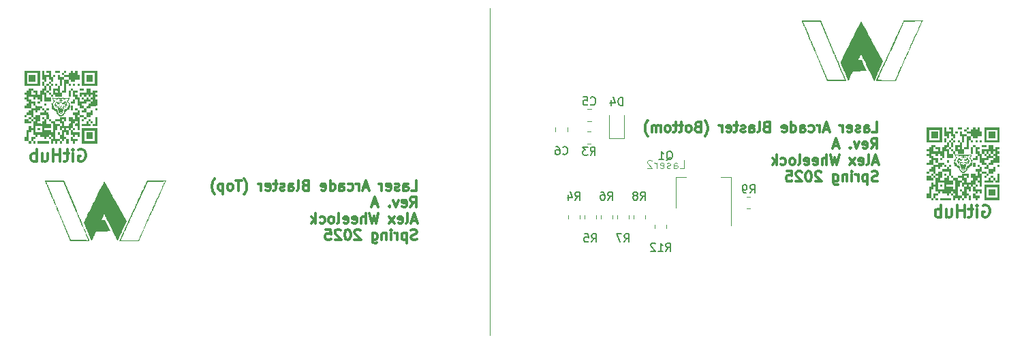
<source format=gbr>
%TF.GenerationSoftware,KiCad,Pcbnew,8.0.1*%
%TF.CreationDate,2025-04-21T12:55:39-06:00*%
%TF.ProjectId,Project,50726f6a-6563-4742-9e6b-696361645f70,A*%
%TF.SameCoordinates,Original*%
%TF.FileFunction,Legend,Bot*%
%TF.FilePolarity,Positive*%
%FSLAX46Y46*%
G04 Gerber Fmt 4.6, Leading zero omitted, Abs format (unit mm)*
G04 Created by KiCad (PCBNEW 8.0.1) date 2025-04-21 12:55:39*
%MOMM*%
%LPD*%
G01*
G04 APERTURE LIST*
%ADD10C,0.300000*%
%ADD11C,0.100000*%
%ADD12C,0.150000*%
%ADD13C,0.000000*%
%ADD14C,0.120000*%
G04 APERTURE END LIST*
D10*
X74929774Y-65562257D02*
X75072632Y-65490828D01*
X75072632Y-65490828D02*
X75286917Y-65490828D01*
X75286917Y-65490828D02*
X75501203Y-65562257D01*
X75501203Y-65562257D02*
X75644060Y-65705114D01*
X75644060Y-65705114D02*
X75715489Y-65847971D01*
X75715489Y-65847971D02*
X75786917Y-66133685D01*
X75786917Y-66133685D02*
X75786917Y-66347971D01*
X75786917Y-66347971D02*
X75715489Y-66633685D01*
X75715489Y-66633685D02*
X75644060Y-66776542D01*
X75644060Y-66776542D02*
X75501203Y-66919400D01*
X75501203Y-66919400D02*
X75286917Y-66990828D01*
X75286917Y-66990828D02*
X75144060Y-66990828D01*
X75144060Y-66990828D02*
X74929774Y-66919400D01*
X74929774Y-66919400D02*
X74858346Y-66847971D01*
X74858346Y-66847971D02*
X74858346Y-66347971D01*
X74858346Y-66347971D02*
X75144060Y-66347971D01*
X74215489Y-66990828D02*
X74215489Y-65990828D01*
X74215489Y-65490828D02*
X74286917Y-65562257D01*
X74286917Y-65562257D02*
X74215489Y-65633685D01*
X74215489Y-65633685D02*
X74144060Y-65562257D01*
X74144060Y-65562257D02*
X74215489Y-65490828D01*
X74215489Y-65490828D02*
X74215489Y-65633685D01*
X73715488Y-65990828D02*
X73144060Y-65990828D01*
X73501203Y-65490828D02*
X73501203Y-66776542D01*
X73501203Y-66776542D02*
X73429774Y-66919400D01*
X73429774Y-66919400D02*
X73286917Y-66990828D01*
X73286917Y-66990828D02*
X73144060Y-66990828D01*
X72644060Y-66990828D02*
X72644060Y-65490828D01*
X72644060Y-66205114D02*
X71786917Y-66205114D01*
X71786917Y-66990828D02*
X71786917Y-65490828D01*
X70429774Y-65990828D02*
X70429774Y-66990828D01*
X71072631Y-65990828D02*
X71072631Y-66776542D01*
X71072631Y-66776542D02*
X71001202Y-66919400D01*
X71001202Y-66919400D02*
X70858345Y-66990828D01*
X70858345Y-66990828D02*
X70644059Y-66990828D01*
X70644059Y-66990828D02*
X70501202Y-66919400D01*
X70501202Y-66919400D02*
X70429774Y-66847971D01*
X69715488Y-66990828D02*
X69715488Y-65490828D01*
X69715488Y-66062257D02*
X69572631Y-65990828D01*
X69572631Y-65990828D02*
X69286916Y-65990828D01*
X69286916Y-65990828D02*
X69144059Y-66062257D01*
X69144059Y-66062257D02*
X69072631Y-66133685D01*
X69072631Y-66133685D02*
X69001202Y-66276542D01*
X69001202Y-66276542D02*
X69001202Y-66705114D01*
X69001202Y-66705114D02*
X69072631Y-66847971D01*
X69072631Y-66847971D02*
X69144059Y-66919400D01*
X69144059Y-66919400D02*
X69286916Y-66990828D01*
X69286916Y-66990828D02*
X69572631Y-66990828D01*
X69572631Y-66990828D02*
X69715488Y-66919400D01*
X187289774Y-72502257D02*
X187432632Y-72430828D01*
X187432632Y-72430828D02*
X187646917Y-72430828D01*
X187646917Y-72430828D02*
X187861203Y-72502257D01*
X187861203Y-72502257D02*
X188004060Y-72645114D01*
X188004060Y-72645114D02*
X188075489Y-72787971D01*
X188075489Y-72787971D02*
X188146917Y-73073685D01*
X188146917Y-73073685D02*
X188146917Y-73287971D01*
X188146917Y-73287971D02*
X188075489Y-73573685D01*
X188075489Y-73573685D02*
X188004060Y-73716542D01*
X188004060Y-73716542D02*
X187861203Y-73859400D01*
X187861203Y-73859400D02*
X187646917Y-73930828D01*
X187646917Y-73930828D02*
X187504060Y-73930828D01*
X187504060Y-73930828D02*
X187289774Y-73859400D01*
X187289774Y-73859400D02*
X187218346Y-73787971D01*
X187218346Y-73787971D02*
X187218346Y-73287971D01*
X187218346Y-73287971D02*
X187504060Y-73287971D01*
X186575489Y-73930828D02*
X186575489Y-72930828D01*
X186575489Y-72430828D02*
X186646917Y-72502257D01*
X186646917Y-72502257D02*
X186575489Y-72573685D01*
X186575489Y-72573685D02*
X186504060Y-72502257D01*
X186504060Y-72502257D02*
X186575489Y-72430828D01*
X186575489Y-72430828D02*
X186575489Y-72573685D01*
X186075488Y-72930828D02*
X185504060Y-72930828D01*
X185861203Y-72430828D02*
X185861203Y-73716542D01*
X185861203Y-73716542D02*
X185789774Y-73859400D01*
X185789774Y-73859400D02*
X185646917Y-73930828D01*
X185646917Y-73930828D02*
X185504060Y-73930828D01*
X185004060Y-73930828D02*
X185004060Y-72430828D01*
X185004060Y-73145114D02*
X184146917Y-73145114D01*
X184146917Y-73930828D02*
X184146917Y-72430828D01*
X182789774Y-72930828D02*
X182789774Y-73930828D01*
X183432631Y-72930828D02*
X183432631Y-73716542D01*
X183432631Y-73716542D02*
X183361202Y-73859400D01*
X183361202Y-73859400D02*
X183218345Y-73930828D01*
X183218345Y-73930828D02*
X183004059Y-73930828D01*
X183004059Y-73930828D02*
X182861202Y-73859400D01*
X182861202Y-73859400D02*
X182789774Y-73787971D01*
X182075488Y-73930828D02*
X182075488Y-72430828D01*
X182075488Y-73002257D02*
X181932631Y-72930828D01*
X181932631Y-72930828D02*
X181646916Y-72930828D01*
X181646916Y-72930828D02*
X181504059Y-73002257D01*
X181504059Y-73002257D02*
X181432631Y-73073685D01*
X181432631Y-73073685D02*
X181361202Y-73216542D01*
X181361202Y-73216542D02*
X181361202Y-73645114D01*
X181361202Y-73645114D02*
X181432631Y-73787971D01*
X181432631Y-73787971D02*
X181504059Y-73859400D01*
X181504059Y-73859400D02*
X181646916Y-73930828D01*
X181646916Y-73930828D02*
X181932631Y-73930828D01*
X181932631Y-73930828D02*
X182075488Y-73859400D01*
D11*
X149649925Y-67872419D02*
X150126115Y-67872419D01*
X150126115Y-67872419D02*
X150126115Y-66872419D01*
X148888020Y-67872419D02*
X148888020Y-67348609D01*
X148888020Y-67348609D02*
X148935639Y-67253371D01*
X148935639Y-67253371D02*
X149030877Y-67205752D01*
X149030877Y-67205752D02*
X149221353Y-67205752D01*
X149221353Y-67205752D02*
X149316591Y-67253371D01*
X148888020Y-67824800D02*
X148983258Y-67872419D01*
X148983258Y-67872419D02*
X149221353Y-67872419D01*
X149221353Y-67872419D02*
X149316591Y-67824800D01*
X149316591Y-67824800D02*
X149364210Y-67729561D01*
X149364210Y-67729561D02*
X149364210Y-67634323D01*
X149364210Y-67634323D02*
X149316591Y-67539085D01*
X149316591Y-67539085D02*
X149221353Y-67491466D01*
X149221353Y-67491466D02*
X148983258Y-67491466D01*
X148983258Y-67491466D02*
X148888020Y-67443847D01*
X148459448Y-67824800D02*
X148364210Y-67872419D01*
X148364210Y-67872419D02*
X148173734Y-67872419D01*
X148173734Y-67872419D02*
X148078496Y-67824800D01*
X148078496Y-67824800D02*
X148030877Y-67729561D01*
X148030877Y-67729561D02*
X148030877Y-67681942D01*
X148030877Y-67681942D02*
X148078496Y-67586704D01*
X148078496Y-67586704D02*
X148173734Y-67539085D01*
X148173734Y-67539085D02*
X148316591Y-67539085D01*
X148316591Y-67539085D02*
X148411829Y-67491466D01*
X148411829Y-67491466D02*
X148459448Y-67396228D01*
X148459448Y-67396228D02*
X148459448Y-67348609D01*
X148459448Y-67348609D02*
X148411829Y-67253371D01*
X148411829Y-67253371D02*
X148316591Y-67205752D01*
X148316591Y-67205752D02*
X148173734Y-67205752D01*
X148173734Y-67205752D02*
X148078496Y-67253371D01*
X147221353Y-67824800D02*
X147316591Y-67872419D01*
X147316591Y-67872419D02*
X147507067Y-67872419D01*
X147507067Y-67872419D02*
X147602305Y-67824800D01*
X147602305Y-67824800D02*
X147649924Y-67729561D01*
X147649924Y-67729561D02*
X147649924Y-67348609D01*
X147649924Y-67348609D02*
X147602305Y-67253371D01*
X147602305Y-67253371D02*
X147507067Y-67205752D01*
X147507067Y-67205752D02*
X147316591Y-67205752D01*
X147316591Y-67205752D02*
X147221353Y-67253371D01*
X147221353Y-67253371D02*
X147173734Y-67348609D01*
X147173734Y-67348609D02*
X147173734Y-67443847D01*
X147173734Y-67443847D02*
X147649924Y-67539085D01*
X146745162Y-67872419D02*
X146745162Y-67205752D01*
X146745162Y-67396228D02*
X146697543Y-67300990D01*
X146697543Y-67300990D02*
X146649924Y-67253371D01*
X146649924Y-67253371D02*
X146554686Y-67205752D01*
X146554686Y-67205752D02*
X146459448Y-67205752D01*
X146173733Y-66967657D02*
X146126114Y-66920038D01*
X146126114Y-66920038D02*
X146030876Y-66872419D01*
X146030876Y-66872419D02*
X145792781Y-66872419D01*
X145792781Y-66872419D02*
X145697543Y-66920038D01*
X145697543Y-66920038D02*
X145649924Y-66967657D01*
X145649924Y-66967657D02*
X145602305Y-67062895D01*
X145602305Y-67062895D02*
X145602305Y-67158133D01*
X145602305Y-67158133D02*
X145649924Y-67300990D01*
X145649924Y-67300990D02*
X146221352Y-67872419D01*
X146221352Y-67872419D02*
X145602305Y-67872419D01*
X126062200Y-88643200D02*
X126062200Y-48003200D01*
D10*
X116285489Y-70625089D02*
X116890251Y-70625089D01*
X116890251Y-70625089D02*
X116890251Y-69355089D01*
X115317870Y-70625089D02*
X115317870Y-69959851D01*
X115317870Y-69959851D02*
X115378346Y-69838898D01*
X115378346Y-69838898D02*
X115499298Y-69778422D01*
X115499298Y-69778422D02*
X115741203Y-69778422D01*
X115741203Y-69778422D02*
X115862156Y-69838898D01*
X115317870Y-70564613D02*
X115438822Y-70625089D01*
X115438822Y-70625089D02*
X115741203Y-70625089D01*
X115741203Y-70625089D02*
X115862156Y-70564613D01*
X115862156Y-70564613D02*
X115922632Y-70443660D01*
X115922632Y-70443660D02*
X115922632Y-70322708D01*
X115922632Y-70322708D02*
X115862156Y-70201755D01*
X115862156Y-70201755D02*
X115741203Y-70141279D01*
X115741203Y-70141279D02*
X115438822Y-70141279D01*
X115438822Y-70141279D02*
X115317870Y-70080803D01*
X114773584Y-70564613D02*
X114652631Y-70625089D01*
X114652631Y-70625089D02*
X114410727Y-70625089D01*
X114410727Y-70625089D02*
X114289774Y-70564613D01*
X114289774Y-70564613D02*
X114229298Y-70443660D01*
X114229298Y-70443660D02*
X114229298Y-70383184D01*
X114229298Y-70383184D02*
X114289774Y-70262232D01*
X114289774Y-70262232D02*
X114410727Y-70201755D01*
X114410727Y-70201755D02*
X114592155Y-70201755D01*
X114592155Y-70201755D02*
X114713108Y-70141279D01*
X114713108Y-70141279D02*
X114773584Y-70020327D01*
X114773584Y-70020327D02*
X114773584Y-69959851D01*
X114773584Y-69959851D02*
X114713108Y-69838898D01*
X114713108Y-69838898D02*
X114592155Y-69778422D01*
X114592155Y-69778422D02*
X114410727Y-69778422D01*
X114410727Y-69778422D02*
X114289774Y-69838898D01*
X113201203Y-70564613D02*
X113322155Y-70625089D01*
X113322155Y-70625089D02*
X113564060Y-70625089D01*
X113564060Y-70625089D02*
X113685013Y-70564613D01*
X113685013Y-70564613D02*
X113745489Y-70443660D01*
X113745489Y-70443660D02*
X113745489Y-69959851D01*
X113745489Y-69959851D02*
X113685013Y-69838898D01*
X113685013Y-69838898D02*
X113564060Y-69778422D01*
X113564060Y-69778422D02*
X113322155Y-69778422D01*
X113322155Y-69778422D02*
X113201203Y-69838898D01*
X113201203Y-69838898D02*
X113140727Y-69959851D01*
X113140727Y-69959851D02*
X113140727Y-70080803D01*
X113140727Y-70080803D02*
X113745489Y-70201755D01*
X112596442Y-70625089D02*
X112596442Y-69778422D01*
X112596442Y-70020327D02*
X112535965Y-69899374D01*
X112535965Y-69899374D02*
X112475489Y-69838898D01*
X112475489Y-69838898D02*
X112354537Y-69778422D01*
X112354537Y-69778422D02*
X112233584Y-69778422D01*
X110903109Y-70262232D02*
X110298347Y-70262232D01*
X111024061Y-70625089D02*
X110600728Y-69355089D01*
X110600728Y-69355089D02*
X110177394Y-70625089D01*
X109754062Y-70625089D02*
X109754062Y-69778422D01*
X109754062Y-70020327D02*
X109693585Y-69899374D01*
X109693585Y-69899374D02*
X109633109Y-69838898D01*
X109633109Y-69838898D02*
X109512157Y-69778422D01*
X109512157Y-69778422D02*
X109391204Y-69778422D01*
X108423586Y-70564613D02*
X108544538Y-70625089D01*
X108544538Y-70625089D02*
X108786443Y-70625089D01*
X108786443Y-70625089D02*
X108907395Y-70564613D01*
X108907395Y-70564613D02*
X108967872Y-70504136D01*
X108967872Y-70504136D02*
X109028348Y-70383184D01*
X109028348Y-70383184D02*
X109028348Y-70020327D01*
X109028348Y-70020327D02*
X108967872Y-69899374D01*
X108967872Y-69899374D02*
X108907395Y-69838898D01*
X108907395Y-69838898D02*
X108786443Y-69778422D01*
X108786443Y-69778422D02*
X108544538Y-69778422D01*
X108544538Y-69778422D02*
X108423586Y-69838898D01*
X107335015Y-70625089D02*
X107335015Y-69959851D01*
X107335015Y-69959851D02*
X107395491Y-69838898D01*
X107395491Y-69838898D02*
X107516443Y-69778422D01*
X107516443Y-69778422D02*
X107758348Y-69778422D01*
X107758348Y-69778422D02*
X107879301Y-69838898D01*
X107335015Y-70564613D02*
X107455967Y-70625089D01*
X107455967Y-70625089D02*
X107758348Y-70625089D01*
X107758348Y-70625089D02*
X107879301Y-70564613D01*
X107879301Y-70564613D02*
X107939777Y-70443660D01*
X107939777Y-70443660D02*
X107939777Y-70322708D01*
X107939777Y-70322708D02*
X107879301Y-70201755D01*
X107879301Y-70201755D02*
X107758348Y-70141279D01*
X107758348Y-70141279D02*
X107455967Y-70141279D01*
X107455967Y-70141279D02*
X107335015Y-70080803D01*
X106185967Y-70625089D02*
X106185967Y-69355089D01*
X106185967Y-70564613D02*
X106306919Y-70625089D01*
X106306919Y-70625089D02*
X106548824Y-70625089D01*
X106548824Y-70625089D02*
X106669776Y-70564613D01*
X106669776Y-70564613D02*
X106730253Y-70504136D01*
X106730253Y-70504136D02*
X106790729Y-70383184D01*
X106790729Y-70383184D02*
X106790729Y-70020327D01*
X106790729Y-70020327D02*
X106730253Y-69899374D01*
X106730253Y-69899374D02*
X106669776Y-69838898D01*
X106669776Y-69838898D02*
X106548824Y-69778422D01*
X106548824Y-69778422D02*
X106306919Y-69778422D01*
X106306919Y-69778422D02*
X106185967Y-69838898D01*
X105097395Y-70564613D02*
X105218347Y-70625089D01*
X105218347Y-70625089D02*
X105460252Y-70625089D01*
X105460252Y-70625089D02*
X105581205Y-70564613D01*
X105581205Y-70564613D02*
X105641681Y-70443660D01*
X105641681Y-70443660D02*
X105641681Y-69959851D01*
X105641681Y-69959851D02*
X105581205Y-69838898D01*
X105581205Y-69838898D02*
X105460252Y-69778422D01*
X105460252Y-69778422D02*
X105218347Y-69778422D01*
X105218347Y-69778422D02*
X105097395Y-69838898D01*
X105097395Y-69838898D02*
X105036919Y-69959851D01*
X105036919Y-69959851D02*
X105036919Y-70080803D01*
X105036919Y-70080803D02*
X105641681Y-70201755D01*
X103101681Y-69959851D02*
X102920253Y-70020327D01*
X102920253Y-70020327D02*
X102859776Y-70080803D01*
X102859776Y-70080803D02*
X102799300Y-70201755D01*
X102799300Y-70201755D02*
X102799300Y-70383184D01*
X102799300Y-70383184D02*
X102859776Y-70504136D01*
X102859776Y-70504136D02*
X102920253Y-70564613D01*
X102920253Y-70564613D02*
X103041205Y-70625089D01*
X103041205Y-70625089D02*
X103525015Y-70625089D01*
X103525015Y-70625089D02*
X103525015Y-69355089D01*
X103525015Y-69355089D02*
X103101681Y-69355089D01*
X103101681Y-69355089D02*
X102980729Y-69415565D01*
X102980729Y-69415565D02*
X102920253Y-69476041D01*
X102920253Y-69476041D02*
X102859776Y-69596993D01*
X102859776Y-69596993D02*
X102859776Y-69717946D01*
X102859776Y-69717946D02*
X102920253Y-69838898D01*
X102920253Y-69838898D02*
X102980729Y-69899374D01*
X102980729Y-69899374D02*
X103101681Y-69959851D01*
X103101681Y-69959851D02*
X103525015Y-69959851D01*
X102073586Y-70625089D02*
X102194538Y-70564613D01*
X102194538Y-70564613D02*
X102255015Y-70443660D01*
X102255015Y-70443660D02*
X102255015Y-69355089D01*
X101045491Y-70625089D02*
X101045491Y-69959851D01*
X101045491Y-69959851D02*
X101105967Y-69838898D01*
X101105967Y-69838898D02*
X101226919Y-69778422D01*
X101226919Y-69778422D02*
X101468824Y-69778422D01*
X101468824Y-69778422D02*
X101589777Y-69838898D01*
X101045491Y-70564613D02*
X101166443Y-70625089D01*
X101166443Y-70625089D02*
X101468824Y-70625089D01*
X101468824Y-70625089D02*
X101589777Y-70564613D01*
X101589777Y-70564613D02*
X101650253Y-70443660D01*
X101650253Y-70443660D02*
X101650253Y-70322708D01*
X101650253Y-70322708D02*
X101589777Y-70201755D01*
X101589777Y-70201755D02*
X101468824Y-70141279D01*
X101468824Y-70141279D02*
X101166443Y-70141279D01*
X101166443Y-70141279D02*
X101045491Y-70080803D01*
X100501205Y-70564613D02*
X100380252Y-70625089D01*
X100380252Y-70625089D02*
X100138348Y-70625089D01*
X100138348Y-70625089D02*
X100017395Y-70564613D01*
X100017395Y-70564613D02*
X99956919Y-70443660D01*
X99956919Y-70443660D02*
X99956919Y-70383184D01*
X99956919Y-70383184D02*
X100017395Y-70262232D01*
X100017395Y-70262232D02*
X100138348Y-70201755D01*
X100138348Y-70201755D02*
X100319776Y-70201755D01*
X100319776Y-70201755D02*
X100440729Y-70141279D01*
X100440729Y-70141279D02*
X100501205Y-70020327D01*
X100501205Y-70020327D02*
X100501205Y-69959851D01*
X100501205Y-69959851D02*
X100440729Y-69838898D01*
X100440729Y-69838898D02*
X100319776Y-69778422D01*
X100319776Y-69778422D02*
X100138348Y-69778422D01*
X100138348Y-69778422D02*
X100017395Y-69838898D01*
X99594062Y-69778422D02*
X99110253Y-69778422D01*
X99412634Y-69355089D02*
X99412634Y-70443660D01*
X99412634Y-70443660D02*
X99352157Y-70564613D01*
X99352157Y-70564613D02*
X99231205Y-70625089D01*
X99231205Y-70625089D02*
X99110253Y-70625089D01*
X98203110Y-70564613D02*
X98324062Y-70625089D01*
X98324062Y-70625089D02*
X98565967Y-70625089D01*
X98565967Y-70625089D02*
X98686920Y-70564613D01*
X98686920Y-70564613D02*
X98747396Y-70443660D01*
X98747396Y-70443660D02*
X98747396Y-69959851D01*
X98747396Y-69959851D02*
X98686920Y-69838898D01*
X98686920Y-69838898D02*
X98565967Y-69778422D01*
X98565967Y-69778422D02*
X98324062Y-69778422D01*
X98324062Y-69778422D02*
X98203110Y-69838898D01*
X98203110Y-69838898D02*
X98142634Y-69959851D01*
X98142634Y-69959851D02*
X98142634Y-70080803D01*
X98142634Y-70080803D02*
X98747396Y-70201755D01*
X97598349Y-70625089D02*
X97598349Y-69778422D01*
X97598349Y-70020327D02*
X97537872Y-69899374D01*
X97537872Y-69899374D02*
X97477396Y-69838898D01*
X97477396Y-69838898D02*
X97356444Y-69778422D01*
X97356444Y-69778422D02*
X97235491Y-69778422D01*
X95481682Y-71108898D02*
X95542159Y-71048422D01*
X95542159Y-71048422D02*
X95663111Y-70866993D01*
X95663111Y-70866993D02*
X95723587Y-70746041D01*
X95723587Y-70746041D02*
X95784063Y-70564613D01*
X95784063Y-70564613D02*
X95844540Y-70262232D01*
X95844540Y-70262232D02*
X95844540Y-70020327D01*
X95844540Y-70020327D02*
X95784063Y-69717946D01*
X95784063Y-69717946D02*
X95723587Y-69536517D01*
X95723587Y-69536517D02*
X95663111Y-69415565D01*
X95663111Y-69415565D02*
X95542159Y-69234136D01*
X95542159Y-69234136D02*
X95481682Y-69173660D01*
X95179301Y-69355089D02*
X94453587Y-69355089D01*
X94816444Y-70625089D02*
X94816444Y-69355089D01*
X93848825Y-70625089D02*
X93969777Y-70564613D01*
X93969777Y-70564613D02*
X94030254Y-70504136D01*
X94030254Y-70504136D02*
X94090730Y-70383184D01*
X94090730Y-70383184D02*
X94090730Y-70020327D01*
X94090730Y-70020327D02*
X94030254Y-69899374D01*
X94030254Y-69899374D02*
X93969777Y-69838898D01*
X93969777Y-69838898D02*
X93848825Y-69778422D01*
X93848825Y-69778422D02*
X93667396Y-69778422D01*
X93667396Y-69778422D02*
X93546444Y-69838898D01*
X93546444Y-69838898D02*
X93485968Y-69899374D01*
X93485968Y-69899374D02*
X93425492Y-70020327D01*
X93425492Y-70020327D02*
X93425492Y-70383184D01*
X93425492Y-70383184D02*
X93485968Y-70504136D01*
X93485968Y-70504136D02*
X93546444Y-70564613D01*
X93546444Y-70564613D02*
X93667396Y-70625089D01*
X93667396Y-70625089D02*
X93848825Y-70625089D01*
X92881206Y-69778422D02*
X92881206Y-71048422D01*
X92881206Y-69838898D02*
X92760253Y-69778422D01*
X92760253Y-69778422D02*
X92518348Y-69778422D01*
X92518348Y-69778422D02*
X92397396Y-69838898D01*
X92397396Y-69838898D02*
X92336920Y-69899374D01*
X92336920Y-69899374D02*
X92276444Y-70020327D01*
X92276444Y-70020327D02*
X92276444Y-70383184D01*
X92276444Y-70383184D02*
X92336920Y-70504136D01*
X92336920Y-70504136D02*
X92397396Y-70564613D01*
X92397396Y-70564613D02*
X92518348Y-70625089D01*
X92518348Y-70625089D02*
X92760253Y-70625089D01*
X92760253Y-70625089D02*
X92881206Y-70564613D01*
X91853110Y-71108898D02*
X91792634Y-71048422D01*
X91792634Y-71048422D02*
X91671681Y-70866993D01*
X91671681Y-70866993D02*
X91611205Y-70746041D01*
X91611205Y-70746041D02*
X91550729Y-70564613D01*
X91550729Y-70564613D02*
X91490253Y-70262232D01*
X91490253Y-70262232D02*
X91490253Y-70020327D01*
X91490253Y-70020327D02*
X91550729Y-69717946D01*
X91550729Y-69717946D02*
X91611205Y-69536517D01*
X91611205Y-69536517D02*
X91671681Y-69415565D01*
X91671681Y-69415565D02*
X91792634Y-69234136D01*
X91792634Y-69234136D02*
X91853110Y-69173660D01*
X116164536Y-72669718D02*
X116587870Y-72064956D01*
X116890251Y-72669718D02*
X116890251Y-71399718D01*
X116890251Y-71399718D02*
X116406441Y-71399718D01*
X116406441Y-71399718D02*
X116285489Y-71460194D01*
X116285489Y-71460194D02*
X116225012Y-71520670D01*
X116225012Y-71520670D02*
X116164536Y-71641622D01*
X116164536Y-71641622D02*
X116164536Y-71823051D01*
X116164536Y-71823051D02*
X116225012Y-71944003D01*
X116225012Y-71944003D02*
X116285489Y-72004480D01*
X116285489Y-72004480D02*
X116406441Y-72064956D01*
X116406441Y-72064956D02*
X116890251Y-72064956D01*
X115136441Y-72609242D02*
X115257393Y-72669718D01*
X115257393Y-72669718D02*
X115499298Y-72669718D01*
X115499298Y-72669718D02*
X115620251Y-72609242D01*
X115620251Y-72609242D02*
X115680727Y-72488289D01*
X115680727Y-72488289D02*
X115680727Y-72004480D01*
X115680727Y-72004480D02*
X115620251Y-71883527D01*
X115620251Y-71883527D02*
X115499298Y-71823051D01*
X115499298Y-71823051D02*
X115257393Y-71823051D01*
X115257393Y-71823051D02*
X115136441Y-71883527D01*
X115136441Y-71883527D02*
X115075965Y-72004480D01*
X115075965Y-72004480D02*
X115075965Y-72125432D01*
X115075965Y-72125432D02*
X115680727Y-72246384D01*
X114652632Y-71823051D02*
X114350251Y-72669718D01*
X114350251Y-72669718D02*
X114047870Y-71823051D01*
X113564061Y-72548765D02*
X113503584Y-72609242D01*
X113503584Y-72609242D02*
X113564061Y-72669718D01*
X113564061Y-72669718D02*
X113624537Y-72609242D01*
X113624537Y-72609242D02*
X113564061Y-72548765D01*
X113564061Y-72548765D02*
X113564061Y-72669718D01*
X112052156Y-72306861D02*
X111447394Y-72306861D01*
X112173108Y-72669718D02*
X111749775Y-71399718D01*
X111749775Y-71399718D02*
X111326441Y-72669718D01*
X116950727Y-74351490D02*
X116345965Y-74351490D01*
X117071679Y-74714347D02*
X116648346Y-73444347D01*
X116648346Y-73444347D02*
X116225012Y-74714347D01*
X115620251Y-74714347D02*
X115741203Y-74653871D01*
X115741203Y-74653871D02*
X115801680Y-74532918D01*
X115801680Y-74532918D02*
X115801680Y-73444347D01*
X114652632Y-74653871D02*
X114773584Y-74714347D01*
X114773584Y-74714347D02*
X115015489Y-74714347D01*
X115015489Y-74714347D02*
X115136442Y-74653871D01*
X115136442Y-74653871D02*
X115196918Y-74532918D01*
X115196918Y-74532918D02*
X115196918Y-74049109D01*
X115196918Y-74049109D02*
X115136442Y-73928156D01*
X115136442Y-73928156D02*
X115015489Y-73867680D01*
X115015489Y-73867680D02*
X114773584Y-73867680D01*
X114773584Y-73867680D02*
X114652632Y-73928156D01*
X114652632Y-73928156D02*
X114592156Y-74049109D01*
X114592156Y-74049109D02*
X114592156Y-74170061D01*
X114592156Y-74170061D02*
X115196918Y-74291013D01*
X114168823Y-74714347D02*
X113503585Y-73867680D01*
X114168823Y-73867680D02*
X113503585Y-74714347D01*
X112173109Y-73444347D02*
X111870728Y-74714347D01*
X111870728Y-74714347D02*
X111628823Y-73807204D01*
X111628823Y-73807204D02*
X111386918Y-74714347D01*
X111386918Y-74714347D02*
X111084538Y-73444347D01*
X110600728Y-74714347D02*
X110600728Y-73444347D01*
X110056442Y-74714347D02*
X110056442Y-74049109D01*
X110056442Y-74049109D02*
X110116918Y-73928156D01*
X110116918Y-73928156D02*
X110237870Y-73867680D01*
X110237870Y-73867680D02*
X110419299Y-73867680D01*
X110419299Y-73867680D02*
X110540251Y-73928156D01*
X110540251Y-73928156D02*
X110600728Y-73988632D01*
X108967870Y-74653871D02*
X109088822Y-74714347D01*
X109088822Y-74714347D02*
X109330727Y-74714347D01*
X109330727Y-74714347D02*
X109451680Y-74653871D01*
X109451680Y-74653871D02*
X109512156Y-74532918D01*
X109512156Y-74532918D02*
X109512156Y-74049109D01*
X109512156Y-74049109D02*
X109451680Y-73928156D01*
X109451680Y-73928156D02*
X109330727Y-73867680D01*
X109330727Y-73867680D02*
X109088822Y-73867680D01*
X109088822Y-73867680D02*
X108967870Y-73928156D01*
X108967870Y-73928156D02*
X108907394Y-74049109D01*
X108907394Y-74049109D02*
X108907394Y-74170061D01*
X108907394Y-74170061D02*
X109512156Y-74291013D01*
X107879299Y-74653871D02*
X108000251Y-74714347D01*
X108000251Y-74714347D02*
X108242156Y-74714347D01*
X108242156Y-74714347D02*
X108363109Y-74653871D01*
X108363109Y-74653871D02*
X108423585Y-74532918D01*
X108423585Y-74532918D02*
X108423585Y-74049109D01*
X108423585Y-74049109D02*
X108363109Y-73928156D01*
X108363109Y-73928156D02*
X108242156Y-73867680D01*
X108242156Y-73867680D02*
X108000251Y-73867680D01*
X108000251Y-73867680D02*
X107879299Y-73928156D01*
X107879299Y-73928156D02*
X107818823Y-74049109D01*
X107818823Y-74049109D02*
X107818823Y-74170061D01*
X107818823Y-74170061D02*
X108423585Y-74291013D01*
X107093109Y-74714347D02*
X107214061Y-74653871D01*
X107214061Y-74653871D02*
X107274538Y-74532918D01*
X107274538Y-74532918D02*
X107274538Y-73444347D01*
X106427871Y-74714347D02*
X106548823Y-74653871D01*
X106548823Y-74653871D02*
X106609300Y-74593394D01*
X106609300Y-74593394D02*
X106669776Y-74472442D01*
X106669776Y-74472442D02*
X106669776Y-74109585D01*
X106669776Y-74109585D02*
X106609300Y-73988632D01*
X106609300Y-73988632D02*
X106548823Y-73928156D01*
X106548823Y-73928156D02*
X106427871Y-73867680D01*
X106427871Y-73867680D02*
X106246442Y-73867680D01*
X106246442Y-73867680D02*
X106125490Y-73928156D01*
X106125490Y-73928156D02*
X106065014Y-73988632D01*
X106065014Y-73988632D02*
X106004538Y-74109585D01*
X106004538Y-74109585D02*
X106004538Y-74472442D01*
X106004538Y-74472442D02*
X106065014Y-74593394D01*
X106065014Y-74593394D02*
X106125490Y-74653871D01*
X106125490Y-74653871D02*
X106246442Y-74714347D01*
X106246442Y-74714347D02*
X106427871Y-74714347D01*
X104915966Y-74653871D02*
X105036918Y-74714347D01*
X105036918Y-74714347D02*
X105278823Y-74714347D01*
X105278823Y-74714347D02*
X105399775Y-74653871D01*
X105399775Y-74653871D02*
X105460252Y-74593394D01*
X105460252Y-74593394D02*
X105520728Y-74472442D01*
X105520728Y-74472442D02*
X105520728Y-74109585D01*
X105520728Y-74109585D02*
X105460252Y-73988632D01*
X105460252Y-73988632D02*
X105399775Y-73928156D01*
X105399775Y-73928156D02*
X105278823Y-73867680D01*
X105278823Y-73867680D02*
X105036918Y-73867680D01*
X105036918Y-73867680D02*
X104915966Y-73928156D01*
X104371681Y-74714347D02*
X104371681Y-73444347D01*
X104250728Y-74230537D02*
X103887871Y-74714347D01*
X103887871Y-73867680D02*
X104371681Y-74351490D01*
X116950727Y-76698500D02*
X116769298Y-76758976D01*
X116769298Y-76758976D02*
X116466917Y-76758976D01*
X116466917Y-76758976D02*
X116345965Y-76698500D01*
X116345965Y-76698500D02*
X116285489Y-76638023D01*
X116285489Y-76638023D02*
X116225012Y-76517071D01*
X116225012Y-76517071D02*
X116225012Y-76396119D01*
X116225012Y-76396119D02*
X116285489Y-76275166D01*
X116285489Y-76275166D02*
X116345965Y-76214690D01*
X116345965Y-76214690D02*
X116466917Y-76154214D01*
X116466917Y-76154214D02*
X116708822Y-76093738D01*
X116708822Y-76093738D02*
X116829774Y-76033261D01*
X116829774Y-76033261D02*
X116890251Y-75972785D01*
X116890251Y-75972785D02*
X116950727Y-75851833D01*
X116950727Y-75851833D02*
X116950727Y-75730880D01*
X116950727Y-75730880D02*
X116890251Y-75609928D01*
X116890251Y-75609928D02*
X116829774Y-75549452D01*
X116829774Y-75549452D02*
X116708822Y-75488976D01*
X116708822Y-75488976D02*
X116406441Y-75488976D01*
X116406441Y-75488976D02*
X116225012Y-75549452D01*
X115680727Y-75912309D02*
X115680727Y-77182309D01*
X115680727Y-75972785D02*
X115559774Y-75912309D01*
X115559774Y-75912309D02*
X115317869Y-75912309D01*
X115317869Y-75912309D02*
X115196917Y-75972785D01*
X115196917Y-75972785D02*
X115136441Y-76033261D01*
X115136441Y-76033261D02*
X115075965Y-76154214D01*
X115075965Y-76154214D02*
X115075965Y-76517071D01*
X115075965Y-76517071D02*
X115136441Y-76638023D01*
X115136441Y-76638023D02*
X115196917Y-76698500D01*
X115196917Y-76698500D02*
X115317869Y-76758976D01*
X115317869Y-76758976D02*
X115559774Y-76758976D01*
X115559774Y-76758976D02*
X115680727Y-76698500D01*
X114531679Y-76758976D02*
X114531679Y-75912309D01*
X114531679Y-76154214D02*
X114471202Y-76033261D01*
X114471202Y-76033261D02*
X114410726Y-75972785D01*
X114410726Y-75972785D02*
X114289774Y-75912309D01*
X114289774Y-75912309D02*
X114168821Y-75912309D01*
X113745489Y-76758976D02*
X113745489Y-75912309D01*
X113745489Y-75488976D02*
X113805965Y-75549452D01*
X113805965Y-75549452D02*
X113745489Y-75609928D01*
X113745489Y-75609928D02*
X113685012Y-75549452D01*
X113685012Y-75549452D02*
X113745489Y-75488976D01*
X113745489Y-75488976D02*
X113745489Y-75609928D01*
X113140727Y-75912309D02*
X113140727Y-76758976D01*
X113140727Y-76033261D02*
X113080250Y-75972785D01*
X113080250Y-75972785D02*
X112959298Y-75912309D01*
X112959298Y-75912309D02*
X112777869Y-75912309D01*
X112777869Y-75912309D02*
X112656917Y-75972785D01*
X112656917Y-75972785D02*
X112596441Y-76093738D01*
X112596441Y-76093738D02*
X112596441Y-76758976D01*
X111447393Y-75912309D02*
X111447393Y-76940404D01*
X111447393Y-76940404D02*
X111507869Y-77061357D01*
X111507869Y-77061357D02*
X111568345Y-77121833D01*
X111568345Y-77121833D02*
X111689298Y-77182309D01*
X111689298Y-77182309D02*
X111870726Y-77182309D01*
X111870726Y-77182309D02*
X111991679Y-77121833D01*
X111447393Y-76698500D02*
X111568345Y-76758976D01*
X111568345Y-76758976D02*
X111810250Y-76758976D01*
X111810250Y-76758976D02*
X111931202Y-76698500D01*
X111931202Y-76698500D02*
X111991679Y-76638023D01*
X111991679Y-76638023D02*
X112052155Y-76517071D01*
X112052155Y-76517071D02*
X112052155Y-76154214D01*
X112052155Y-76154214D02*
X111991679Y-76033261D01*
X111991679Y-76033261D02*
X111931202Y-75972785D01*
X111931202Y-75972785D02*
X111810250Y-75912309D01*
X111810250Y-75912309D02*
X111568345Y-75912309D01*
X111568345Y-75912309D02*
X111447393Y-75972785D01*
X109935488Y-75609928D02*
X109875012Y-75549452D01*
X109875012Y-75549452D02*
X109754059Y-75488976D01*
X109754059Y-75488976D02*
X109451678Y-75488976D01*
X109451678Y-75488976D02*
X109330726Y-75549452D01*
X109330726Y-75549452D02*
X109270250Y-75609928D01*
X109270250Y-75609928D02*
X109209773Y-75730880D01*
X109209773Y-75730880D02*
X109209773Y-75851833D01*
X109209773Y-75851833D02*
X109270250Y-76033261D01*
X109270250Y-76033261D02*
X109995964Y-76758976D01*
X109995964Y-76758976D02*
X109209773Y-76758976D01*
X108423583Y-75488976D02*
X108302630Y-75488976D01*
X108302630Y-75488976D02*
X108181678Y-75549452D01*
X108181678Y-75549452D02*
X108121202Y-75609928D01*
X108121202Y-75609928D02*
X108060726Y-75730880D01*
X108060726Y-75730880D02*
X108000249Y-75972785D01*
X108000249Y-75972785D02*
X108000249Y-76275166D01*
X108000249Y-76275166D02*
X108060726Y-76517071D01*
X108060726Y-76517071D02*
X108121202Y-76638023D01*
X108121202Y-76638023D02*
X108181678Y-76698500D01*
X108181678Y-76698500D02*
X108302630Y-76758976D01*
X108302630Y-76758976D02*
X108423583Y-76758976D01*
X108423583Y-76758976D02*
X108544535Y-76698500D01*
X108544535Y-76698500D02*
X108605011Y-76638023D01*
X108605011Y-76638023D02*
X108665488Y-76517071D01*
X108665488Y-76517071D02*
X108725964Y-76275166D01*
X108725964Y-76275166D02*
X108725964Y-75972785D01*
X108725964Y-75972785D02*
X108665488Y-75730880D01*
X108665488Y-75730880D02*
X108605011Y-75609928D01*
X108605011Y-75609928D02*
X108544535Y-75549452D01*
X108544535Y-75549452D02*
X108423583Y-75488976D01*
X107516440Y-75609928D02*
X107455964Y-75549452D01*
X107455964Y-75549452D02*
X107335011Y-75488976D01*
X107335011Y-75488976D02*
X107032630Y-75488976D01*
X107032630Y-75488976D02*
X106911678Y-75549452D01*
X106911678Y-75549452D02*
X106851202Y-75609928D01*
X106851202Y-75609928D02*
X106790725Y-75730880D01*
X106790725Y-75730880D02*
X106790725Y-75851833D01*
X106790725Y-75851833D02*
X106851202Y-76033261D01*
X106851202Y-76033261D02*
X107576916Y-76758976D01*
X107576916Y-76758976D02*
X106790725Y-76758976D01*
X105641678Y-75488976D02*
X106246440Y-75488976D01*
X106246440Y-75488976D02*
X106306916Y-76093738D01*
X106306916Y-76093738D02*
X106246440Y-76033261D01*
X106246440Y-76033261D02*
X106125487Y-75972785D01*
X106125487Y-75972785D02*
X105823106Y-75972785D01*
X105823106Y-75972785D02*
X105702154Y-76033261D01*
X105702154Y-76033261D02*
X105641678Y-76093738D01*
X105641678Y-76093738D02*
X105581201Y-76214690D01*
X105581201Y-76214690D02*
X105581201Y-76517071D01*
X105581201Y-76517071D02*
X105641678Y-76638023D01*
X105641678Y-76638023D02*
X105702154Y-76698500D01*
X105702154Y-76698500D02*
X105823106Y-76758976D01*
X105823106Y-76758976D02*
X106125487Y-76758976D01*
X106125487Y-76758976D02*
X106246440Y-76698500D01*
X106246440Y-76698500D02*
X106306916Y-76638023D01*
X173555489Y-63365089D02*
X174160251Y-63365089D01*
X174160251Y-63365089D02*
X174160251Y-62095089D01*
X172587870Y-63365089D02*
X172587870Y-62699851D01*
X172587870Y-62699851D02*
X172648346Y-62578898D01*
X172648346Y-62578898D02*
X172769298Y-62518422D01*
X172769298Y-62518422D02*
X173011203Y-62518422D01*
X173011203Y-62518422D02*
X173132156Y-62578898D01*
X172587870Y-63304613D02*
X172708822Y-63365089D01*
X172708822Y-63365089D02*
X173011203Y-63365089D01*
X173011203Y-63365089D02*
X173132156Y-63304613D01*
X173132156Y-63304613D02*
X173192632Y-63183660D01*
X173192632Y-63183660D02*
X173192632Y-63062708D01*
X173192632Y-63062708D02*
X173132156Y-62941755D01*
X173132156Y-62941755D02*
X173011203Y-62881279D01*
X173011203Y-62881279D02*
X172708822Y-62881279D01*
X172708822Y-62881279D02*
X172587870Y-62820803D01*
X172043584Y-63304613D02*
X171922631Y-63365089D01*
X171922631Y-63365089D02*
X171680727Y-63365089D01*
X171680727Y-63365089D02*
X171559774Y-63304613D01*
X171559774Y-63304613D02*
X171499298Y-63183660D01*
X171499298Y-63183660D02*
X171499298Y-63123184D01*
X171499298Y-63123184D02*
X171559774Y-63002232D01*
X171559774Y-63002232D02*
X171680727Y-62941755D01*
X171680727Y-62941755D02*
X171862155Y-62941755D01*
X171862155Y-62941755D02*
X171983108Y-62881279D01*
X171983108Y-62881279D02*
X172043584Y-62760327D01*
X172043584Y-62760327D02*
X172043584Y-62699851D01*
X172043584Y-62699851D02*
X171983108Y-62578898D01*
X171983108Y-62578898D02*
X171862155Y-62518422D01*
X171862155Y-62518422D02*
X171680727Y-62518422D01*
X171680727Y-62518422D02*
X171559774Y-62578898D01*
X170471203Y-63304613D02*
X170592155Y-63365089D01*
X170592155Y-63365089D02*
X170834060Y-63365089D01*
X170834060Y-63365089D02*
X170955013Y-63304613D01*
X170955013Y-63304613D02*
X171015489Y-63183660D01*
X171015489Y-63183660D02*
X171015489Y-62699851D01*
X171015489Y-62699851D02*
X170955013Y-62578898D01*
X170955013Y-62578898D02*
X170834060Y-62518422D01*
X170834060Y-62518422D02*
X170592155Y-62518422D01*
X170592155Y-62518422D02*
X170471203Y-62578898D01*
X170471203Y-62578898D02*
X170410727Y-62699851D01*
X170410727Y-62699851D02*
X170410727Y-62820803D01*
X170410727Y-62820803D02*
X171015489Y-62941755D01*
X169866442Y-63365089D02*
X169866442Y-62518422D01*
X169866442Y-62760327D02*
X169805965Y-62639374D01*
X169805965Y-62639374D02*
X169745489Y-62578898D01*
X169745489Y-62578898D02*
X169624537Y-62518422D01*
X169624537Y-62518422D02*
X169503584Y-62518422D01*
X168173109Y-63002232D02*
X167568347Y-63002232D01*
X168294061Y-63365089D02*
X167870728Y-62095089D01*
X167870728Y-62095089D02*
X167447394Y-63365089D01*
X167024062Y-63365089D02*
X167024062Y-62518422D01*
X167024062Y-62760327D02*
X166963585Y-62639374D01*
X166963585Y-62639374D02*
X166903109Y-62578898D01*
X166903109Y-62578898D02*
X166782157Y-62518422D01*
X166782157Y-62518422D02*
X166661204Y-62518422D01*
X165693586Y-63304613D02*
X165814538Y-63365089D01*
X165814538Y-63365089D02*
X166056443Y-63365089D01*
X166056443Y-63365089D02*
X166177395Y-63304613D01*
X166177395Y-63304613D02*
X166237872Y-63244136D01*
X166237872Y-63244136D02*
X166298348Y-63123184D01*
X166298348Y-63123184D02*
X166298348Y-62760327D01*
X166298348Y-62760327D02*
X166237872Y-62639374D01*
X166237872Y-62639374D02*
X166177395Y-62578898D01*
X166177395Y-62578898D02*
X166056443Y-62518422D01*
X166056443Y-62518422D02*
X165814538Y-62518422D01*
X165814538Y-62518422D02*
X165693586Y-62578898D01*
X164605015Y-63365089D02*
X164605015Y-62699851D01*
X164605015Y-62699851D02*
X164665491Y-62578898D01*
X164665491Y-62578898D02*
X164786443Y-62518422D01*
X164786443Y-62518422D02*
X165028348Y-62518422D01*
X165028348Y-62518422D02*
X165149301Y-62578898D01*
X164605015Y-63304613D02*
X164725967Y-63365089D01*
X164725967Y-63365089D02*
X165028348Y-63365089D01*
X165028348Y-63365089D02*
X165149301Y-63304613D01*
X165149301Y-63304613D02*
X165209777Y-63183660D01*
X165209777Y-63183660D02*
X165209777Y-63062708D01*
X165209777Y-63062708D02*
X165149301Y-62941755D01*
X165149301Y-62941755D02*
X165028348Y-62881279D01*
X165028348Y-62881279D02*
X164725967Y-62881279D01*
X164725967Y-62881279D02*
X164605015Y-62820803D01*
X163455967Y-63365089D02*
X163455967Y-62095089D01*
X163455967Y-63304613D02*
X163576919Y-63365089D01*
X163576919Y-63365089D02*
X163818824Y-63365089D01*
X163818824Y-63365089D02*
X163939776Y-63304613D01*
X163939776Y-63304613D02*
X164000253Y-63244136D01*
X164000253Y-63244136D02*
X164060729Y-63123184D01*
X164060729Y-63123184D02*
X164060729Y-62760327D01*
X164060729Y-62760327D02*
X164000253Y-62639374D01*
X164000253Y-62639374D02*
X163939776Y-62578898D01*
X163939776Y-62578898D02*
X163818824Y-62518422D01*
X163818824Y-62518422D02*
X163576919Y-62518422D01*
X163576919Y-62518422D02*
X163455967Y-62578898D01*
X162367395Y-63304613D02*
X162488347Y-63365089D01*
X162488347Y-63365089D02*
X162730252Y-63365089D01*
X162730252Y-63365089D02*
X162851205Y-63304613D01*
X162851205Y-63304613D02*
X162911681Y-63183660D01*
X162911681Y-63183660D02*
X162911681Y-62699851D01*
X162911681Y-62699851D02*
X162851205Y-62578898D01*
X162851205Y-62578898D02*
X162730252Y-62518422D01*
X162730252Y-62518422D02*
X162488347Y-62518422D01*
X162488347Y-62518422D02*
X162367395Y-62578898D01*
X162367395Y-62578898D02*
X162306919Y-62699851D01*
X162306919Y-62699851D02*
X162306919Y-62820803D01*
X162306919Y-62820803D02*
X162911681Y-62941755D01*
X160371681Y-62699851D02*
X160190253Y-62760327D01*
X160190253Y-62760327D02*
X160129776Y-62820803D01*
X160129776Y-62820803D02*
X160069300Y-62941755D01*
X160069300Y-62941755D02*
X160069300Y-63123184D01*
X160069300Y-63123184D02*
X160129776Y-63244136D01*
X160129776Y-63244136D02*
X160190253Y-63304613D01*
X160190253Y-63304613D02*
X160311205Y-63365089D01*
X160311205Y-63365089D02*
X160795015Y-63365089D01*
X160795015Y-63365089D02*
X160795015Y-62095089D01*
X160795015Y-62095089D02*
X160371681Y-62095089D01*
X160371681Y-62095089D02*
X160250729Y-62155565D01*
X160250729Y-62155565D02*
X160190253Y-62216041D01*
X160190253Y-62216041D02*
X160129776Y-62336993D01*
X160129776Y-62336993D02*
X160129776Y-62457946D01*
X160129776Y-62457946D02*
X160190253Y-62578898D01*
X160190253Y-62578898D02*
X160250729Y-62639374D01*
X160250729Y-62639374D02*
X160371681Y-62699851D01*
X160371681Y-62699851D02*
X160795015Y-62699851D01*
X159343586Y-63365089D02*
X159464538Y-63304613D01*
X159464538Y-63304613D02*
X159525015Y-63183660D01*
X159525015Y-63183660D02*
X159525015Y-62095089D01*
X158315491Y-63365089D02*
X158315491Y-62699851D01*
X158315491Y-62699851D02*
X158375967Y-62578898D01*
X158375967Y-62578898D02*
X158496919Y-62518422D01*
X158496919Y-62518422D02*
X158738824Y-62518422D01*
X158738824Y-62518422D02*
X158859777Y-62578898D01*
X158315491Y-63304613D02*
X158436443Y-63365089D01*
X158436443Y-63365089D02*
X158738824Y-63365089D01*
X158738824Y-63365089D02*
X158859777Y-63304613D01*
X158859777Y-63304613D02*
X158920253Y-63183660D01*
X158920253Y-63183660D02*
X158920253Y-63062708D01*
X158920253Y-63062708D02*
X158859777Y-62941755D01*
X158859777Y-62941755D02*
X158738824Y-62881279D01*
X158738824Y-62881279D02*
X158436443Y-62881279D01*
X158436443Y-62881279D02*
X158315491Y-62820803D01*
X157771205Y-63304613D02*
X157650252Y-63365089D01*
X157650252Y-63365089D02*
X157408348Y-63365089D01*
X157408348Y-63365089D02*
X157287395Y-63304613D01*
X157287395Y-63304613D02*
X157226919Y-63183660D01*
X157226919Y-63183660D02*
X157226919Y-63123184D01*
X157226919Y-63123184D02*
X157287395Y-63002232D01*
X157287395Y-63002232D02*
X157408348Y-62941755D01*
X157408348Y-62941755D02*
X157589776Y-62941755D01*
X157589776Y-62941755D02*
X157710729Y-62881279D01*
X157710729Y-62881279D02*
X157771205Y-62760327D01*
X157771205Y-62760327D02*
X157771205Y-62699851D01*
X157771205Y-62699851D02*
X157710729Y-62578898D01*
X157710729Y-62578898D02*
X157589776Y-62518422D01*
X157589776Y-62518422D02*
X157408348Y-62518422D01*
X157408348Y-62518422D02*
X157287395Y-62578898D01*
X156864062Y-62518422D02*
X156380253Y-62518422D01*
X156682634Y-62095089D02*
X156682634Y-63183660D01*
X156682634Y-63183660D02*
X156622157Y-63304613D01*
X156622157Y-63304613D02*
X156501205Y-63365089D01*
X156501205Y-63365089D02*
X156380253Y-63365089D01*
X155473110Y-63304613D02*
X155594062Y-63365089D01*
X155594062Y-63365089D02*
X155835967Y-63365089D01*
X155835967Y-63365089D02*
X155956920Y-63304613D01*
X155956920Y-63304613D02*
X156017396Y-63183660D01*
X156017396Y-63183660D02*
X156017396Y-62699851D01*
X156017396Y-62699851D02*
X155956920Y-62578898D01*
X155956920Y-62578898D02*
X155835967Y-62518422D01*
X155835967Y-62518422D02*
X155594062Y-62518422D01*
X155594062Y-62518422D02*
X155473110Y-62578898D01*
X155473110Y-62578898D02*
X155412634Y-62699851D01*
X155412634Y-62699851D02*
X155412634Y-62820803D01*
X155412634Y-62820803D02*
X156017396Y-62941755D01*
X154868349Y-63365089D02*
X154868349Y-62518422D01*
X154868349Y-62760327D02*
X154807872Y-62639374D01*
X154807872Y-62639374D02*
X154747396Y-62578898D01*
X154747396Y-62578898D02*
X154626444Y-62518422D01*
X154626444Y-62518422D02*
X154505491Y-62518422D01*
X152751682Y-63848898D02*
X152812159Y-63788422D01*
X152812159Y-63788422D02*
X152933111Y-63606993D01*
X152933111Y-63606993D02*
X152993587Y-63486041D01*
X152993587Y-63486041D02*
X153054063Y-63304613D01*
X153054063Y-63304613D02*
X153114540Y-63002232D01*
X153114540Y-63002232D02*
X153114540Y-62760327D01*
X153114540Y-62760327D02*
X153054063Y-62457946D01*
X153054063Y-62457946D02*
X152993587Y-62276517D01*
X152993587Y-62276517D02*
X152933111Y-62155565D01*
X152933111Y-62155565D02*
X152812159Y-61974136D01*
X152812159Y-61974136D02*
X152751682Y-61913660D01*
X151844539Y-62699851D02*
X151663111Y-62760327D01*
X151663111Y-62760327D02*
X151602634Y-62820803D01*
X151602634Y-62820803D02*
X151542158Y-62941755D01*
X151542158Y-62941755D02*
X151542158Y-63123184D01*
X151542158Y-63123184D02*
X151602634Y-63244136D01*
X151602634Y-63244136D02*
X151663111Y-63304613D01*
X151663111Y-63304613D02*
X151784063Y-63365089D01*
X151784063Y-63365089D02*
X152267873Y-63365089D01*
X152267873Y-63365089D02*
X152267873Y-62095089D01*
X152267873Y-62095089D02*
X151844539Y-62095089D01*
X151844539Y-62095089D02*
X151723587Y-62155565D01*
X151723587Y-62155565D02*
X151663111Y-62216041D01*
X151663111Y-62216041D02*
X151602634Y-62336993D01*
X151602634Y-62336993D02*
X151602634Y-62457946D01*
X151602634Y-62457946D02*
X151663111Y-62578898D01*
X151663111Y-62578898D02*
X151723587Y-62639374D01*
X151723587Y-62639374D02*
X151844539Y-62699851D01*
X151844539Y-62699851D02*
X152267873Y-62699851D01*
X150816444Y-63365089D02*
X150937396Y-63304613D01*
X150937396Y-63304613D02*
X150997873Y-63244136D01*
X150997873Y-63244136D02*
X151058349Y-63123184D01*
X151058349Y-63123184D02*
X151058349Y-62760327D01*
X151058349Y-62760327D02*
X150997873Y-62639374D01*
X150997873Y-62639374D02*
X150937396Y-62578898D01*
X150937396Y-62578898D02*
X150816444Y-62518422D01*
X150816444Y-62518422D02*
X150635015Y-62518422D01*
X150635015Y-62518422D02*
X150514063Y-62578898D01*
X150514063Y-62578898D02*
X150453587Y-62639374D01*
X150453587Y-62639374D02*
X150393111Y-62760327D01*
X150393111Y-62760327D02*
X150393111Y-63123184D01*
X150393111Y-63123184D02*
X150453587Y-63244136D01*
X150453587Y-63244136D02*
X150514063Y-63304613D01*
X150514063Y-63304613D02*
X150635015Y-63365089D01*
X150635015Y-63365089D02*
X150816444Y-63365089D01*
X150030253Y-62518422D02*
X149546444Y-62518422D01*
X149848825Y-62095089D02*
X149848825Y-63183660D01*
X149848825Y-63183660D02*
X149788348Y-63304613D01*
X149788348Y-63304613D02*
X149667396Y-63365089D01*
X149667396Y-63365089D02*
X149546444Y-63365089D01*
X149304539Y-62518422D02*
X148820730Y-62518422D01*
X149123111Y-62095089D02*
X149123111Y-63183660D01*
X149123111Y-63183660D02*
X149062634Y-63304613D01*
X149062634Y-63304613D02*
X148941682Y-63365089D01*
X148941682Y-63365089D02*
X148820730Y-63365089D01*
X148215968Y-63365089D02*
X148336920Y-63304613D01*
X148336920Y-63304613D02*
X148397397Y-63244136D01*
X148397397Y-63244136D02*
X148457873Y-63123184D01*
X148457873Y-63123184D02*
X148457873Y-62760327D01*
X148457873Y-62760327D02*
X148397397Y-62639374D01*
X148397397Y-62639374D02*
X148336920Y-62578898D01*
X148336920Y-62578898D02*
X148215968Y-62518422D01*
X148215968Y-62518422D02*
X148034539Y-62518422D01*
X148034539Y-62518422D02*
X147913587Y-62578898D01*
X147913587Y-62578898D02*
X147853111Y-62639374D01*
X147853111Y-62639374D02*
X147792635Y-62760327D01*
X147792635Y-62760327D02*
X147792635Y-63123184D01*
X147792635Y-63123184D02*
X147853111Y-63244136D01*
X147853111Y-63244136D02*
X147913587Y-63304613D01*
X147913587Y-63304613D02*
X148034539Y-63365089D01*
X148034539Y-63365089D02*
X148215968Y-63365089D01*
X147248349Y-63365089D02*
X147248349Y-62518422D01*
X147248349Y-62639374D02*
X147187872Y-62578898D01*
X147187872Y-62578898D02*
X147066920Y-62518422D01*
X147066920Y-62518422D02*
X146885491Y-62518422D01*
X146885491Y-62518422D02*
X146764539Y-62578898D01*
X146764539Y-62578898D02*
X146704063Y-62699851D01*
X146704063Y-62699851D02*
X146704063Y-63365089D01*
X146704063Y-62699851D02*
X146643587Y-62578898D01*
X146643587Y-62578898D02*
X146522634Y-62518422D01*
X146522634Y-62518422D02*
X146341206Y-62518422D01*
X146341206Y-62518422D02*
X146220253Y-62578898D01*
X146220253Y-62578898D02*
X146159777Y-62699851D01*
X146159777Y-62699851D02*
X146159777Y-63365089D01*
X145675968Y-63848898D02*
X145615492Y-63788422D01*
X145615492Y-63788422D02*
X145494539Y-63606993D01*
X145494539Y-63606993D02*
X145434063Y-63486041D01*
X145434063Y-63486041D02*
X145373587Y-63304613D01*
X145373587Y-63304613D02*
X145313111Y-63002232D01*
X145313111Y-63002232D02*
X145313111Y-62760327D01*
X145313111Y-62760327D02*
X145373587Y-62457946D01*
X145373587Y-62457946D02*
X145434063Y-62276517D01*
X145434063Y-62276517D02*
X145494539Y-62155565D01*
X145494539Y-62155565D02*
X145615492Y-61974136D01*
X145615492Y-61974136D02*
X145675968Y-61913660D01*
X173434536Y-65409718D02*
X173857870Y-64804956D01*
X174160251Y-65409718D02*
X174160251Y-64139718D01*
X174160251Y-64139718D02*
X173676441Y-64139718D01*
X173676441Y-64139718D02*
X173555489Y-64200194D01*
X173555489Y-64200194D02*
X173495012Y-64260670D01*
X173495012Y-64260670D02*
X173434536Y-64381622D01*
X173434536Y-64381622D02*
X173434536Y-64563051D01*
X173434536Y-64563051D02*
X173495012Y-64684003D01*
X173495012Y-64684003D02*
X173555489Y-64744480D01*
X173555489Y-64744480D02*
X173676441Y-64804956D01*
X173676441Y-64804956D02*
X174160251Y-64804956D01*
X172406441Y-65349242D02*
X172527393Y-65409718D01*
X172527393Y-65409718D02*
X172769298Y-65409718D01*
X172769298Y-65409718D02*
X172890251Y-65349242D01*
X172890251Y-65349242D02*
X172950727Y-65228289D01*
X172950727Y-65228289D02*
X172950727Y-64744480D01*
X172950727Y-64744480D02*
X172890251Y-64623527D01*
X172890251Y-64623527D02*
X172769298Y-64563051D01*
X172769298Y-64563051D02*
X172527393Y-64563051D01*
X172527393Y-64563051D02*
X172406441Y-64623527D01*
X172406441Y-64623527D02*
X172345965Y-64744480D01*
X172345965Y-64744480D02*
X172345965Y-64865432D01*
X172345965Y-64865432D02*
X172950727Y-64986384D01*
X171922632Y-64563051D02*
X171620251Y-65409718D01*
X171620251Y-65409718D02*
X171317870Y-64563051D01*
X170834061Y-65288765D02*
X170773584Y-65349242D01*
X170773584Y-65349242D02*
X170834061Y-65409718D01*
X170834061Y-65409718D02*
X170894537Y-65349242D01*
X170894537Y-65349242D02*
X170834061Y-65288765D01*
X170834061Y-65288765D02*
X170834061Y-65409718D01*
X169322156Y-65046861D02*
X168717394Y-65046861D01*
X169443108Y-65409718D02*
X169019775Y-64139718D01*
X169019775Y-64139718D02*
X168596441Y-65409718D01*
X174220727Y-67091490D02*
X173615965Y-67091490D01*
X174341679Y-67454347D02*
X173918346Y-66184347D01*
X173918346Y-66184347D02*
X173495012Y-67454347D01*
X172890251Y-67454347D02*
X173011203Y-67393871D01*
X173011203Y-67393871D02*
X173071680Y-67272918D01*
X173071680Y-67272918D02*
X173071680Y-66184347D01*
X171922632Y-67393871D02*
X172043584Y-67454347D01*
X172043584Y-67454347D02*
X172285489Y-67454347D01*
X172285489Y-67454347D02*
X172406442Y-67393871D01*
X172406442Y-67393871D02*
X172466918Y-67272918D01*
X172466918Y-67272918D02*
X172466918Y-66789109D01*
X172466918Y-66789109D02*
X172406442Y-66668156D01*
X172406442Y-66668156D02*
X172285489Y-66607680D01*
X172285489Y-66607680D02*
X172043584Y-66607680D01*
X172043584Y-66607680D02*
X171922632Y-66668156D01*
X171922632Y-66668156D02*
X171862156Y-66789109D01*
X171862156Y-66789109D02*
X171862156Y-66910061D01*
X171862156Y-66910061D02*
X172466918Y-67031013D01*
X171438823Y-67454347D02*
X170773585Y-66607680D01*
X171438823Y-66607680D02*
X170773585Y-67454347D01*
X169443109Y-66184347D02*
X169140728Y-67454347D01*
X169140728Y-67454347D02*
X168898823Y-66547204D01*
X168898823Y-66547204D02*
X168656918Y-67454347D01*
X168656918Y-67454347D02*
X168354538Y-66184347D01*
X167870728Y-67454347D02*
X167870728Y-66184347D01*
X167326442Y-67454347D02*
X167326442Y-66789109D01*
X167326442Y-66789109D02*
X167386918Y-66668156D01*
X167386918Y-66668156D02*
X167507870Y-66607680D01*
X167507870Y-66607680D02*
X167689299Y-66607680D01*
X167689299Y-66607680D02*
X167810251Y-66668156D01*
X167810251Y-66668156D02*
X167870728Y-66728632D01*
X166237870Y-67393871D02*
X166358822Y-67454347D01*
X166358822Y-67454347D02*
X166600727Y-67454347D01*
X166600727Y-67454347D02*
X166721680Y-67393871D01*
X166721680Y-67393871D02*
X166782156Y-67272918D01*
X166782156Y-67272918D02*
X166782156Y-66789109D01*
X166782156Y-66789109D02*
X166721680Y-66668156D01*
X166721680Y-66668156D02*
X166600727Y-66607680D01*
X166600727Y-66607680D02*
X166358822Y-66607680D01*
X166358822Y-66607680D02*
X166237870Y-66668156D01*
X166237870Y-66668156D02*
X166177394Y-66789109D01*
X166177394Y-66789109D02*
X166177394Y-66910061D01*
X166177394Y-66910061D02*
X166782156Y-67031013D01*
X165149299Y-67393871D02*
X165270251Y-67454347D01*
X165270251Y-67454347D02*
X165512156Y-67454347D01*
X165512156Y-67454347D02*
X165633109Y-67393871D01*
X165633109Y-67393871D02*
X165693585Y-67272918D01*
X165693585Y-67272918D02*
X165693585Y-66789109D01*
X165693585Y-66789109D02*
X165633109Y-66668156D01*
X165633109Y-66668156D02*
X165512156Y-66607680D01*
X165512156Y-66607680D02*
X165270251Y-66607680D01*
X165270251Y-66607680D02*
X165149299Y-66668156D01*
X165149299Y-66668156D02*
X165088823Y-66789109D01*
X165088823Y-66789109D02*
X165088823Y-66910061D01*
X165088823Y-66910061D02*
X165693585Y-67031013D01*
X164363109Y-67454347D02*
X164484061Y-67393871D01*
X164484061Y-67393871D02*
X164544538Y-67272918D01*
X164544538Y-67272918D02*
X164544538Y-66184347D01*
X163697871Y-67454347D02*
X163818823Y-67393871D01*
X163818823Y-67393871D02*
X163879300Y-67333394D01*
X163879300Y-67333394D02*
X163939776Y-67212442D01*
X163939776Y-67212442D02*
X163939776Y-66849585D01*
X163939776Y-66849585D02*
X163879300Y-66728632D01*
X163879300Y-66728632D02*
X163818823Y-66668156D01*
X163818823Y-66668156D02*
X163697871Y-66607680D01*
X163697871Y-66607680D02*
X163516442Y-66607680D01*
X163516442Y-66607680D02*
X163395490Y-66668156D01*
X163395490Y-66668156D02*
X163335014Y-66728632D01*
X163335014Y-66728632D02*
X163274538Y-66849585D01*
X163274538Y-66849585D02*
X163274538Y-67212442D01*
X163274538Y-67212442D02*
X163335014Y-67333394D01*
X163335014Y-67333394D02*
X163395490Y-67393871D01*
X163395490Y-67393871D02*
X163516442Y-67454347D01*
X163516442Y-67454347D02*
X163697871Y-67454347D01*
X162185966Y-67393871D02*
X162306918Y-67454347D01*
X162306918Y-67454347D02*
X162548823Y-67454347D01*
X162548823Y-67454347D02*
X162669775Y-67393871D01*
X162669775Y-67393871D02*
X162730252Y-67333394D01*
X162730252Y-67333394D02*
X162790728Y-67212442D01*
X162790728Y-67212442D02*
X162790728Y-66849585D01*
X162790728Y-66849585D02*
X162730252Y-66728632D01*
X162730252Y-66728632D02*
X162669775Y-66668156D01*
X162669775Y-66668156D02*
X162548823Y-66607680D01*
X162548823Y-66607680D02*
X162306918Y-66607680D01*
X162306918Y-66607680D02*
X162185966Y-66668156D01*
X161641681Y-67454347D02*
X161641681Y-66184347D01*
X161520728Y-66970537D02*
X161157871Y-67454347D01*
X161157871Y-66607680D02*
X161641681Y-67091490D01*
X174220727Y-69438500D02*
X174039298Y-69498976D01*
X174039298Y-69498976D02*
X173736917Y-69498976D01*
X173736917Y-69498976D02*
X173615965Y-69438500D01*
X173615965Y-69438500D02*
X173555489Y-69378023D01*
X173555489Y-69378023D02*
X173495012Y-69257071D01*
X173495012Y-69257071D02*
X173495012Y-69136119D01*
X173495012Y-69136119D02*
X173555489Y-69015166D01*
X173555489Y-69015166D02*
X173615965Y-68954690D01*
X173615965Y-68954690D02*
X173736917Y-68894214D01*
X173736917Y-68894214D02*
X173978822Y-68833738D01*
X173978822Y-68833738D02*
X174099774Y-68773261D01*
X174099774Y-68773261D02*
X174160251Y-68712785D01*
X174160251Y-68712785D02*
X174220727Y-68591833D01*
X174220727Y-68591833D02*
X174220727Y-68470880D01*
X174220727Y-68470880D02*
X174160251Y-68349928D01*
X174160251Y-68349928D02*
X174099774Y-68289452D01*
X174099774Y-68289452D02*
X173978822Y-68228976D01*
X173978822Y-68228976D02*
X173676441Y-68228976D01*
X173676441Y-68228976D02*
X173495012Y-68289452D01*
X172950727Y-68652309D02*
X172950727Y-69922309D01*
X172950727Y-68712785D02*
X172829774Y-68652309D01*
X172829774Y-68652309D02*
X172587869Y-68652309D01*
X172587869Y-68652309D02*
X172466917Y-68712785D01*
X172466917Y-68712785D02*
X172406441Y-68773261D01*
X172406441Y-68773261D02*
X172345965Y-68894214D01*
X172345965Y-68894214D02*
X172345965Y-69257071D01*
X172345965Y-69257071D02*
X172406441Y-69378023D01*
X172406441Y-69378023D02*
X172466917Y-69438500D01*
X172466917Y-69438500D02*
X172587869Y-69498976D01*
X172587869Y-69498976D02*
X172829774Y-69498976D01*
X172829774Y-69498976D02*
X172950727Y-69438500D01*
X171801679Y-69498976D02*
X171801679Y-68652309D01*
X171801679Y-68894214D02*
X171741202Y-68773261D01*
X171741202Y-68773261D02*
X171680726Y-68712785D01*
X171680726Y-68712785D02*
X171559774Y-68652309D01*
X171559774Y-68652309D02*
X171438821Y-68652309D01*
X171015489Y-69498976D02*
X171015489Y-68652309D01*
X171015489Y-68228976D02*
X171075965Y-68289452D01*
X171075965Y-68289452D02*
X171015489Y-68349928D01*
X171015489Y-68349928D02*
X170955012Y-68289452D01*
X170955012Y-68289452D02*
X171015489Y-68228976D01*
X171015489Y-68228976D02*
X171015489Y-68349928D01*
X170410727Y-68652309D02*
X170410727Y-69498976D01*
X170410727Y-68773261D02*
X170350250Y-68712785D01*
X170350250Y-68712785D02*
X170229298Y-68652309D01*
X170229298Y-68652309D02*
X170047869Y-68652309D01*
X170047869Y-68652309D02*
X169926917Y-68712785D01*
X169926917Y-68712785D02*
X169866441Y-68833738D01*
X169866441Y-68833738D02*
X169866441Y-69498976D01*
X168717393Y-68652309D02*
X168717393Y-69680404D01*
X168717393Y-69680404D02*
X168777869Y-69801357D01*
X168777869Y-69801357D02*
X168838345Y-69861833D01*
X168838345Y-69861833D02*
X168959298Y-69922309D01*
X168959298Y-69922309D02*
X169140726Y-69922309D01*
X169140726Y-69922309D02*
X169261679Y-69861833D01*
X168717393Y-69438500D02*
X168838345Y-69498976D01*
X168838345Y-69498976D02*
X169080250Y-69498976D01*
X169080250Y-69498976D02*
X169201202Y-69438500D01*
X169201202Y-69438500D02*
X169261679Y-69378023D01*
X169261679Y-69378023D02*
X169322155Y-69257071D01*
X169322155Y-69257071D02*
X169322155Y-68894214D01*
X169322155Y-68894214D02*
X169261679Y-68773261D01*
X169261679Y-68773261D02*
X169201202Y-68712785D01*
X169201202Y-68712785D02*
X169080250Y-68652309D01*
X169080250Y-68652309D02*
X168838345Y-68652309D01*
X168838345Y-68652309D02*
X168717393Y-68712785D01*
X167205488Y-68349928D02*
X167145012Y-68289452D01*
X167145012Y-68289452D02*
X167024059Y-68228976D01*
X167024059Y-68228976D02*
X166721678Y-68228976D01*
X166721678Y-68228976D02*
X166600726Y-68289452D01*
X166600726Y-68289452D02*
X166540250Y-68349928D01*
X166540250Y-68349928D02*
X166479773Y-68470880D01*
X166479773Y-68470880D02*
X166479773Y-68591833D01*
X166479773Y-68591833D02*
X166540250Y-68773261D01*
X166540250Y-68773261D02*
X167265964Y-69498976D01*
X167265964Y-69498976D02*
X166479773Y-69498976D01*
X165693583Y-68228976D02*
X165572630Y-68228976D01*
X165572630Y-68228976D02*
X165451678Y-68289452D01*
X165451678Y-68289452D02*
X165391202Y-68349928D01*
X165391202Y-68349928D02*
X165330726Y-68470880D01*
X165330726Y-68470880D02*
X165270249Y-68712785D01*
X165270249Y-68712785D02*
X165270249Y-69015166D01*
X165270249Y-69015166D02*
X165330726Y-69257071D01*
X165330726Y-69257071D02*
X165391202Y-69378023D01*
X165391202Y-69378023D02*
X165451678Y-69438500D01*
X165451678Y-69438500D02*
X165572630Y-69498976D01*
X165572630Y-69498976D02*
X165693583Y-69498976D01*
X165693583Y-69498976D02*
X165814535Y-69438500D01*
X165814535Y-69438500D02*
X165875011Y-69378023D01*
X165875011Y-69378023D02*
X165935488Y-69257071D01*
X165935488Y-69257071D02*
X165995964Y-69015166D01*
X165995964Y-69015166D02*
X165995964Y-68712785D01*
X165995964Y-68712785D02*
X165935488Y-68470880D01*
X165935488Y-68470880D02*
X165875011Y-68349928D01*
X165875011Y-68349928D02*
X165814535Y-68289452D01*
X165814535Y-68289452D02*
X165693583Y-68228976D01*
X164786440Y-68349928D02*
X164725964Y-68289452D01*
X164725964Y-68289452D02*
X164605011Y-68228976D01*
X164605011Y-68228976D02*
X164302630Y-68228976D01*
X164302630Y-68228976D02*
X164181678Y-68289452D01*
X164181678Y-68289452D02*
X164121202Y-68349928D01*
X164121202Y-68349928D02*
X164060725Y-68470880D01*
X164060725Y-68470880D02*
X164060725Y-68591833D01*
X164060725Y-68591833D02*
X164121202Y-68773261D01*
X164121202Y-68773261D02*
X164846916Y-69498976D01*
X164846916Y-69498976D02*
X164060725Y-69498976D01*
X162911678Y-68228976D02*
X163516440Y-68228976D01*
X163516440Y-68228976D02*
X163576916Y-68833738D01*
X163576916Y-68833738D02*
X163516440Y-68773261D01*
X163516440Y-68773261D02*
X163395487Y-68712785D01*
X163395487Y-68712785D02*
X163093106Y-68712785D01*
X163093106Y-68712785D02*
X162972154Y-68773261D01*
X162972154Y-68773261D02*
X162911678Y-68833738D01*
X162911678Y-68833738D02*
X162851201Y-68954690D01*
X162851201Y-68954690D02*
X162851201Y-69257071D01*
X162851201Y-69257071D02*
X162911678Y-69378023D01*
X162911678Y-69378023D02*
X162972154Y-69438500D01*
X162972154Y-69438500D02*
X163093106Y-69498976D01*
X163093106Y-69498976D02*
X163395487Y-69498976D01*
X163395487Y-69498976D02*
X163516440Y-69438500D01*
X163516440Y-69438500D02*
X163576916Y-69378023D01*
D12*
X147965238Y-66860057D02*
X148060476Y-66812438D01*
X148060476Y-66812438D02*
X148155714Y-66717200D01*
X148155714Y-66717200D02*
X148298571Y-66574342D01*
X148298571Y-66574342D02*
X148393809Y-66526723D01*
X148393809Y-66526723D02*
X148489047Y-66526723D01*
X148441428Y-66764819D02*
X148536666Y-66717200D01*
X148536666Y-66717200D02*
X148631904Y-66621961D01*
X148631904Y-66621961D02*
X148679523Y-66431485D01*
X148679523Y-66431485D02*
X148679523Y-66098152D01*
X148679523Y-66098152D02*
X148631904Y-65907676D01*
X148631904Y-65907676D02*
X148536666Y-65812438D01*
X148536666Y-65812438D02*
X148441428Y-65764819D01*
X148441428Y-65764819D02*
X148250952Y-65764819D01*
X148250952Y-65764819D02*
X148155714Y-65812438D01*
X148155714Y-65812438D02*
X148060476Y-65907676D01*
X148060476Y-65907676D02*
X148012857Y-66098152D01*
X148012857Y-66098152D02*
X148012857Y-66431485D01*
X148012857Y-66431485D02*
X148060476Y-66621961D01*
X148060476Y-66621961D02*
X148155714Y-66717200D01*
X148155714Y-66717200D02*
X148250952Y-66764819D01*
X148250952Y-66764819D02*
X148441428Y-66764819D01*
X147060476Y-66764819D02*
X147631904Y-66764819D01*
X147346190Y-66764819D02*
X147346190Y-65764819D01*
X147346190Y-65764819D02*
X147441428Y-65907676D01*
X147441428Y-65907676D02*
X147536666Y-66002914D01*
X147536666Y-66002914D02*
X147631904Y-66050533D01*
X138547866Y-59919780D02*
X138595485Y-59967400D01*
X138595485Y-59967400D02*
X138738342Y-60015019D01*
X138738342Y-60015019D02*
X138833580Y-60015019D01*
X138833580Y-60015019D02*
X138976437Y-59967400D01*
X138976437Y-59967400D02*
X139071675Y-59872161D01*
X139071675Y-59872161D02*
X139119294Y-59776923D01*
X139119294Y-59776923D02*
X139166913Y-59586447D01*
X139166913Y-59586447D02*
X139166913Y-59443590D01*
X139166913Y-59443590D02*
X139119294Y-59253114D01*
X139119294Y-59253114D02*
X139071675Y-59157876D01*
X139071675Y-59157876D02*
X138976437Y-59062638D01*
X138976437Y-59062638D02*
X138833580Y-59015019D01*
X138833580Y-59015019D02*
X138738342Y-59015019D01*
X138738342Y-59015019D02*
X138595485Y-59062638D01*
X138595485Y-59062638D02*
X138547866Y-59110257D01*
X137643104Y-59015019D02*
X138119294Y-59015019D01*
X138119294Y-59015019D02*
X138166913Y-59491209D01*
X138166913Y-59491209D02*
X138119294Y-59443590D01*
X138119294Y-59443590D02*
X138024056Y-59395971D01*
X138024056Y-59395971D02*
X137785961Y-59395971D01*
X137785961Y-59395971D02*
X137690723Y-59443590D01*
X137690723Y-59443590D02*
X137643104Y-59491209D01*
X137643104Y-59491209D02*
X137595485Y-59586447D01*
X137595485Y-59586447D02*
X137595485Y-59824542D01*
X137595485Y-59824542D02*
X137643104Y-59919780D01*
X137643104Y-59919780D02*
X137690723Y-59967400D01*
X137690723Y-59967400D02*
X137785961Y-60015019D01*
X137785961Y-60015019D02*
X138024056Y-60015019D01*
X138024056Y-60015019D02*
X138119294Y-59967400D01*
X138119294Y-59967400D02*
X138166913Y-59919780D01*
X142522894Y-60065819D02*
X142522894Y-59065819D01*
X142522894Y-59065819D02*
X142284799Y-59065819D01*
X142284799Y-59065819D02*
X142141942Y-59113438D01*
X142141942Y-59113438D02*
X142046704Y-59208676D01*
X142046704Y-59208676D02*
X141999085Y-59303914D01*
X141999085Y-59303914D02*
X141951466Y-59494390D01*
X141951466Y-59494390D02*
X141951466Y-59637247D01*
X141951466Y-59637247D02*
X141999085Y-59827723D01*
X141999085Y-59827723D02*
X142046704Y-59922961D01*
X142046704Y-59922961D02*
X142141942Y-60018200D01*
X142141942Y-60018200D02*
X142284799Y-60065819D01*
X142284799Y-60065819D02*
X142522894Y-60065819D01*
X141094323Y-59399152D02*
X141094323Y-60065819D01*
X141332418Y-59018200D02*
X141570513Y-59732485D01*
X141570513Y-59732485D02*
X140951466Y-59732485D01*
X147914057Y-78176019D02*
X148247390Y-77699828D01*
X148485485Y-78176019D02*
X148485485Y-77176019D01*
X148485485Y-77176019D02*
X148104533Y-77176019D01*
X148104533Y-77176019D02*
X148009295Y-77223638D01*
X148009295Y-77223638D02*
X147961676Y-77271257D01*
X147961676Y-77271257D02*
X147914057Y-77366495D01*
X147914057Y-77366495D02*
X147914057Y-77509352D01*
X147914057Y-77509352D02*
X147961676Y-77604590D01*
X147961676Y-77604590D02*
X148009295Y-77652209D01*
X148009295Y-77652209D02*
X148104533Y-77699828D01*
X148104533Y-77699828D02*
X148485485Y-77699828D01*
X146961676Y-78176019D02*
X147533104Y-78176019D01*
X147247390Y-78176019D02*
X147247390Y-77176019D01*
X147247390Y-77176019D02*
X147342628Y-77318876D01*
X147342628Y-77318876D02*
X147437866Y-77414114D01*
X147437866Y-77414114D02*
X147533104Y-77461733D01*
X146580723Y-77271257D02*
X146533104Y-77223638D01*
X146533104Y-77223638D02*
X146437866Y-77176019D01*
X146437866Y-77176019D02*
X146199771Y-77176019D01*
X146199771Y-77176019D02*
X146104533Y-77223638D01*
X146104533Y-77223638D02*
X146056914Y-77271257D01*
X146056914Y-77271257D02*
X146009295Y-77366495D01*
X146009295Y-77366495D02*
X146009295Y-77461733D01*
X146009295Y-77461733D02*
X146056914Y-77604590D01*
X146056914Y-77604590D02*
X146628342Y-78176019D01*
X146628342Y-78176019D02*
X146009295Y-78176019D01*
X135093466Y-66075580D02*
X135141085Y-66123200D01*
X135141085Y-66123200D02*
X135283942Y-66170819D01*
X135283942Y-66170819D02*
X135379180Y-66170819D01*
X135379180Y-66170819D02*
X135522037Y-66123200D01*
X135522037Y-66123200D02*
X135617275Y-66027961D01*
X135617275Y-66027961D02*
X135664894Y-65932723D01*
X135664894Y-65932723D02*
X135712513Y-65742247D01*
X135712513Y-65742247D02*
X135712513Y-65599390D01*
X135712513Y-65599390D02*
X135664894Y-65408914D01*
X135664894Y-65408914D02*
X135617275Y-65313676D01*
X135617275Y-65313676D02*
X135522037Y-65218438D01*
X135522037Y-65218438D02*
X135379180Y-65170819D01*
X135379180Y-65170819D02*
X135283942Y-65170819D01*
X135283942Y-65170819D02*
X135141085Y-65218438D01*
X135141085Y-65218438D02*
X135093466Y-65266057D01*
X134236323Y-65170819D02*
X134426799Y-65170819D01*
X134426799Y-65170819D02*
X134522037Y-65218438D01*
X134522037Y-65218438D02*
X134569656Y-65266057D01*
X134569656Y-65266057D02*
X134664894Y-65408914D01*
X134664894Y-65408914D02*
X134712513Y-65599390D01*
X134712513Y-65599390D02*
X134712513Y-65980342D01*
X134712513Y-65980342D02*
X134664894Y-66075580D01*
X134664894Y-66075580D02*
X134617275Y-66123200D01*
X134617275Y-66123200D02*
X134522037Y-66170819D01*
X134522037Y-66170819D02*
X134331561Y-66170819D01*
X134331561Y-66170819D02*
X134236323Y-66123200D01*
X134236323Y-66123200D02*
X134188704Y-66075580D01*
X134188704Y-66075580D02*
X134141085Y-65980342D01*
X134141085Y-65980342D02*
X134141085Y-65742247D01*
X134141085Y-65742247D02*
X134188704Y-65647009D01*
X134188704Y-65647009D02*
X134236323Y-65599390D01*
X134236323Y-65599390D02*
X134331561Y-65551771D01*
X134331561Y-65551771D02*
X134522037Y-65551771D01*
X134522037Y-65551771D02*
X134617275Y-65599390D01*
X134617275Y-65599390D02*
X134664894Y-65647009D01*
X134664894Y-65647009D02*
X134712513Y-65742247D01*
X158359866Y-70937019D02*
X158693199Y-70460828D01*
X158931294Y-70937019D02*
X158931294Y-69937019D01*
X158931294Y-69937019D02*
X158550342Y-69937019D01*
X158550342Y-69937019D02*
X158455104Y-69984638D01*
X158455104Y-69984638D02*
X158407485Y-70032257D01*
X158407485Y-70032257D02*
X158359866Y-70127495D01*
X158359866Y-70127495D02*
X158359866Y-70270352D01*
X158359866Y-70270352D02*
X158407485Y-70365590D01*
X158407485Y-70365590D02*
X158455104Y-70413209D01*
X158455104Y-70413209D02*
X158550342Y-70460828D01*
X158550342Y-70460828D02*
X158931294Y-70460828D01*
X157883675Y-70937019D02*
X157693199Y-70937019D01*
X157693199Y-70937019D02*
X157597961Y-70889400D01*
X157597961Y-70889400D02*
X157550342Y-70841780D01*
X157550342Y-70841780D02*
X157455104Y-70698923D01*
X157455104Y-70698923D02*
X157407485Y-70508447D01*
X157407485Y-70508447D02*
X157407485Y-70127495D01*
X157407485Y-70127495D02*
X157455104Y-70032257D01*
X157455104Y-70032257D02*
X157502723Y-69984638D01*
X157502723Y-69984638D02*
X157597961Y-69937019D01*
X157597961Y-69937019D02*
X157788437Y-69937019D01*
X157788437Y-69937019D02*
X157883675Y-69984638D01*
X157883675Y-69984638D02*
X157931294Y-70032257D01*
X157931294Y-70032257D02*
X157978913Y-70127495D01*
X157978913Y-70127495D02*
X157978913Y-70365590D01*
X157978913Y-70365590D02*
X157931294Y-70460828D01*
X157931294Y-70460828D02*
X157883675Y-70508447D01*
X157883675Y-70508447D02*
X157788437Y-70556066D01*
X157788437Y-70556066D02*
X157597961Y-70556066D01*
X157597961Y-70556066D02*
X157502723Y-70508447D01*
X157502723Y-70508447D02*
X157455104Y-70460828D01*
X157455104Y-70460828D02*
X157407485Y-70365590D01*
X142738866Y-77033019D02*
X143072199Y-76556828D01*
X143310294Y-77033019D02*
X143310294Y-76033019D01*
X143310294Y-76033019D02*
X142929342Y-76033019D01*
X142929342Y-76033019D02*
X142834104Y-76080638D01*
X142834104Y-76080638D02*
X142786485Y-76128257D01*
X142786485Y-76128257D02*
X142738866Y-76223495D01*
X142738866Y-76223495D02*
X142738866Y-76366352D01*
X142738866Y-76366352D02*
X142786485Y-76461590D01*
X142786485Y-76461590D02*
X142834104Y-76509209D01*
X142834104Y-76509209D02*
X142929342Y-76556828D01*
X142929342Y-76556828D02*
X143310294Y-76556828D01*
X142405532Y-76033019D02*
X141738866Y-76033019D01*
X141738866Y-76033019D02*
X142167437Y-77033019D01*
X138674866Y-77033019D02*
X139008199Y-76556828D01*
X139246294Y-77033019D02*
X139246294Y-76033019D01*
X139246294Y-76033019D02*
X138865342Y-76033019D01*
X138865342Y-76033019D02*
X138770104Y-76080638D01*
X138770104Y-76080638D02*
X138722485Y-76128257D01*
X138722485Y-76128257D02*
X138674866Y-76223495D01*
X138674866Y-76223495D02*
X138674866Y-76366352D01*
X138674866Y-76366352D02*
X138722485Y-76461590D01*
X138722485Y-76461590D02*
X138770104Y-76509209D01*
X138770104Y-76509209D02*
X138865342Y-76556828D01*
X138865342Y-76556828D02*
X139246294Y-76556828D01*
X137770104Y-76033019D02*
X138246294Y-76033019D01*
X138246294Y-76033019D02*
X138293913Y-76509209D01*
X138293913Y-76509209D02*
X138246294Y-76461590D01*
X138246294Y-76461590D02*
X138151056Y-76413971D01*
X138151056Y-76413971D02*
X137912961Y-76413971D01*
X137912961Y-76413971D02*
X137817723Y-76461590D01*
X137817723Y-76461590D02*
X137770104Y-76509209D01*
X137770104Y-76509209D02*
X137722485Y-76604447D01*
X137722485Y-76604447D02*
X137722485Y-76842542D01*
X137722485Y-76842542D02*
X137770104Y-76937780D01*
X137770104Y-76937780D02*
X137817723Y-76985400D01*
X137817723Y-76985400D02*
X137912961Y-77033019D01*
X137912961Y-77033019D02*
X138151056Y-77033019D01*
X138151056Y-77033019D02*
X138246294Y-76985400D01*
X138246294Y-76985400D02*
X138293913Y-76937780D01*
X140706866Y-71810019D02*
X141040199Y-71333828D01*
X141278294Y-71810019D02*
X141278294Y-70810019D01*
X141278294Y-70810019D02*
X140897342Y-70810019D01*
X140897342Y-70810019D02*
X140802104Y-70857638D01*
X140802104Y-70857638D02*
X140754485Y-70905257D01*
X140754485Y-70905257D02*
X140706866Y-71000495D01*
X140706866Y-71000495D02*
X140706866Y-71143352D01*
X140706866Y-71143352D02*
X140754485Y-71238590D01*
X140754485Y-71238590D02*
X140802104Y-71286209D01*
X140802104Y-71286209D02*
X140897342Y-71333828D01*
X140897342Y-71333828D02*
X141278294Y-71333828D01*
X139849723Y-70810019D02*
X140040199Y-70810019D01*
X140040199Y-70810019D02*
X140135437Y-70857638D01*
X140135437Y-70857638D02*
X140183056Y-70905257D01*
X140183056Y-70905257D02*
X140278294Y-71048114D01*
X140278294Y-71048114D02*
X140325913Y-71238590D01*
X140325913Y-71238590D02*
X140325913Y-71619542D01*
X140325913Y-71619542D02*
X140278294Y-71714780D01*
X140278294Y-71714780D02*
X140230675Y-71762400D01*
X140230675Y-71762400D02*
X140135437Y-71810019D01*
X140135437Y-71810019D02*
X139944961Y-71810019D01*
X139944961Y-71810019D02*
X139849723Y-71762400D01*
X139849723Y-71762400D02*
X139802104Y-71714780D01*
X139802104Y-71714780D02*
X139754485Y-71619542D01*
X139754485Y-71619542D02*
X139754485Y-71381447D01*
X139754485Y-71381447D02*
X139802104Y-71286209D01*
X139802104Y-71286209D02*
X139849723Y-71238590D01*
X139849723Y-71238590D02*
X139944961Y-71190971D01*
X139944961Y-71190971D02*
X140135437Y-71190971D01*
X140135437Y-71190971D02*
X140230675Y-71238590D01*
X140230675Y-71238590D02*
X140278294Y-71286209D01*
X140278294Y-71286209D02*
X140325913Y-71381447D01*
X138522466Y-66238019D02*
X138855799Y-65761828D01*
X139093894Y-66238019D02*
X139093894Y-65238019D01*
X139093894Y-65238019D02*
X138712942Y-65238019D01*
X138712942Y-65238019D02*
X138617704Y-65285638D01*
X138617704Y-65285638D02*
X138570085Y-65333257D01*
X138570085Y-65333257D02*
X138522466Y-65428495D01*
X138522466Y-65428495D02*
X138522466Y-65571352D01*
X138522466Y-65571352D02*
X138570085Y-65666590D01*
X138570085Y-65666590D02*
X138617704Y-65714209D01*
X138617704Y-65714209D02*
X138712942Y-65761828D01*
X138712942Y-65761828D02*
X139093894Y-65761828D01*
X138189132Y-65238019D02*
X137570085Y-65238019D01*
X137570085Y-65238019D02*
X137903418Y-65618971D01*
X137903418Y-65618971D02*
X137760561Y-65618971D01*
X137760561Y-65618971D02*
X137665323Y-65666590D01*
X137665323Y-65666590D02*
X137617704Y-65714209D01*
X137617704Y-65714209D02*
X137570085Y-65809447D01*
X137570085Y-65809447D02*
X137570085Y-66047542D01*
X137570085Y-66047542D02*
X137617704Y-66142780D01*
X137617704Y-66142780D02*
X137665323Y-66190400D01*
X137665323Y-66190400D02*
X137760561Y-66238019D01*
X137760561Y-66238019D02*
X138046275Y-66238019D01*
X138046275Y-66238019D02*
X138141513Y-66190400D01*
X138141513Y-66190400D02*
X138189132Y-66142780D01*
X144770866Y-71810019D02*
X145104199Y-71333828D01*
X145342294Y-71810019D02*
X145342294Y-70810019D01*
X145342294Y-70810019D02*
X144961342Y-70810019D01*
X144961342Y-70810019D02*
X144866104Y-70857638D01*
X144866104Y-70857638D02*
X144818485Y-70905257D01*
X144818485Y-70905257D02*
X144770866Y-71000495D01*
X144770866Y-71000495D02*
X144770866Y-71143352D01*
X144770866Y-71143352D02*
X144818485Y-71238590D01*
X144818485Y-71238590D02*
X144866104Y-71286209D01*
X144866104Y-71286209D02*
X144961342Y-71333828D01*
X144961342Y-71333828D02*
X145342294Y-71333828D01*
X144199437Y-71238590D02*
X144294675Y-71190971D01*
X144294675Y-71190971D02*
X144342294Y-71143352D01*
X144342294Y-71143352D02*
X144389913Y-71048114D01*
X144389913Y-71048114D02*
X144389913Y-71000495D01*
X144389913Y-71000495D02*
X144342294Y-70905257D01*
X144342294Y-70905257D02*
X144294675Y-70857638D01*
X144294675Y-70857638D02*
X144199437Y-70810019D01*
X144199437Y-70810019D02*
X144008961Y-70810019D01*
X144008961Y-70810019D02*
X143913723Y-70857638D01*
X143913723Y-70857638D02*
X143866104Y-70905257D01*
X143866104Y-70905257D02*
X143818485Y-71000495D01*
X143818485Y-71000495D02*
X143818485Y-71048114D01*
X143818485Y-71048114D02*
X143866104Y-71143352D01*
X143866104Y-71143352D02*
X143913723Y-71190971D01*
X143913723Y-71190971D02*
X144008961Y-71238590D01*
X144008961Y-71238590D02*
X144199437Y-71238590D01*
X144199437Y-71238590D02*
X144294675Y-71286209D01*
X144294675Y-71286209D02*
X144342294Y-71333828D01*
X144342294Y-71333828D02*
X144389913Y-71429066D01*
X144389913Y-71429066D02*
X144389913Y-71619542D01*
X144389913Y-71619542D02*
X144342294Y-71714780D01*
X144342294Y-71714780D02*
X144294675Y-71762400D01*
X144294675Y-71762400D02*
X144199437Y-71810019D01*
X144199437Y-71810019D02*
X144008961Y-71810019D01*
X144008961Y-71810019D02*
X143913723Y-71762400D01*
X143913723Y-71762400D02*
X143866104Y-71714780D01*
X143866104Y-71714780D02*
X143818485Y-71619542D01*
X143818485Y-71619542D02*
X143818485Y-71429066D01*
X143818485Y-71429066D02*
X143866104Y-71333828D01*
X143866104Y-71333828D02*
X143913723Y-71286209D01*
X143913723Y-71286209D02*
X144008961Y-71238590D01*
X136642866Y-71826019D02*
X136976199Y-71349828D01*
X137214294Y-71826019D02*
X137214294Y-70826019D01*
X137214294Y-70826019D02*
X136833342Y-70826019D01*
X136833342Y-70826019D02*
X136738104Y-70873638D01*
X136738104Y-70873638D02*
X136690485Y-70921257D01*
X136690485Y-70921257D02*
X136642866Y-71016495D01*
X136642866Y-71016495D02*
X136642866Y-71159352D01*
X136642866Y-71159352D02*
X136690485Y-71254590D01*
X136690485Y-71254590D02*
X136738104Y-71302209D01*
X136738104Y-71302209D02*
X136833342Y-71349828D01*
X136833342Y-71349828D02*
X137214294Y-71349828D01*
X135785723Y-71159352D02*
X135785723Y-71826019D01*
X136023818Y-70778400D02*
X136261913Y-71492685D01*
X136261913Y-71492685D02*
X135642866Y-71492685D01*
D13*
%TO.C,G\u002A\u002A\u002A*%
G36*
X68463516Y-61356367D02*
G01*
X68463516Y-61490312D01*
X68329571Y-61490312D01*
X68195625Y-61490312D01*
X68195625Y-61356367D01*
X68195625Y-61222421D01*
X68329571Y-61222421D01*
X68463516Y-61222421D01*
X68463516Y-61356367D01*
G37*
G36*
X69009219Y-61634179D02*
G01*
X69009219Y-61768125D01*
X68875274Y-61768125D01*
X68741329Y-61768125D01*
X68741329Y-61634179D01*
X68741329Y-61500234D01*
X68875274Y-61500234D01*
X69009219Y-61500234D01*
X69009219Y-61634179D01*
G37*
G36*
X70110547Y-63003398D02*
G01*
X70110547Y-63137343D01*
X69976602Y-63137343D01*
X69842657Y-63137343D01*
X69842657Y-63003398D01*
X69842657Y-62869453D01*
X69976602Y-62869453D01*
X70110547Y-62869453D01*
X70110547Y-63003398D01*
G37*
G36*
X71211875Y-64650429D02*
G01*
X71211875Y-64784375D01*
X70527266Y-64784375D01*
X69842657Y-64784375D01*
X69842657Y-64650429D01*
X69842657Y-64516484D01*
X70527266Y-64516484D01*
X71211875Y-64516484D01*
X71211875Y-64650429D01*
G37*
G36*
X70656250Y-57377695D02*
G01*
X70656250Y-57650546D01*
X70522305Y-57650546D01*
X70388360Y-57650546D01*
X70388360Y-57377695D01*
X70388360Y-57104843D01*
X70522305Y-57104843D01*
X70656250Y-57104843D01*
X70656250Y-57377695D01*
G37*
G36*
X70656250Y-61634179D02*
G01*
X70656250Y-61768125D01*
X70522305Y-61768125D01*
X70388360Y-61768125D01*
X70388360Y-61634179D01*
X70388360Y-61500234D01*
X70522305Y-61500234D01*
X70656250Y-61500234D01*
X70656250Y-61634179D01*
G37*
G36*
X70934063Y-59987148D02*
G01*
X70934063Y-60121093D01*
X70800118Y-60121093D01*
X70666172Y-60121093D01*
X70666172Y-59987148D01*
X70666172Y-59853203D01*
X70800118Y-59853203D01*
X70934063Y-59853203D01*
X70934063Y-59987148D01*
G37*
G36*
X71211875Y-60532851D02*
G01*
X71211875Y-60666796D01*
X71072969Y-60666796D01*
X70934063Y-60666796D01*
X70934063Y-60532851D01*
X70934063Y-60398906D01*
X71072969Y-60398906D01*
X71211875Y-60398906D01*
X71211875Y-60532851D01*
G37*
G36*
X71479766Y-57238789D02*
G01*
X71479766Y-57372734D01*
X71345821Y-57372734D01*
X71211875Y-57372734D01*
X71211875Y-57238789D01*
X71211875Y-57104843D01*
X71345821Y-57104843D01*
X71479766Y-57104843D01*
X71479766Y-57238789D01*
G37*
G36*
X71479766Y-64104726D02*
G01*
X71479766Y-64238671D01*
X71345821Y-64238671D01*
X71211875Y-64238671D01*
X71211875Y-64104726D01*
X71211875Y-63970781D01*
X71345821Y-63970781D01*
X71479766Y-63970781D01*
X71479766Y-64104726D01*
G37*
G36*
X71757579Y-57516601D02*
G01*
X71757579Y-57650546D01*
X71623633Y-57650546D01*
X71489688Y-57650546D01*
X71489688Y-57516601D01*
X71489688Y-57382656D01*
X71623633Y-57382656D01*
X71757579Y-57382656D01*
X71757579Y-57516601D01*
G37*
G36*
X71757579Y-58885820D02*
G01*
X71757579Y-59019765D01*
X71623633Y-59019765D01*
X71489688Y-59019765D01*
X71489688Y-58885820D01*
X71489688Y-58751875D01*
X71623633Y-58751875D01*
X71757579Y-58751875D01*
X71757579Y-58885820D01*
G37*
G36*
X72035391Y-56415273D02*
G01*
X72035391Y-56549218D01*
X71896485Y-56549218D01*
X71757579Y-56549218D01*
X71757579Y-56415273D01*
X71757579Y-56281328D01*
X71896485Y-56281328D01*
X72035391Y-56281328D01*
X72035391Y-56415273D01*
G37*
G36*
X72581094Y-55869570D02*
G01*
X72581094Y-56003515D01*
X72308243Y-56003515D01*
X72035391Y-56003515D01*
X72035391Y-55869570D01*
X72035391Y-55735625D01*
X72308243Y-55735625D01*
X72581094Y-55735625D01*
X72581094Y-55869570D01*
G37*
G36*
X72303282Y-57516601D02*
G01*
X72303282Y-57650546D01*
X72169336Y-57650546D01*
X72035391Y-57650546D01*
X72035391Y-57516601D01*
X72035391Y-57382656D01*
X72169336Y-57382656D01*
X72303282Y-57382656D01*
X72303282Y-57516601D01*
G37*
G36*
X72581094Y-63554062D02*
G01*
X72581094Y-63692968D01*
X72447149Y-63692968D01*
X72313204Y-63692968D01*
X72313204Y-63554062D01*
X72313204Y-63415156D01*
X72447149Y-63415156D01*
X72581094Y-63415156D01*
X72581094Y-63554062D01*
G37*
G36*
X73126797Y-56142421D02*
G01*
X73126797Y-56281328D01*
X72992852Y-56281328D01*
X72858907Y-56281328D01*
X72858907Y-56142421D01*
X72858907Y-56003515D01*
X72992852Y-56003515D01*
X73126797Y-56003515D01*
X73126797Y-56142421D01*
G37*
G36*
X73404610Y-55869570D02*
G01*
X73404610Y-56003515D01*
X73270665Y-56003515D01*
X73136719Y-56003515D01*
X73136719Y-55869570D01*
X73136719Y-55735625D01*
X73270665Y-55735625D01*
X73404610Y-55735625D01*
X73404610Y-55869570D01*
G37*
G36*
X73680101Y-64514003D02*
G01*
X73682741Y-64784375D01*
X73543516Y-64784375D01*
X73404291Y-64784375D01*
X73406931Y-64514003D01*
X73409571Y-64243632D01*
X73543516Y-64243632D01*
X73677461Y-64243632D01*
X73680101Y-64514003D01*
G37*
G36*
X73950313Y-57516601D02*
G01*
X73950313Y-57650546D01*
X73816368Y-57650546D01*
X73682422Y-57650546D01*
X73682422Y-57516601D01*
X73682422Y-57382656D01*
X73816368Y-57382656D01*
X73950313Y-57382656D01*
X73950313Y-57516601D01*
G37*
G36*
X73950313Y-58612968D02*
G01*
X73950313Y-59019765D01*
X73816368Y-59019765D01*
X73682422Y-59019765D01*
X73682422Y-58612968D01*
X73682422Y-58206171D01*
X73816368Y-58206171D01*
X73950313Y-58206171D01*
X73950313Y-58612968D01*
G37*
G36*
X74228125Y-58062304D02*
G01*
X74228125Y-58196250D01*
X74094180Y-58196250D01*
X73960235Y-58196250D01*
X73960235Y-58062304D01*
X73960235Y-57928359D01*
X74094180Y-57928359D01*
X74228125Y-57928359D01*
X74228125Y-58062304D01*
G37*
G36*
X74228125Y-60393945D02*
G01*
X74228125Y-60666796D01*
X74094180Y-60666796D01*
X73960235Y-60666796D01*
X73960235Y-60393945D01*
X73960235Y-60121093D01*
X74094180Y-60121093D01*
X74228125Y-60121093D01*
X74228125Y-60393945D01*
G37*
G36*
X74505938Y-57516601D02*
G01*
X74505938Y-57650546D01*
X74367032Y-57650546D01*
X74228125Y-57650546D01*
X74228125Y-57516601D01*
X74228125Y-57382656D01*
X74367032Y-57382656D01*
X74505938Y-57382656D01*
X74505938Y-57516601D01*
G37*
G36*
X74505938Y-63003398D02*
G01*
X74505938Y-63137343D01*
X74367032Y-63137343D01*
X74228125Y-63137343D01*
X74228125Y-63003398D01*
X74228125Y-62869453D01*
X74366875Y-62869453D01*
X74505938Y-62869453D01*
X74505938Y-63003398D01*
G37*
G36*
X74773829Y-60532851D02*
G01*
X74773829Y-60666796D01*
X74639883Y-60666796D01*
X74505938Y-60666796D01*
X74505938Y-60532851D01*
X74505938Y-60398906D01*
X74639883Y-60398906D01*
X74773829Y-60398906D01*
X74773829Y-60532851D01*
G37*
G36*
X75051641Y-57516601D02*
G01*
X75051641Y-57650546D01*
X74917696Y-57650546D01*
X74783750Y-57650546D01*
X74783750Y-57516601D01*
X74783750Y-57382656D01*
X74917696Y-57382656D01*
X75051641Y-57382656D01*
X75051641Y-57516601D01*
G37*
G36*
X75597344Y-58062304D02*
G01*
X75597344Y-58196250D01*
X75324493Y-58196250D01*
X75051641Y-58196250D01*
X75051641Y-58062304D01*
X75051641Y-57928359D01*
X75324493Y-57928359D01*
X75597344Y-57928359D01*
X75597344Y-58062304D01*
G37*
G36*
X75597344Y-59163632D02*
G01*
X75597344Y-59297578D01*
X75463399Y-59297578D01*
X75329454Y-59297578D01*
X75329454Y-59163632D01*
X75329454Y-59029687D01*
X75463399Y-59029687D01*
X75597344Y-59029687D01*
X75597344Y-59163632D01*
G37*
G36*
X75597344Y-61907031D02*
G01*
X75597344Y-62045937D01*
X75463399Y-62045937D01*
X75329454Y-62045937D01*
X75329454Y-61907031D01*
X75329454Y-61768125D01*
X75463399Y-61768125D01*
X75597344Y-61768125D01*
X75597344Y-61907031D01*
G37*
G36*
X75875157Y-61634179D02*
G01*
X75875157Y-61768125D01*
X75741211Y-61768125D01*
X75607266Y-61768125D01*
X75607266Y-61634179D01*
X75607266Y-61500234D01*
X75741211Y-61500234D01*
X75875157Y-61500234D01*
X75875157Y-61634179D01*
G37*
G36*
X76698672Y-56693196D02*
G01*
X76698672Y-57105063D01*
X76289395Y-57102473D01*
X75880118Y-57099882D01*
X75877527Y-56690605D01*
X75874937Y-56281328D01*
X76286804Y-56281328D01*
X76698672Y-56281328D01*
X76698672Y-56693196D01*
G37*
G36*
X76420860Y-61907031D02*
G01*
X76420860Y-62045937D01*
X76286915Y-62045937D01*
X76152969Y-62045937D01*
X76152969Y-61907031D01*
X76152969Y-61768125D01*
X76286915Y-61768125D01*
X76420860Y-61768125D01*
X76420860Y-61907031D01*
G37*
G36*
X76698672Y-63826803D02*
G01*
X76698672Y-64238671D01*
X76286804Y-64238671D01*
X75874937Y-64238671D01*
X75877527Y-63829394D01*
X75880118Y-63420117D01*
X76289395Y-63417526D01*
X76698672Y-63414936D01*
X76698672Y-63826803D01*
G37*
G36*
X76698672Y-62179882D02*
G01*
X76698672Y-62313828D01*
X76564727Y-62313828D01*
X76430782Y-62313828D01*
X76430782Y-62179882D01*
X76430782Y-62045937D01*
X76564727Y-62045937D01*
X76698672Y-62045937D01*
X76698672Y-62179882D01*
G37*
G36*
X77244375Y-60532851D02*
G01*
X77244375Y-60666796D01*
X77110430Y-60666796D01*
X76976485Y-60666796D01*
X76976485Y-60532851D01*
X76976485Y-60398906D01*
X77110430Y-60398906D01*
X77244375Y-60398906D01*
X77244375Y-60532851D01*
G37*
G36*
X68465997Y-61770446D02*
G01*
X68736368Y-61773085D01*
X68739128Y-61909511D01*
X68741889Y-62045937D01*
X68875554Y-62045937D01*
X69009219Y-62045937D01*
X69009219Y-62179882D01*
X69009219Y-62313828D01*
X68602422Y-62313828D01*
X68195625Y-62313828D01*
X68195625Y-62040817D01*
X68195625Y-61767806D01*
X68465997Y-61770446D01*
G37*
G36*
X74505938Y-59570429D02*
G01*
X74505938Y-59843281D01*
X74233086Y-59843281D01*
X73960235Y-59843281D01*
X73960235Y-59709335D01*
X73960235Y-59575390D01*
X74094180Y-59575390D01*
X74228125Y-59575390D01*
X74228125Y-59436484D01*
X74228125Y-59297578D01*
X74367032Y-59297578D01*
X74505938Y-59297578D01*
X74505938Y-59570429D01*
G37*
G36*
X77244375Y-62045937D02*
G01*
X77244375Y-62591640D01*
X76971524Y-62591640D01*
X76698672Y-62591640D01*
X76698672Y-62457695D01*
X76698672Y-62323750D01*
X76837579Y-62323750D01*
X76976485Y-62323750D01*
X76976485Y-61911992D01*
X76976485Y-61500234D01*
X77110430Y-61500234D01*
X77244375Y-61500234D01*
X77244375Y-62045937D01*
G37*
G36*
X71345821Y-57650546D02*
G01*
X71479766Y-57650546D01*
X71479766Y-57923398D01*
X71479766Y-58196250D01*
X71345821Y-58196250D01*
X71211875Y-58196250D01*
X71211875Y-57923398D01*
X71211875Y-57650546D01*
X71345821Y-57650546D01*
G37*
G36*
X71211875Y-57516601D02*
G01*
X71211875Y-57650546D01*
X71072969Y-57650546D01*
X70934063Y-57650546D01*
X70934063Y-57516601D01*
X70934063Y-57382656D01*
X71072969Y-57382656D01*
X71211875Y-57382656D01*
X71211875Y-57516601D01*
G37*
G36*
X76152969Y-62184843D02*
G01*
X76152969Y-62323750D01*
X76286915Y-62323750D01*
X76420860Y-62323750D01*
X76420860Y-62457695D01*
X76420860Y-62591640D01*
X75875157Y-62591640D01*
X75329454Y-62591640D01*
X75329454Y-62457695D01*
X75329454Y-62323750D01*
X75602305Y-62323750D01*
X75875157Y-62323750D01*
X75875157Y-62184843D01*
X75875157Y-62045937D01*
X76014063Y-62045937D01*
X76152969Y-62045937D01*
X76152969Y-62184843D01*
G37*
G36*
X76698672Y-60949570D02*
G01*
X76698672Y-61222421D01*
X76559766Y-61222421D01*
X76420860Y-61222421D01*
X76420860Y-61356367D01*
X76420860Y-61490312D01*
X76147849Y-61490312D01*
X75874838Y-61490312D01*
X75877478Y-61219941D01*
X75880118Y-60949570D01*
X76155450Y-60946932D01*
X76430782Y-60944295D01*
X76430782Y-60810507D01*
X76430782Y-60676718D01*
X76564727Y-60676718D01*
X76698672Y-60676718D01*
X76698672Y-60949570D01*
G37*
G36*
X70110547Y-56693085D02*
G01*
X70110547Y-57650546D01*
X69148125Y-57650546D01*
X68185704Y-57650546D01*
X68185704Y-57333046D01*
X68503204Y-57333046D01*
X69148125Y-57333046D01*
X69793047Y-57333046D01*
X69793047Y-56693085D01*
X69793047Y-56053125D01*
X69148125Y-56053125D01*
X68503204Y-56053125D01*
X68503204Y-56693085D01*
X68503204Y-57333046D01*
X68185704Y-57333046D01*
X68185704Y-56693085D01*
X68185704Y-55735625D01*
X69148125Y-55735625D01*
X70110547Y-55735625D01*
X70110547Y-56053125D01*
X70110547Y-56693085D01*
G37*
G36*
X77244375Y-56693085D02*
G01*
X77244375Y-57650546D01*
X76286915Y-57650546D01*
X75329454Y-57650546D01*
X75329454Y-57333046D01*
X75646954Y-57333046D01*
X76286915Y-57333046D01*
X76926875Y-57333046D01*
X76926875Y-56693085D01*
X76926875Y-56053125D01*
X76286915Y-56053125D01*
X75646954Y-56053125D01*
X75646954Y-56693085D01*
X75646954Y-57333046D01*
X75329454Y-57333046D01*
X75329454Y-56693085D01*
X75329454Y-55735625D01*
X76286915Y-55735625D01*
X77244375Y-55735625D01*
X77244375Y-56053125D01*
X77244375Y-56693085D01*
G37*
G36*
X77244375Y-63831875D02*
G01*
X77244375Y-64794296D01*
X76286915Y-64794296D01*
X75329454Y-64794296D01*
X75329454Y-64476796D01*
X75646954Y-64476796D01*
X76286915Y-64476796D01*
X76926875Y-64476796D01*
X76926875Y-63831875D01*
X76926875Y-63186953D01*
X76286915Y-63186953D01*
X75646954Y-63186953D01*
X75646954Y-63831875D01*
X75646954Y-64476796D01*
X75329454Y-64476796D01*
X75329454Y-63831875D01*
X75329454Y-62869453D01*
X76286915Y-62869453D01*
X77244375Y-62869453D01*
X77244375Y-63186953D01*
X77244375Y-63831875D01*
G37*
G36*
X69425938Y-64516484D02*
G01*
X69564844Y-64516484D01*
X69564844Y-64650429D01*
X69564844Y-64784375D01*
X69425938Y-64784375D01*
X69287032Y-64784375D01*
X69287032Y-64650429D01*
X69287032Y-64516484D01*
X69425938Y-64516484D01*
G37*
G36*
X69564844Y-64104726D02*
G01*
X69564844Y-64238671D01*
X69425938Y-64238671D01*
X69287032Y-64238671D01*
X69287032Y-64377578D01*
X69287032Y-64516484D01*
X69153086Y-64516484D01*
X69019141Y-64516484D01*
X69019141Y-64243632D01*
X69019141Y-63970781D01*
X69291993Y-63970781D01*
X69564844Y-63970781D01*
X69564844Y-64104726D01*
G37*
G36*
X72583295Y-56417753D02*
G01*
X72586055Y-56554179D01*
X72856426Y-56556819D01*
X73126797Y-56559459D01*
X73126797Y-56693245D01*
X73126797Y-56827031D01*
X72992852Y-56827031D01*
X72858907Y-56827031D01*
X72858907Y-57238789D01*
X72858907Y-57650546D01*
X72720000Y-57650546D01*
X72581094Y-57650546D01*
X72581094Y-57238789D01*
X72581094Y-56827031D01*
X72447149Y-56827031D01*
X72313204Y-56827031D01*
X72313204Y-56554179D01*
X72313204Y-56281328D01*
X72446869Y-56281328D01*
X72580534Y-56281328D01*
X72583295Y-56417753D01*
G37*
G36*
X74228125Y-64104726D02*
G01*
X74228125Y-64238671D01*
X74500977Y-64238671D01*
X74773829Y-64238671D01*
X74773829Y-64377578D01*
X74773829Y-64516484D01*
X74639883Y-64516484D01*
X74505938Y-64516484D01*
X74505938Y-64650429D01*
X74505938Y-64784375D01*
X74367032Y-64784375D01*
X74228125Y-64784375D01*
X74228125Y-64650429D01*
X74228125Y-64516484D01*
X74094180Y-64516484D01*
X73960235Y-64516484D01*
X73960235Y-64243632D01*
X73960235Y-63970781D01*
X74094180Y-63970781D01*
X74228125Y-63970781D01*
X74228125Y-64104726D01*
G37*
G36*
X69564844Y-56686471D02*
G01*
X69564817Y-56723187D01*
X69564536Y-56808680D01*
X69563979Y-56887075D01*
X69563178Y-56956248D01*
X69562169Y-57014073D01*
X69560985Y-57058428D01*
X69559661Y-57087188D01*
X69558230Y-57098229D01*
X69555971Y-57098828D01*
X69537388Y-57100219D01*
X69501959Y-57101490D01*
X69451808Y-57102606D01*
X69389060Y-57103534D01*
X69315838Y-57104238D01*
X69234267Y-57104686D01*
X69146472Y-57104843D01*
X68741329Y-57104843D01*
X68741329Y-56693085D01*
X68741329Y-56281328D01*
X69153086Y-56281328D01*
X69564844Y-56281328D01*
X69564844Y-56686471D01*
G37*
G36*
X74228125Y-63281210D02*
G01*
X74228125Y-63415156D01*
X74639883Y-63415156D01*
X75051641Y-63415156D01*
X75051641Y-63688007D01*
X75051641Y-63960859D01*
X74917696Y-63960859D01*
X74783750Y-63960859D01*
X74783750Y-63826914D01*
X74783750Y-63692968D01*
X74644844Y-63692968D01*
X74505938Y-63692968D01*
X74505938Y-63826914D01*
X74505938Y-63960859D01*
X74367032Y-63960859D01*
X74228125Y-63960859D01*
X74228125Y-63826914D01*
X74228125Y-63692968D01*
X74094180Y-63692968D01*
X73960235Y-63692968D01*
X73960235Y-63420117D01*
X73960235Y-63147265D01*
X74094180Y-63147265D01*
X74228125Y-63147265D01*
X74228125Y-63281210D01*
G37*
G36*
X70934063Y-60810384D02*
G01*
X70934063Y-60944049D01*
X71070489Y-60946809D01*
X71206915Y-60949570D01*
X71209505Y-61358847D01*
X71212096Y-61768125D01*
X71345931Y-61768125D01*
X71479766Y-61768125D01*
X71479766Y-61907031D01*
X71479766Y-62045937D01*
X71345821Y-62045937D01*
X71211875Y-62045937D01*
X71211875Y-61907031D01*
X71211875Y-61768125D01*
X71072969Y-61768125D01*
X70934063Y-61768125D01*
X70934063Y-61495273D01*
X70934063Y-61222421D01*
X70522305Y-61222421D01*
X70110547Y-61222421D01*
X70110547Y-61083515D01*
X70110547Y-60944609D01*
X70388360Y-60944609D01*
X70666172Y-60944609D01*
X70666172Y-60810664D01*
X70666172Y-60676718D01*
X70800118Y-60676718D01*
X70934063Y-60676718D01*
X70934063Y-60810384D01*
G37*
G36*
X72470599Y-59586256D02*
G01*
X72490973Y-59597199D01*
X72519083Y-59614938D01*
X72553292Y-59635224D01*
X72599261Y-59657590D01*
X72646352Y-59676493D01*
X72688590Y-59689569D01*
X72720000Y-59694453D01*
X72746358Y-59690769D01*
X72787471Y-59678671D01*
X72834252Y-59660423D01*
X72880727Y-59638391D01*
X72920918Y-59614938D01*
X72923227Y-59613405D01*
X72950894Y-59596105D01*
X72970514Y-59585766D01*
X72977969Y-59584578D01*
X72971875Y-59599511D01*
X72955638Y-59623371D01*
X72933519Y-59650645D01*
X72909785Y-59676082D01*
X72888703Y-59694431D01*
X72879314Y-59700640D01*
X72846143Y-59719028D01*
X72810926Y-59734958D01*
X72765924Y-59748040D01*
X72697369Y-59751252D01*
X72628104Y-59734824D01*
X72558694Y-59698836D01*
X72558136Y-59698465D01*
X72534905Y-59679463D01*
X72509416Y-59653535D01*
X72485933Y-59625719D01*
X72468718Y-59601054D01*
X72462032Y-59584578D01*
X72462078Y-59584299D01*
X72470599Y-59586256D01*
G37*
G36*
X70656250Y-56008476D02*
G01*
X70656250Y-56281328D01*
X70934063Y-56281328D01*
X71211875Y-56281328D01*
X71211875Y-56142421D01*
X71211875Y-56003515D01*
X71072969Y-56003515D01*
X70934063Y-56003515D01*
X70934063Y-55869570D01*
X70934063Y-55735625D01*
X71206804Y-55735625D01*
X71479546Y-55735625D01*
X71482137Y-56144902D01*
X71484727Y-56554179D01*
X71621153Y-56556940D01*
X71757579Y-56559700D01*
X71757579Y-56832272D01*
X71757579Y-57104843D01*
X71623633Y-57104843D01*
X71489688Y-57104843D01*
X71489688Y-56965937D01*
X71489688Y-56827031D01*
X71350782Y-56827031D01*
X71211875Y-56827031D01*
X71211875Y-56688125D01*
X71211875Y-56549218D01*
X71072969Y-56549218D01*
X70934063Y-56549218D01*
X70934063Y-56827031D01*
X70934063Y-57104843D01*
X70800118Y-57104843D01*
X70666172Y-57104843D01*
X70666172Y-56965937D01*
X70666172Y-56827031D01*
X70527266Y-56827031D01*
X70388360Y-56827031D01*
X70388360Y-56281328D01*
X70388360Y-55735625D01*
X70522305Y-55735625D01*
X70656250Y-55735625D01*
X70656250Y-56008476D01*
G37*
G36*
X74776150Y-56005996D02*
G01*
X74778790Y-56276367D01*
X74915215Y-56279127D01*
X75051641Y-56281888D01*
X75051641Y-56554459D01*
X75051641Y-56827031D01*
X74779070Y-56827031D01*
X74506498Y-56827031D01*
X74503738Y-56963457D01*
X74500977Y-57099882D01*
X74230606Y-57102522D01*
X73960235Y-57105162D01*
X73960235Y-56966096D01*
X73960235Y-56827031D01*
X73821329Y-56827031D01*
X73682422Y-56827031D01*
X73682422Y-56688125D01*
X73682422Y-56549218D01*
X73409571Y-56549218D01*
X73136719Y-56549218D01*
X73136719Y-56415273D01*
X73136719Y-56281328D01*
X73409571Y-56281328D01*
X73682422Y-56281328D01*
X73682422Y-56142421D01*
X73682422Y-56003515D01*
X73821329Y-56003515D01*
X73960235Y-56003515D01*
X73960235Y-55869570D01*
X73960235Y-55735625D01*
X74094180Y-55735625D01*
X74228125Y-55735625D01*
X74228125Y-55869570D01*
X74228125Y-56003515D01*
X74367032Y-56003515D01*
X74505938Y-56003515D01*
X74505938Y-55869570D01*
X74505938Y-55735625D01*
X74639724Y-55735624D01*
X74773510Y-55735624D01*
X74776150Y-56005996D01*
G37*
G36*
X73682422Y-57099882D02*
G01*
X73682422Y-57372734D01*
X73543516Y-57372734D01*
X73404610Y-57372734D01*
X73404610Y-57923398D01*
X73404610Y-58474062D01*
X73131758Y-58474062D01*
X72858907Y-58474062D01*
X72858907Y-58746914D01*
X72858907Y-59019765D01*
X72447149Y-59019765D01*
X72035391Y-59019765D01*
X72035391Y-58885820D01*
X72035391Y-58751875D01*
X71896485Y-58751875D01*
X71757579Y-58751875D01*
X71757579Y-58340117D01*
X71757579Y-58195690D01*
X72035391Y-58195690D01*
X72035391Y-58334876D01*
X72035391Y-58474062D01*
X72174577Y-58474062D01*
X72313764Y-58474062D01*
X72311003Y-58337636D01*
X72308243Y-58201210D01*
X72171817Y-58198450D01*
X72035391Y-58195690D01*
X71757579Y-58195690D01*
X71757579Y-57928359D01*
X72035391Y-57928359D01*
X72313204Y-57928359D01*
X72313204Y-57789453D01*
X72313204Y-57650546D01*
X72447149Y-57650546D01*
X72581094Y-57650546D01*
X72581094Y-58062304D01*
X72581094Y-58474062D01*
X72720000Y-58474062D01*
X72858907Y-58474062D01*
X72858907Y-58340397D01*
X72858907Y-58206731D01*
X72995333Y-58203971D01*
X73131758Y-58201210D01*
X73134307Y-57514121D01*
X73136855Y-56827031D01*
X73409639Y-56827031D01*
X73682422Y-56827031D01*
X73682422Y-57099882D01*
G37*
G36*
X74773829Y-58340117D02*
G01*
X74773829Y-58474062D01*
X74639883Y-58474062D01*
X74505938Y-58474062D01*
X74505938Y-58612968D01*
X74505938Y-58751875D01*
X74639603Y-58751875D01*
X74773269Y-58751875D01*
X74776029Y-58888300D01*
X74778790Y-59024726D01*
X74915215Y-59027487D01*
X75051641Y-59030247D01*
X75051641Y-59302819D01*
X75051641Y-59575390D01*
X75329454Y-59575390D01*
X75607266Y-59575390D01*
X75607266Y-59436484D01*
X75607266Y-59297578D01*
X75741211Y-59297578D01*
X75875157Y-59297578D01*
X75875157Y-59163632D01*
X75875157Y-59029687D01*
X76014063Y-59029687D01*
X76152969Y-59029687D01*
X76152969Y-59163632D01*
X76152969Y-59297578D01*
X76286915Y-59297578D01*
X76420860Y-59297578D01*
X76420860Y-59436484D01*
X76420860Y-59575390D01*
X76148008Y-59575390D01*
X75875157Y-59575390D01*
X75875157Y-59709335D01*
X75875157Y-59843281D01*
X75602305Y-59843281D01*
X75329454Y-59843281D01*
X75329454Y-59982187D01*
X75329454Y-60121093D01*
X75463399Y-60121093D01*
X75597344Y-60121093D01*
X75597344Y-60260159D01*
X75597344Y-60399225D01*
X75326973Y-60396585D01*
X75056602Y-60393945D01*
X75053842Y-60257519D01*
X75051081Y-60121093D01*
X74917416Y-60121093D01*
X74783750Y-60121093D01*
X74783750Y-59709335D01*
X74783750Y-59297578D01*
X74644844Y-59297578D01*
X74505938Y-59297578D01*
X74505938Y-59158671D01*
X74505938Y-59019765D01*
X74367032Y-59019765D01*
X74228125Y-59019765D01*
X74228125Y-58612968D01*
X74228125Y-58206171D01*
X74500977Y-58206171D01*
X74773829Y-58206171D01*
X74773829Y-58340117D01*
G37*
G36*
X76420860Y-58201210D02*
G01*
X76420860Y-58474062D01*
X76559766Y-58474062D01*
X76698672Y-58474062D01*
X76698672Y-58340117D01*
X76698672Y-58206171D01*
X76971524Y-58206171D01*
X77244375Y-58206171D01*
X77244375Y-58340117D01*
X77244375Y-58474062D01*
X77110430Y-58474062D01*
X76976485Y-58474062D01*
X76976485Y-58612968D01*
X76976485Y-58751875D01*
X77110430Y-58751875D01*
X77244375Y-58751875D01*
X77244375Y-58885820D01*
X77244375Y-59019765D01*
X77110430Y-59019765D01*
X76976485Y-59019765D01*
X76976485Y-59158671D01*
X76976485Y-59297578D01*
X77110430Y-59297578D01*
X77244375Y-59297578D01*
X77244375Y-59709225D01*
X77244375Y-60120873D01*
X76835098Y-60123464D01*
X76425821Y-60126054D01*
X76423060Y-60262480D01*
X76420300Y-60398906D01*
X76147728Y-60398906D01*
X75875157Y-60398906D01*
X75875157Y-60671757D01*
X75875157Y-60944609D01*
X75602305Y-60944609D01*
X75329454Y-60944609D01*
X75329454Y-60810944D01*
X75329454Y-60677278D01*
X75465879Y-60674518D01*
X75602305Y-60671757D01*
X75605066Y-60535332D01*
X75607826Y-60398906D01*
X75741211Y-60398906D01*
X75874597Y-60398906D01*
X75877357Y-60262480D01*
X75880118Y-60126054D01*
X76016543Y-60123294D01*
X76152969Y-60120533D01*
X76152969Y-59987148D01*
X76152969Y-59853763D01*
X76289395Y-59851002D01*
X76425821Y-59848242D01*
X76428581Y-59711816D01*
X76431342Y-59575390D01*
X76565007Y-59575390D01*
X76698672Y-59575390D01*
X76698672Y-59436484D01*
X76698672Y-59297578D01*
X76564727Y-59297578D01*
X76430782Y-59297578D01*
X76430782Y-59163632D01*
X76430782Y-59029687D01*
X76564727Y-59029687D01*
X76698672Y-59029687D01*
X76698672Y-58890781D01*
X76698672Y-58751875D01*
X76559766Y-58751875D01*
X76420860Y-58751875D01*
X76420860Y-58885820D01*
X76420860Y-59019765D01*
X76286915Y-59019765D01*
X76152969Y-59019765D01*
X76152969Y-58885820D01*
X76152969Y-58751875D01*
X76014063Y-58751875D01*
X75875157Y-58751875D01*
X75875157Y-58885820D01*
X75875157Y-59019765D01*
X75741211Y-59019765D01*
X75607266Y-59019765D01*
X75607266Y-58885820D01*
X75607266Y-58751875D01*
X75468360Y-58751875D01*
X75329454Y-58751875D01*
X75329454Y-58885820D01*
X75329454Y-59019765D01*
X75190547Y-59019765D01*
X75051641Y-59019765D01*
X75051641Y-58746914D01*
X75051641Y-58474062D01*
X75463399Y-58474062D01*
X75875157Y-58474062D01*
X75875157Y-58201210D01*
X75875157Y-57928359D01*
X76148008Y-57928359D01*
X76420860Y-57928359D01*
X76420860Y-58201210D01*
G37*
G36*
X72603442Y-59835236D02*
G01*
X72598192Y-59843240D01*
X72572509Y-59872480D01*
X72538514Y-59902590D01*
X72503210Y-59927149D01*
X72500035Y-59928896D01*
X72494616Y-59928639D01*
X72500729Y-59914583D01*
X72508069Y-59899257D01*
X72509536Y-59886255D01*
X72499432Y-59879682D01*
X72475043Y-59878149D01*
X72433654Y-59880268D01*
X72405560Y-59881489D01*
X72349814Y-59879898D01*
X72304078Y-59873237D01*
X72278809Y-59866873D01*
X72263535Y-59861066D01*
X72262512Y-59855095D01*
X72272924Y-59846547D01*
X72285972Y-59834629D01*
X72293237Y-59820394D01*
X72291174Y-59814104D01*
X72275268Y-59797809D01*
X72248001Y-59779700D01*
X72214603Y-59762339D01*
X72180303Y-59748289D01*
X72150331Y-59740112D01*
X72129917Y-59740371D01*
X72122657Y-59746655D01*
X72108866Y-59765611D01*
X72093452Y-59791287D01*
X72079598Y-59817893D01*
X72070484Y-59839636D01*
X72069294Y-59850725D01*
X72070262Y-59851130D01*
X72083392Y-59847950D01*
X72105337Y-59838065D01*
X72113431Y-59833895D01*
X72129917Y-59826579D01*
X72134296Y-59829834D01*
X72130796Y-59844775D01*
X72129831Y-59848371D01*
X72123853Y-59880741D01*
X72119273Y-59921745D01*
X72116563Y-59964332D01*
X72116196Y-60001452D01*
X72118644Y-60026053D01*
X72125218Y-60052246D01*
X72157199Y-60028114D01*
X72161574Y-60024878D01*
X72228211Y-59988426D01*
X72304292Y-59967972D01*
X72347930Y-59961438D01*
X72318165Y-59983678D01*
X72311139Y-59989048D01*
X72265197Y-60030015D01*
X72225763Y-60074788D01*
X72198482Y-60117075D01*
X72193513Y-60128083D01*
X72185021Y-60156915D01*
X72180556Y-60194020D01*
X72179258Y-60245117D01*
X72179379Y-60260788D01*
X72180884Y-60304051D01*
X72183746Y-60340723D01*
X72187507Y-60364179D01*
X72195756Y-60393945D01*
X72170776Y-60370485D01*
X72156287Y-60354616D01*
X72127420Y-60311267D01*
X72099456Y-60255861D01*
X72074334Y-60193480D01*
X72053991Y-60129210D01*
X72040364Y-60068131D01*
X72035391Y-60015326D01*
X72035113Y-60004977D01*
X72031376Y-59981289D01*
X72024302Y-59972265D01*
X72016098Y-59975878D01*
X71996880Y-59990412D01*
X71973197Y-60012281D01*
X71933180Y-60052297D01*
X71939336Y-59972474D01*
X71948604Y-59901049D01*
X71973893Y-59808593D01*
X72014849Y-59721152D01*
X72029424Y-59699752D01*
X72304630Y-59699752D01*
X72305940Y-59709442D01*
X72316922Y-59729354D01*
X72334317Y-59754167D01*
X72354550Y-59778811D01*
X72374046Y-59798213D01*
X72406611Y-59817647D01*
X72446257Y-59823437D01*
X72456623Y-59823238D01*
X72481904Y-59820875D01*
X72495227Y-59816700D01*
X72490937Y-59810267D01*
X72472534Y-59795939D01*
X72442875Y-59776133D01*
X72405103Y-59753069D01*
X72369812Y-59732727D01*
X72336981Y-59714654D01*
X72314072Y-59703035D01*
X72304630Y-59699752D01*
X72029424Y-59699752D01*
X72072791Y-59636075D01*
X72149038Y-59550708D01*
X72237880Y-59461289D01*
X72245309Y-59503749D01*
X72246677Y-59510498D01*
X72258472Y-59546416D01*
X72274562Y-59576859D01*
X72275833Y-59578563D01*
X72297059Y-59599721D01*
X72332252Y-59627832D01*
X72378220Y-59660696D01*
X72431774Y-59696116D01*
X72489721Y-59731894D01*
X72548872Y-59765830D01*
X72620829Y-59805413D01*
X72614249Y-59816700D01*
X72603442Y-59835236D01*
G37*
G36*
X73456372Y-59783944D02*
G01*
X73485876Y-59874743D01*
X73500665Y-59972474D01*
X73506821Y-60052297D01*
X73466804Y-60012281D01*
X73449236Y-59995714D01*
X73428308Y-59978814D01*
X73415699Y-59972265D01*
X73413034Y-59973345D01*
X73406934Y-59987855D01*
X73404610Y-60015326D01*
X73403420Y-60040244D01*
X73392650Y-60104932D01*
X73372580Y-60175498D01*
X73345550Y-60245511D01*
X73313895Y-60308542D01*
X73279955Y-60358159D01*
X73273125Y-60366031D01*
X73257659Y-60381746D01*
X73249855Y-60386365D01*
X73249357Y-60384684D01*
X73251116Y-60369394D01*
X73257019Y-60344441D01*
X73263195Y-60307053D01*
X73264687Y-60256395D01*
X73261165Y-60202866D01*
X73253150Y-60153935D01*
X73241164Y-60117075D01*
X73237981Y-60110880D01*
X73208846Y-60068019D01*
X73168290Y-60023560D01*
X73121836Y-59983678D01*
X73092071Y-59961438D01*
X73135709Y-59967972D01*
X73141481Y-59968885D01*
X73217014Y-59990562D01*
X73282802Y-60028114D01*
X73314783Y-60052246D01*
X73321357Y-60026053D01*
X73321910Y-60023502D01*
X73323916Y-59996625D01*
X73323176Y-59958262D01*
X73320162Y-59915466D01*
X73315348Y-59875287D01*
X73309205Y-59844775D01*
X73307554Y-59838907D01*
X73306012Y-59827653D01*
X73313639Y-59827743D01*
X73334664Y-59838065D01*
X73339575Y-59840535D01*
X73360277Y-59849239D01*
X73370707Y-59850725D01*
X73370731Y-59843835D01*
X73363399Y-59824341D01*
X73350487Y-59798456D01*
X73335176Y-59771972D01*
X73320648Y-59750680D01*
X73310084Y-59740371D01*
X73302033Y-59739036D01*
X73276486Y-59743053D01*
X73243834Y-59754303D01*
X73209305Y-59770225D01*
X73178131Y-59788255D01*
X73155541Y-59805833D01*
X73146764Y-59820394D01*
X73151448Y-59831306D01*
X73167077Y-59846547D01*
X73176402Y-59853842D01*
X73177602Y-59860093D01*
X73165048Y-59865754D01*
X73135923Y-59873237D01*
X73115395Y-59877096D01*
X73063602Y-59881341D01*
X73006347Y-59880268D01*
X72972778Y-59878360D01*
X72944762Y-59878941D01*
X72931648Y-59884246D01*
X72930723Y-59895664D01*
X72939272Y-59914583D01*
X72941824Y-59919484D01*
X72945140Y-59929880D01*
X72936791Y-59927149D01*
X72925952Y-59920401D01*
X72890305Y-59893400D01*
X72858173Y-59862871D01*
X72836559Y-59835236D01*
X72825752Y-59816700D01*
X72944774Y-59816700D01*
X72947642Y-59818322D01*
X72966112Y-59821978D01*
X72993744Y-59823437D01*
X73033004Y-59817782D01*
X73065955Y-59798213D01*
X73084089Y-59780323D01*
X73104384Y-59755871D01*
X73122079Y-59730912D01*
X73133600Y-59710515D01*
X73135371Y-59699752D01*
X73127467Y-59702332D01*
X73105690Y-59713237D01*
X73073652Y-59730776D01*
X73034898Y-59753069D01*
X72999922Y-59774359D01*
X72969489Y-59794511D01*
X72950059Y-59809365D01*
X72944774Y-59816700D01*
X72825752Y-59816700D01*
X72819172Y-59805413D01*
X72891129Y-59765830D01*
X72897211Y-59762469D01*
X72956385Y-59728240D01*
X73014026Y-59692398D01*
X73066943Y-59657140D01*
X73111945Y-59624666D01*
X73145840Y-59597172D01*
X73165439Y-59576859D01*
X73168813Y-59571755D01*
X73184489Y-59539021D01*
X73194692Y-59503749D01*
X73202121Y-59461289D01*
X73290963Y-59550708D01*
X73347948Y-59612533D01*
X73410836Y-59697425D01*
X73412061Y-59699752D01*
X73456372Y-59783944D01*
G37*
G36*
X70934063Y-57923118D02*
G01*
X70934063Y-58195690D01*
X70797637Y-58198450D01*
X70661211Y-58201210D01*
X70658451Y-58337636D01*
X70655691Y-58474062D01*
X70794877Y-58474062D01*
X70934063Y-58474062D01*
X70934063Y-58340117D01*
X70934063Y-58206171D01*
X71072969Y-58206171D01*
X71211875Y-58206171D01*
X71211875Y-58340117D01*
X71211875Y-58474062D01*
X71072969Y-58474062D01*
X70934063Y-58474062D01*
X70934063Y-58751875D01*
X70934063Y-59029687D01*
X71206915Y-59029687D01*
X71479766Y-59029687D01*
X71479766Y-59302539D01*
X71479766Y-59575390D01*
X71072969Y-59575390D01*
X70666172Y-59575390D01*
X70666172Y-59163632D01*
X70666172Y-58751875D01*
X70527376Y-58751875D01*
X70388580Y-58751875D01*
X70385989Y-59161152D01*
X70383399Y-59570429D01*
X70246973Y-59573190D01*
X70110547Y-59575950D01*
X70110547Y-59709615D01*
X70110547Y-59843281D01*
X69976602Y-59843281D01*
X69842657Y-59843281D01*
X69842657Y-59709335D01*
X69842657Y-59575390D01*
X69976602Y-59575390D01*
X70110547Y-59575390D01*
X70110547Y-59436484D01*
X70110547Y-59297578D01*
X69976882Y-59297578D01*
X69843217Y-59297578D01*
X69840456Y-59161152D01*
X69837696Y-59024726D01*
X69701270Y-59021966D01*
X69564844Y-59019205D01*
X69564844Y-59158391D01*
X69564844Y-59297578D01*
X69425938Y-59297578D01*
X69287032Y-59297578D01*
X69287032Y-59158671D01*
X69287032Y-59019765D01*
X69014180Y-59019765D01*
X68741329Y-59019765D01*
X68741329Y-59158671D01*
X68741329Y-59297578D01*
X68875274Y-59297578D01*
X69009219Y-59297578D01*
X69009219Y-59436484D01*
X69009219Y-59575390D01*
X69287032Y-59575390D01*
X69564844Y-59575390D01*
X69564844Y-59848132D01*
X69564844Y-60120873D01*
X69974122Y-60123464D01*
X70383399Y-60126054D01*
X70386159Y-60262480D01*
X70388920Y-60398906D01*
X70522585Y-60398906D01*
X70656250Y-60398906D01*
X70656250Y-60532851D01*
X70656250Y-60666796D01*
X70522305Y-60666796D01*
X70388360Y-60666796D01*
X70388360Y-60532851D01*
X70388360Y-60398906D01*
X70249454Y-60398906D01*
X70110547Y-60398906D01*
X70110547Y-60532571D01*
X70110547Y-60666236D01*
X69974122Y-60668997D01*
X69837696Y-60671757D01*
X69834935Y-60808183D01*
X69832175Y-60944609D01*
X69698510Y-60944609D01*
X69564844Y-60944609D01*
X69564844Y-60805703D01*
X69564844Y-60666796D01*
X69425938Y-60666796D01*
X69287032Y-60666796D01*
X69287032Y-61078554D01*
X69287032Y-61490312D01*
X69153086Y-61490312D01*
X69019141Y-61490312D01*
X69019141Y-61356367D01*
X69019141Y-61222421D01*
X68741329Y-61222421D01*
X68463516Y-61222421D01*
X68463516Y-61083515D01*
X68463516Y-60944609D01*
X68602422Y-60944609D01*
X68741329Y-60944609D01*
X68741329Y-60810944D01*
X68741329Y-60677278D01*
X68877754Y-60674518D01*
X69014180Y-60671757D01*
X69016941Y-60535332D01*
X69019701Y-60398906D01*
X69292273Y-60398906D01*
X69564844Y-60398906D01*
X69564844Y-60260000D01*
X69564844Y-60121093D01*
X69425938Y-60121093D01*
X69287032Y-60121093D01*
X69287032Y-59981907D01*
X69287032Y-59842721D01*
X69150606Y-59845481D01*
X69014180Y-59848242D01*
X69011543Y-60123574D01*
X69008905Y-60398906D01*
X68602265Y-60398906D01*
X68195625Y-60398906D01*
X68195625Y-60260000D01*
X68195625Y-60121093D01*
X68329571Y-60121093D01*
X68463516Y-60121093D01*
X68463516Y-59987428D01*
X68463516Y-59853763D01*
X68599942Y-59851002D01*
X68736368Y-59848242D01*
X68739128Y-59711816D01*
X68741889Y-59575390D01*
X68602702Y-59575390D01*
X68463516Y-59575390D01*
X68463516Y-59436484D01*
X68463516Y-59297578D01*
X68329571Y-59297578D01*
X68195625Y-59297578D01*
X68195625Y-59163632D01*
X68195625Y-59029687D01*
X68329571Y-59029687D01*
X68463516Y-59029687D01*
X68463516Y-58890781D01*
X68463516Y-58751875D01*
X68329571Y-58751875D01*
X68195625Y-58751875D01*
X68195625Y-58612968D01*
X68195625Y-58474062D01*
X68329571Y-58474062D01*
X68463516Y-58474062D01*
X68463516Y-58340397D01*
X68463516Y-58206731D01*
X68599942Y-58203971D01*
X68736368Y-58201210D01*
X68739128Y-58064785D01*
X68741889Y-57928359D01*
X69014460Y-57928359D01*
X69287032Y-57928359D01*
X69287032Y-58062304D01*
X69287032Y-58196250D01*
X69148125Y-58196250D01*
X69009219Y-58196250D01*
X69009219Y-58474062D01*
X69009219Y-58751875D01*
X69287032Y-58751875D01*
X69564844Y-58751875D01*
X69564844Y-58612968D01*
X69564844Y-58474062D01*
X69425938Y-58474062D01*
X69287032Y-58474062D01*
X69287032Y-58340117D01*
X69287032Y-58206171D01*
X69559883Y-58206171D01*
X69832735Y-58206171D01*
X69832735Y-58479023D01*
X69832735Y-58751875D01*
X69971641Y-58751875D01*
X70110547Y-58751875D01*
X70110547Y-58479303D01*
X70110547Y-58206731D01*
X70246973Y-58203971D01*
X70383399Y-58201210D01*
X70386158Y-58065063D01*
X70388916Y-57928915D01*
X70525064Y-57926157D01*
X70661211Y-57923398D01*
X70663972Y-57786972D01*
X70666732Y-57650546D01*
X70800398Y-57650546D01*
X70934063Y-57650546D01*
X70934063Y-57923118D01*
G37*
G36*
X71345821Y-58474062D02*
G01*
X71479766Y-58474062D01*
X71479766Y-58612968D01*
X71479766Y-58751875D01*
X71345821Y-58751875D01*
X71211875Y-58751875D01*
X71211875Y-58612968D01*
X71211875Y-58474062D01*
X71345821Y-58474062D01*
G37*
G36*
X73079877Y-60478860D02*
G01*
X73069057Y-60524896D01*
X73058714Y-60559477D01*
X73054962Y-60569787D01*
X73040840Y-60608423D01*
X73023763Y-60654970D01*
X73006629Y-60701523D01*
X72995720Y-60731970D01*
X72984082Y-60770045D01*
X72977345Y-60804755D01*
X72974174Y-60843830D01*
X72973301Y-60891363D01*
X72973234Y-60895000D01*
X72972766Y-60999179D01*
X72928239Y-61021365D01*
X72923209Y-61023842D01*
X72889703Y-61039654D01*
X72847440Y-61058844D01*
X72804336Y-61077804D01*
X72788607Y-61084588D01*
X72755627Y-61098773D01*
X72732322Y-61108743D01*
X72722962Y-61112670D01*
X72721856Y-61112505D01*
X72707728Y-61107331D01*
X72681051Y-61096404D01*
X72646177Y-61081608D01*
X72607460Y-61064823D01*
X72569250Y-61047931D01*
X72535900Y-61032814D01*
X72511762Y-61021354D01*
X72467235Y-60999179D01*
X72466781Y-60898104D01*
X72531485Y-60898104D01*
X72532004Y-60902244D01*
X72544213Y-60922616D01*
X72568912Y-60944946D01*
X72601130Y-60965340D01*
X72635894Y-60979901D01*
X72650295Y-60983829D01*
X72715162Y-60992371D01*
X72778299Y-60987111D01*
X72834854Y-60968872D01*
X72879972Y-60938478D01*
X72889427Y-60928624D01*
X72904457Y-60907325D01*
X72908835Y-60891363D01*
X72900864Y-60885078D01*
X72895981Y-60878124D01*
X72888893Y-60856376D01*
X72881792Y-60824982D01*
X72875467Y-60797837D01*
X72864040Y-60762665D01*
X72852237Y-60738166D01*
X72834102Y-60711445D01*
X72831385Y-60761054D01*
X72830400Y-60774874D01*
X72825360Y-60819535D01*
X72818498Y-60861697D01*
X72812694Y-60887998D01*
X72804592Y-60906320D01*
X72790182Y-60916251D01*
X72764165Y-60923852D01*
X72721075Y-60930008D01*
X72675836Y-60923852D01*
X72653068Y-60917467D01*
X72637155Y-60908318D01*
X72628400Y-60891748D01*
X72621503Y-60861697D01*
X72618910Y-60847571D01*
X72612478Y-60802643D01*
X72608616Y-60761054D01*
X72605899Y-60711445D01*
X72587764Y-60738166D01*
X72579273Y-60754542D01*
X72567440Y-60787694D01*
X72558209Y-60824982D01*
X72552007Y-60852958D01*
X72544828Y-60876165D01*
X72539137Y-60885078D01*
X72536143Y-60886122D01*
X72531485Y-60898104D01*
X72466781Y-60898104D01*
X72466767Y-60895000D01*
X72466337Y-60859748D01*
X72464087Y-60817368D01*
X72458732Y-60782024D01*
X72448939Y-60745985D01*
X72433372Y-60701523D01*
X72427473Y-60685514D01*
X72410028Y-60638059D01*
X72393667Y-60593412D01*
X72381287Y-60559477D01*
X72377999Y-60549703D01*
X72367288Y-60510375D01*
X72356727Y-60462350D01*
X72351444Y-60432346D01*
X72452063Y-60432346D01*
X72453799Y-60465158D01*
X72458422Y-60495699D01*
X72468438Y-60533706D01*
X72481757Y-60571670D01*
X72496455Y-60604764D01*
X72510608Y-60628159D01*
X72522293Y-60637031D01*
X72523959Y-60635639D01*
X72527807Y-60620136D01*
X72530482Y-60591095D01*
X72531485Y-60553081D01*
X72531500Y-60545691D01*
X72533289Y-60499881D01*
X72540227Y-60468515D01*
X72555409Y-60446883D01*
X72581930Y-60430277D01*
X72622883Y-60413986D01*
X72675115Y-60399945D01*
X72745525Y-60397295D01*
X72817118Y-60413986D01*
X72823473Y-60416291D01*
X72862340Y-60432353D01*
X72887184Y-60449354D01*
X72901098Y-60472003D01*
X72907177Y-60505009D01*
X72908516Y-60553081D01*
X72908669Y-60568301D01*
X72910366Y-60603441D01*
X72913546Y-60627873D01*
X72917708Y-60637031D01*
X72928205Y-60629632D01*
X72942214Y-60607352D01*
X72956942Y-60574937D01*
X72970465Y-60537215D01*
X72980859Y-60499013D01*
X72986202Y-60465158D01*
X72987701Y-60440603D01*
X72987334Y-60419153D01*
X72983201Y-60410863D01*
X72974450Y-60411862D01*
X72964147Y-60411767D01*
X72937892Y-60405771D01*
X72901391Y-60394312D01*
X72859194Y-60378698D01*
X72838306Y-60370701D01*
X72789775Y-60354298D01*
X72748569Y-60343355D01*
X72720000Y-60339375D01*
X72710099Y-60340076D01*
X72675679Y-60347107D01*
X72630811Y-60360481D01*
X72580807Y-60378698D01*
X72548367Y-60390902D01*
X72510088Y-60403475D01*
X72480965Y-60410899D01*
X72465551Y-60411862D01*
X72458968Y-60410361D01*
X72453501Y-60415371D01*
X72452063Y-60432346D01*
X72351444Y-60432346D01*
X72348191Y-60413875D01*
X72341167Y-60372058D01*
X72331932Y-60334087D01*
X72320159Y-60305090D01*
X72303884Y-60279101D01*
X72295826Y-60267535D01*
X72280658Y-60239279D01*
X72274941Y-60210966D01*
X72278089Y-60176517D01*
X72289519Y-60129855D01*
X72291077Y-60124414D01*
X72309588Y-60075448D01*
X72331787Y-60045464D01*
X72359175Y-60033770D01*
X72393251Y-60039676D01*
X72435513Y-60062488D01*
X72449299Y-60071872D01*
X72474571Y-60090922D01*
X72488591Y-60104339D01*
X72489656Y-60110260D01*
X72476062Y-60106821D01*
X72466169Y-60102863D01*
X72422337Y-60087704D01*
X72395122Y-60083252D01*
X72384502Y-60089570D01*
X72390454Y-60106717D01*
X72412958Y-60134756D01*
X72451991Y-60173746D01*
X72532230Y-60249229D01*
X72479767Y-60233693D01*
X72460330Y-60227569D01*
X72425232Y-60214944D01*
X72399098Y-60203620D01*
X72384878Y-60197315D01*
X72367491Y-60195295D01*
X72362602Y-60204643D01*
X72369672Y-60223163D01*
X72388164Y-60248657D01*
X72417540Y-60278928D01*
X72422030Y-60283062D01*
X72441691Y-60300221D01*
X72459261Y-60311563D01*
X72478271Y-60317160D01*
X72502254Y-60317086D01*
X72534743Y-60311417D01*
X72579270Y-60300225D01*
X72639367Y-60283586D01*
X72692678Y-60268657D01*
X72687502Y-60230066D01*
X72684584Y-60214790D01*
X72671095Y-60178899D01*
X72651215Y-60148277D01*
X72628140Y-60126303D01*
X72605064Y-60116357D01*
X72585181Y-60121819D01*
X72580890Y-60125188D01*
X72569408Y-60129476D01*
X72560894Y-60119926D01*
X72552012Y-60093710D01*
X72543386Y-60063633D01*
X72631693Y-60093249D01*
X72720000Y-60122866D01*
X72808308Y-60093249D01*
X72896615Y-60063633D01*
X72887989Y-60093710D01*
X72885220Y-60103062D01*
X72876784Y-60124230D01*
X72867763Y-60129539D01*
X72854820Y-60121819D01*
X72847350Y-60117531D01*
X72825788Y-60118722D01*
X72802327Y-60133951D01*
X72780163Y-60159837D01*
X72762488Y-60193002D01*
X72752499Y-60230066D01*
X72747323Y-60268657D01*
X72800634Y-60283586D01*
X72814058Y-60287343D01*
X72870761Y-60302899D01*
X72912600Y-60312993D01*
X72943106Y-60317551D01*
X72965814Y-60316497D01*
X72984254Y-60309758D01*
X73001959Y-60297260D01*
X73022461Y-60278928D01*
X73039120Y-60262666D01*
X73062881Y-60234614D01*
X73075478Y-60212486D01*
X73076373Y-60198480D01*
X73065027Y-60194792D01*
X73040903Y-60203620D01*
X73028238Y-60209464D01*
X72995907Y-60221975D01*
X72960234Y-60233693D01*
X72907771Y-60249229D01*
X72988010Y-60173746D01*
X72996445Y-60165735D01*
X73032433Y-60128767D01*
X73051888Y-60102740D01*
X73054789Y-60087593D01*
X73041112Y-60083265D01*
X73010836Y-60089694D01*
X72963939Y-60106821D01*
X72956237Y-60109552D01*
X72949105Y-60108770D01*
X72955906Y-60099423D01*
X72974935Y-60083374D01*
X73004488Y-60062488D01*
X73008726Y-60059722D01*
X73050179Y-60038425D01*
X73083581Y-60034097D01*
X73110433Y-60047432D01*
X73132234Y-60079121D01*
X73150482Y-60129855D01*
X73155604Y-60148793D01*
X73164061Y-60190264D01*
X73164022Y-60221754D01*
X73154902Y-60249340D01*
X73136117Y-60279101D01*
X73122433Y-60300273D01*
X73109981Y-60328271D01*
X73100427Y-60364149D01*
X73091810Y-60413875D01*
X73089298Y-60429618D01*
X73087196Y-60440603D01*
X73079877Y-60478860D01*
G37*
G36*
X68875274Y-64516484D02*
G01*
X69009219Y-64516484D01*
X69009219Y-64650429D01*
X69009219Y-64784375D01*
X68875274Y-64784375D01*
X68741329Y-64784375D01*
X68741329Y-64650429D01*
X68741329Y-64516484D01*
X68875274Y-64516484D01*
G37*
G36*
X71479766Y-62596601D02*
G01*
X71479766Y-62869453D01*
X71067728Y-62869453D01*
X70655691Y-62869453D01*
X70658451Y-63005878D01*
X70661211Y-63142304D01*
X71070489Y-63144895D01*
X71479766Y-63147485D01*
X71479766Y-63281321D01*
X71479766Y-63415156D01*
X71618672Y-63415156D01*
X71757579Y-63415156D01*
X71757579Y-62864492D01*
X71757579Y-62313828D01*
X71623633Y-62313828D01*
X71489688Y-62313828D01*
X71489688Y-62179882D01*
X71489688Y-62045937D01*
X71762540Y-62045937D01*
X72035391Y-62045937D01*
X72035391Y-62184843D01*
X72035391Y-62323750D01*
X72308243Y-62323750D01*
X72581094Y-62323750D01*
X72581094Y-62457695D01*
X72581094Y-62591640D01*
X72720000Y-62591640D01*
X72858907Y-62591640D01*
X72858907Y-62452734D01*
X72858907Y-62313828D01*
X72720000Y-62313828D01*
X72581094Y-62313828D01*
X72581094Y-62179882D01*
X72581094Y-62045937D01*
X72308243Y-62045937D01*
X72035391Y-62045937D01*
X72035391Y-61907031D01*
X72035391Y-61768125D01*
X72308243Y-61768125D01*
X72581094Y-61768125D01*
X72581094Y-61634179D01*
X72581094Y-61500234D01*
X72992852Y-61500234D01*
X73404610Y-61500234D01*
X73404610Y-61773085D01*
X73404610Y-62045937D01*
X73270665Y-62045937D01*
X73136719Y-62045937D01*
X73136719Y-61907031D01*
X73136719Y-61768125D01*
X72997813Y-61768125D01*
X72858907Y-61768125D01*
X72858907Y-61907031D01*
X72858907Y-62045937D01*
X72992852Y-62045937D01*
X73126797Y-62045937D01*
X73126797Y-62318789D01*
X73126797Y-62591640D01*
X73404610Y-62591640D01*
X73682422Y-62591640D01*
X73682422Y-62457975D01*
X73682422Y-62324309D01*
X73818848Y-62321549D01*
X73955274Y-62318789D01*
X73958034Y-62182363D01*
X73960795Y-62045937D01*
X73821609Y-62045937D01*
X73682422Y-62045937D01*
X73682422Y-61773085D01*
X73682422Y-61500234D01*
X73955274Y-61500234D01*
X74228125Y-61500234D01*
X74228125Y-61634179D01*
X74228125Y-61768125D01*
X74367032Y-61768125D01*
X74505938Y-61768125D01*
X74505938Y-61495273D01*
X74505938Y-61222421D01*
X74366752Y-61222421D01*
X74227566Y-61222421D01*
X74230326Y-61085996D01*
X74233086Y-60949570D01*
X74508418Y-60946932D01*
X74783750Y-60944295D01*
X74783750Y-60810507D01*
X74783750Y-60676718D01*
X74917696Y-60676718D01*
X75051641Y-60676718D01*
X75051641Y-60949570D01*
X75051641Y-61222421D01*
X74912455Y-61222421D01*
X74773269Y-61222421D01*
X74776029Y-61358847D01*
X74778790Y-61495273D01*
X74915215Y-61498033D01*
X75051641Y-61500794D01*
X75051641Y-62319069D01*
X75051641Y-63137343D01*
X74917696Y-63137343D01*
X74783750Y-63137343D01*
X74783750Y-62864492D01*
X74783750Y-62591640D01*
X74644844Y-62591640D01*
X74505938Y-62591640D01*
X74505938Y-62457975D01*
X74505938Y-62324309D01*
X74642364Y-62321549D01*
X74778790Y-62318789D01*
X74781550Y-62182363D01*
X74784310Y-62045937D01*
X74645124Y-62045937D01*
X74505938Y-62045937D01*
X74505938Y-62179602D01*
X74505938Y-62313268D01*
X74369512Y-62316028D01*
X74233086Y-62318789D01*
X74230449Y-62594121D01*
X74227812Y-62869453D01*
X74089219Y-62869453D01*
X73950313Y-62869453D01*
X73950313Y-63003398D01*
X73950313Y-63137343D01*
X73816368Y-63137343D01*
X73682422Y-63137343D01*
X73682422Y-63003398D01*
X73682422Y-62869453D01*
X73543516Y-62869453D01*
X73404610Y-62869453D01*
X73404610Y-63008359D01*
X73404610Y-63147265D01*
X73543516Y-63147265D01*
X73682422Y-63147265D01*
X73682422Y-63420117D01*
X73682422Y-63692968D01*
X73543516Y-63692968D01*
X73404610Y-63692968D01*
X73404610Y-63554062D01*
X73404610Y-63415156D01*
X73265547Y-63415156D01*
X73126483Y-63415156D01*
X73129121Y-63690488D01*
X73131758Y-63965820D01*
X73268184Y-63968580D01*
X73404610Y-63971341D01*
X73404610Y-64104726D01*
X73404610Y-64238111D01*
X73268184Y-64240872D01*
X73131758Y-64243632D01*
X73128998Y-64380058D01*
X73126237Y-64516484D01*
X72992572Y-64516484D01*
X72858907Y-64516484D01*
X72858907Y-64650429D01*
X72858907Y-64784375D01*
X72720000Y-64784375D01*
X72581094Y-64784375D01*
X72581094Y-64650429D01*
X72581094Y-64516484D01*
X72442188Y-64516484D01*
X72303282Y-64516484D01*
X72303282Y-64650429D01*
X72303282Y-64784375D01*
X72169336Y-64784375D01*
X72035391Y-64784375D01*
X72035391Y-64650429D01*
X72035391Y-64516484D01*
X71896485Y-64516484D01*
X71757579Y-64516484D01*
X71757579Y-64650429D01*
X71757579Y-64784375D01*
X71623633Y-64784375D01*
X71489688Y-64784375D01*
X71489688Y-64511523D01*
X71489688Y-64238671D01*
X71623633Y-64238671D01*
X71757579Y-64238671D01*
X72035391Y-64238671D01*
X72308243Y-64238671D01*
X72581094Y-64238671D01*
X72581094Y-64377578D01*
X72581094Y-64516484D01*
X72720000Y-64516484D01*
X72858907Y-64516484D01*
X72858907Y-64377578D01*
X72858907Y-64238671D01*
X72720000Y-64238671D01*
X72581094Y-64238671D01*
X72581094Y-63965820D01*
X72581094Y-63692968D01*
X72720000Y-63692968D01*
X72858907Y-63692968D01*
X72858907Y-63420397D01*
X72858907Y-63147825D01*
X72995333Y-63145065D01*
X73131758Y-63142304D01*
X73134519Y-63005878D01*
X73137279Y-62869453D01*
X72998093Y-62869453D01*
X72858907Y-62869453D01*
X72858907Y-63003398D01*
X72858907Y-63137343D01*
X72720000Y-63137343D01*
X72581094Y-63137343D01*
X72581094Y-62864492D01*
X72581094Y-62591640D01*
X72442188Y-62591640D01*
X72303282Y-62591640D01*
X72303282Y-62864492D01*
X72303282Y-63137343D01*
X72169336Y-63137343D01*
X72035391Y-63137343D01*
X72035391Y-63688007D01*
X72035391Y-64238671D01*
X71757579Y-64238671D01*
X71757579Y-64099765D01*
X71757579Y-63960859D01*
X71623633Y-63960859D01*
X71489688Y-63960859D01*
X71489688Y-63826914D01*
X71489688Y-63692968D01*
X71350782Y-63692968D01*
X71211875Y-63692968D01*
X71211875Y-63826634D01*
X71211875Y-63960299D01*
X71075450Y-63963059D01*
X70939024Y-63965820D01*
X70936263Y-64102246D01*
X70933503Y-64238671D01*
X70800118Y-64238671D01*
X70666732Y-64238671D01*
X70663972Y-64102246D01*
X70661211Y-63965820D01*
X70385879Y-63963182D01*
X70110547Y-63960545D01*
X70110547Y-63826757D01*
X70110547Y-63692968D01*
X69971641Y-63692968D01*
X69832735Y-63692968D01*
X69832735Y-63826914D01*
X69832735Y-63960859D01*
X69698790Y-63960859D01*
X69564844Y-63960859D01*
X69564844Y-63826914D01*
X69564844Y-63692968D01*
X69425938Y-63692968D01*
X69287032Y-63692968D01*
X69287032Y-63415156D01*
X69564844Y-63415156D01*
X69976602Y-63415156D01*
X70388360Y-63415156D01*
X70388360Y-63003398D01*
X70388360Y-62591640D01*
X69976602Y-62591640D01*
X69564844Y-62591640D01*
X69564844Y-63003398D01*
X69564844Y-63415156D01*
X69287032Y-63415156D01*
X69287032Y-63414876D01*
X69287032Y-63136783D01*
X69150606Y-63139544D01*
X69014180Y-63142304D01*
X69011420Y-63278730D01*
X69008659Y-63415156D01*
X68874994Y-63415156D01*
X68741329Y-63415156D01*
X68741329Y-63965820D01*
X68741329Y-64516484D01*
X68468477Y-64516484D01*
X68195625Y-64516484D01*
X68195625Y-64243632D01*
X68195625Y-63970781D01*
X68329571Y-63970781D01*
X68463516Y-63970781D01*
X68463516Y-63559023D01*
X68463516Y-63147265D01*
X68602422Y-63147265D01*
X68741329Y-63147265D01*
X68741329Y-62869453D01*
X68741329Y-62591640D01*
X68875274Y-62591640D01*
X69009219Y-62591640D01*
X69009219Y-62730546D01*
X69009219Y-62869453D01*
X69148125Y-62869453D01*
X69287032Y-62869453D01*
X69287032Y-62457695D01*
X69287032Y-62045937D01*
X69153086Y-62045937D01*
X69019141Y-62045937D01*
X69019141Y-61907031D01*
X69019141Y-61768125D01*
X69153086Y-61768125D01*
X69287032Y-61768125D01*
X69287032Y-61907031D01*
X69287032Y-62045937D01*
X69425938Y-62045937D01*
X69564844Y-62045937D01*
X69564844Y-61907031D01*
X69564844Y-61768125D01*
X69425938Y-61768125D01*
X69287032Y-61768125D01*
X69287032Y-61634179D01*
X69287032Y-61500234D01*
X69425938Y-61500234D01*
X69564844Y-61500234D01*
X69564844Y-61361328D01*
X69564844Y-61222421D01*
X69837696Y-61222421D01*
X70110547Y-61222421D01*
X70110547Y-61634179D01*
X70110547Y-62045937D01*
X69971361Y-62045937D01*
X69832175Y-62045937D01*
X69834935Y-62182363D01*
X69837696Y-62318789D01*
X70113028Y-62321426D01*
X70388360Y-62324063D01*
X70388360Y-62185000D01*
X70388360Y-62045937D01*
X70527266Y-62045937D01*
X70666172Y-62045937D01*
X70666172Y-61907031D01*
X70666172Y-61768125D01*
X70800118Y-61768125D01*
X70934063Y-61768125D01*
X70934063Y-62045937D01*
X70934063Y-62323750D01*
X71206915Y-62323750D01*
X71479766Y-62323750D01*
X71479766Y-62591640D01*
X71479766Y-62596601D01*
G37*
G36*
X75324493Y-61222421D02*
G01*
X75597344Y-61222421D01*
X75597344Y-61356367D01*
X75597344Y-61490312D01*
X75324493Y-61490312D01*
X75051641Y-61490312D01*
X75051641Y-61356367D01*
X75051641Y-61222421D01*
X75324493Y-61222421D01*
G37*
G36*
X73900167Y-59855756D02*
G01*
X73920328Y-59875031D01*
X73928658Y-59884305D01*
X73924147Y-59889435D01*
X73905114Y-59898389D01*
X73875857Y-59908212D01*
X73865315Y-59911358D01*
X73838240Y-59921237D01*
X73826339Y-59930340D01*
X73826210Y-59940908D01*
X73826227Y-59940954D01*
X73841410Y-59996331D01*
X73851033Y-60065202D01*
X73855017Y-60141995D01*
X73853279Y-60221137D01*
X73845741Y-60297056D01*
X73832322Y-60364179D01*
X73832175Y-60364723D01*
X73817284Y-60413418D01*
X73798846Y-60464844D01*
X73780817Y-60507956D01*
X73750681Y-60572358D01*
X73715729Y-60530280D01*
X73701034Y-60513352D01*
X73683281Y-60495237D01*
X73673327Y-60488203D01*
X73664651Y-60495428D01*
X73648461Y-60514996D01*
X73628427Y-60542578D01*
X73620412Y-60553510D01*
X73591104Y-60588207D01*
X73554669Y-60626392D01*
X73517157Y-60661593D01*
X73502461Y-60674659D01*
X73464549Y-60709898D01*
X73429774Y-60744130D01*
X73404170Y-60771485D01*
X73386878Y-60791234D01*
X73371497Y-60805094D01*
X73361154Y-60803844D01*
X73352023Y-60786263D01*
X73340275Y-60751132D01*
X73335808Y-60742101D01*
X73328176Y-60741805D01*
X73314245Y-60752861D01*
X73290611Y-60777044D01*
X73286889Y-60781052D01*
X73249424Y-60834327D01*
X73231189Y-60891355D01*
X73232051Y-60952974D01*
X73251876Y-61020017D01*
X73265573Y-61052798D01*
X73203626Y-61082387D01*
X73195295Y-61086476D01*
X73149956Y-61114471D01*
X73123377Y-61143035D01*
X73104614Y-61171180D01*
X73058357Y-61225507D01*
X73000171Y-61280764D01*
X72934430Y-61333288D01*
X72865512Y-61379418D01*
X72797792Y-61415492D01*
X72787088Y-61420276D01*
X72749134Y-61434487D01*
X72718120Y-61438496D01*
X72686042Y-61432330D01*
X72644899Y-61416015D01*
X72608132Y-61398091D01*
X72538734Y-61356397D01*
X72470467Y-61306372D01*
X72407749Y-61251689D01*
X72354996Y-61196019D01*
X72316624Y-61143035D01*
X72313883Y-61138757D01*
X72284427Y-61110226D01*
X72236375Y-61082387D01*
X72174428Y-61052798D01*
X72188125Y-61020017D01*
X72190343Y-61014591D01*
X72208699Y-60947999D01*
X72208081Y-60886768D01*
X72188355Y-60830061D01*
X72149390Y-60777044D01*
X72126880Y-60753937D01*
X72112457Y-60742135D01*
X72104539Y-60741792D01*
X72099726Y-60751132D01*
X72090463Y-60779340D01*
X72081045Y-60801100D01*
X72071352Y-60806231D01*
X72057557Y-60795953D01*
X72035831Y-60771485D01*
X72027073Y-60761739D01*
X71997074Y-60730928D01*
X71960320Y-60695589D01*
X71922844Y-60661593D01*
X71908838Y-60648970D01*
X71871022Y-60611872D01*
X71836584Y-60574251D01*
X71811574Y-60542578D01*
X71791987Y-60515577D01*
X71775664Y-60495768D01*
X71766674Y-60488203D01*
X71760707Y-60491779D01*
X71744805Y-60507061D01*
X71724272Y-60530280D01*
X71689320Y-60572358D01*
X71659184Y-60507956D01*
X71658978Y-60507514D01*
X71640919Y-60464230D01*
X71622501Y-60412770D01*
X71607679Y-60364179D01*
X71607663Y-60364119D01*
X71594249Y-60296985D01*
X71586717Y-60221060D01*
X71584986Y-60141918D01*
X71588975Y-60065130D01*
X71598603Y-59996269D01*
X71613791Y-59940908D01*
X71614733Y-59937732D01*
X71611710Y-59927789D01*
X71595981Y-59918696D01*
X71564144Y-59908212D01*
X71539511Y-59900146D01*
X71518287Y-59890873D01*
X71511343Y-59884305D01*
X71517464Y-59877262D01*
X71535948Y-59859386D01*
X71553489Y-59843281D01*
X71693583Y-59843281D01*
X71729849Y-59843281D01*
X71739071Y-59843308D01*
X71757507Y-59845285D01*
X71761903Y-59854249D01*
X71756692Y-59875527D01*
X71751395Y-59895818D01*
X71742411Y-59940383D01*
X71734367Y-59992356D01*
X71727522Y-60048359D01*
X71722131Y-60105015D01*
X71718451Y-60158945D01*
X71716739Y-60206771D01*
X71717251Y-60245114D01*
X71720244Y-60270598D01*
X71725975Y-60279843D01*
X71727244Y-60279534D01*
X71737426Y-60268828D01*
X71749806Y-60247597D01*
X71758678Y-60231250D01*
X71778359Y-60199350D01*
X71800659Y-60166609D01*
X71835766Y-60117867D01*
X71842212Y-60146765D01*
X71852260Y-60186714D01*
X71884969Y-60275265D01*
X71931537Y-60355012D01*
X71994899Y-60431428D01*
X72028190Y-60463624D01*
X72067858Y-60497222D01*
X72108804Y-60528183D01*
X72147130Y-60553732D01*
X72178932Y-60571095D01*
X72200312Y-60577500D01*
X72202462Y-60577069D01*
X72206829Y-60564433D01*
X72202417Y-60534675D01*
X72189292Y-60488317D01*
X72181380Y-60463626D01*
X72214217Y-60488949D01*
X72246526Y-60520004D01*
X72284074Y-60578476D01*
X72311804Y-60653405D01*
X72329520Y-60744219D01*
X72337030Y-60850351D01*
X72337677Y-60879209D01*
X72339117Y-60920402D01*
X72341336Y-60946750D01*
X72344926Y-60961521D01*
X72350480Y-60967985D01*
X72358590Y-60969414D01*
X72361508Y-60969700D01*
X72380471Y-60981728D01*
X72400654Y-61009101D01*
X72419801Y-61038175D01*
X72467462Y-61093626D01*
X72527543Y-61148418D01*
X72595681Y-61198762D01*
X72667515Y-61240869D01*
X72681426Y-61247825D01*
X72706857Y-61258172D01*
X72727692Y-61259646D01*
X72751160Y-61251845D01*
X72784493Y-61234368D01*
X72859917Y-61187900D01*
X72934385Y-61130451D01*
X72995205Y-61069958D01*
X73039347Y-61009101D01*
X73042793Y-61003383D01*
X73063009Y-60978445D01*
X73081411Y-60969414D01*
X73086049Y-60969087D01*
X73092735Y-60965406D01*
X73097178Y-60954963D01*
X73099971Y-60934485D01*
X73101704Y-60900705D01*
X73102971Y-60850351D01*
X73107203Y-60773877D01*
X73121937Y-60678497D01*
X73146741Y-60598836D01*
X73181421Y-60535464D01*
X73225784Y-60488949D01*
X73258621Y-60463626D01*
X73250709Y-60488317D01*
X73247518Y-60498466D01*
X73235880Y-60542382D01*
X73233423Y-60568722D01*
X73240145Y-60577500D01*
X73253834Y-60573061D01*
X73279959Y-60559514D01*
X73312993Y-60539778D01*
X73348196Y-60516832D01*
X73380826Y-60493652D01*
X73406144Y-60473219D01*
X73447816Y-60432448D01*
X73515007Y-60346905D01*
X73564842Y-60251944D01*
X73597789Y-60146765D01*
X73604235Y-60117867D01*
X73639342Y-60166609D01*
X73654201Y-60188056D01*
X73675384Y-60221236D01*
X73690195Y-60247597D01*
X73692450Y-60252056D01*
X73704783Y-60271817D01*
X73714026Y-60279843D01*
X73717559Y-60276919D01*
X73721739Y-60258246D01*
X73723324Y-60225209D01*
X73722570Y-60181186D01*
X73719734Y-60129556D01*
X73715073Y-60073696D01*
X73708844Y-60016986D01*
X73701302Y-59962802D01*
X73692705Y-59914523D01*
X73683309Y-59875527D01*
X73680941Y-59867320D01*
X73678224Y-59850414D01*
X73686483Y-59844176D01*
X73710152Y-59843281D01*
X73746418Y-59843281D01*
X73675899Y-59771347D01*
X73653527Y-59747882D01*
X73612140Y-59702326D01*
X73569048Y-59652827D01*
X73530623Y-59606610D01*
X73455867Y-59513806D01*
X73490391Y-59483493D01*
X73490424Y-59483464D01*
X73513872Y-59459699D01*
X73542145Y-59426562D01*
X73569131Y-59391218D01*
X73580503Y-59374502D01*
X73602415Y-59338862D01*
X73624196Y-59299890D01*
X73643810Y-59261645D01*
X73659219Y-59228181D01*
X73668385Y-59203555D01*
X73669272Y-59191824D01*
X73667822Y-59191392D01*
X73652127Y-59192897D01*
X73623515Y-59198331D01*
X73586833Y-59206814D01*
X73570425Y-59210792D01*
X73518191Y-59222345D01*
X73455847Y-59234570D01*
X73380202Y-59248070D01*
X73288063Y-59263452D01*
X73255851Y-59268698D01*
X73290543Y-59320212D01*
X73306701Y-59344963D01*
X73320093Y-59367211D01*
X73325235Y-59378258D01*
X73325168Y-59378455D01*
X73315254Y-59376711D01*
X73290913Y-59368399D01*
X73255607Y-59354787D01*
X73212798Y-59337140D01*
X73172578Y-59320369D01*
X73117666Y-59298165D01*
X73066320Y-59278089D01*
X73025852Y-59263039D01*
X72951343Y-59236588D01*
X72887178Y-59266904D01*
X72852773Y-59284856D01*
X72821965Y-59304048D01*
X72802641Y-59319724D01*
X72799942Y-59323043D01*
X72787611Y-59345058D01*
X72775901Y-59374537D01*
X72766776Y-59405128D01*
X72762201Y-59430480D01*
X72764138Y-59444241D01*
X72771186Y-59446081D01*
X72792448Y-59442528D01*
X72820657Y-59433166D01*
X72849446Y-59420241D01*
X72872446Y-59406002D01*
X72873738Y-59404967D01*
X72891337Y-59386324D01*
X72898594Y-59369905D01*
X72898779Y-59367000D01*
X72904031Y-59359747D01*
X72919848Y-59357896D01*
X72950684Y-59360654D01*
X72959411Y-59361746D01*
X73019650Y-59372547D01*
X73068143Y-59388641D01*
X73111915Y-59412279D01*
X73151602Y-59437821D01*
X73116875Y-59431762D01*
X73097743Y-59428829D01*
X73060579Y-59424082D01*
X73021021Y-59419820D01*
X73010993Y-59418866D01*
X72980870Y-59416999D01*
X72961813Y-59419926D01*
X72946880Y-59429851D01*
X72929127Y-59448977D01*
X72893103Y-59480841D01*
X72839394Y-59511137D01*
X72779532Y-59530756D01*
X72750544Y-59540116D01*
X72734589Y-59556154D01*
X72730074Y-59582832D01*
X72727804Y-59596742D01*
X72720000Y-59605156D01*
X72713785Y-59600260D01*
X72709927Y-59582832D01*
X72706026Y-59557562D01*
X72690974Y-59540951D01*
X72660469Y-59530756D01*
X72608382Y-59514452D01*
X72553439Y-59485352D01*
X72510874Y-59448977D01*
X72505812Y-59443235D01*
X72489411Y-59426606D01*
X72474100Y-59418629D01*
X72452938Y-59417101D01*
X72418980Y-59419820D01*
X72391478Y-59422697D01*
X72352525Y-59427433D01*
X72323125Y-59431762D01*
X72288399Y-59437821D01*
X72328086Y-59412279D01*
X72357697Y-59396209D01*
X72396810Y-59380538D01*
X72437972Y-59368300D01*
X72477097Y-59360306D01*
X72510101Y-59357368D01*
X72532900Y-59360298D01*
X72541407Y-59369905D01*
X72541439Y-59370698D01*
X72549521Y-59387507D01*
X72567555Y-59406002D01*
X72581387Y-59415214D01*
X72608847Y-59428863D01*
X72637992Y-59439749D01*
X72662453Y-59445625D01*
X72675863Y-59444241D01*
X72676981Y-59442450D01*
X72677258Y-59425482D01*
X72671471Y-59398374D01*
X72661583Y-59367477D01*
X72649558Y-59339143D01*
X72637360Y-59319724D01*
X72618841Y-59304607D01*
X72588287Y-59285460D01*
X72552823Y-59266904D01*
X72488658Y-59236588D01*
X72414149Y-59263039D01*
X72384117Y-59274115D01*
X72334605Y-59293301D01*
X72279862Y-59315276D01*
X72227203Y-59337140D01*
X72223323Y-59338780D01*
X72181022Y-59356131D01*
X72146521Y-59369338D01*
X72123282Y-59377136D01*
X72114766Y-59378258D01*
X72118785Y-59369248D01*
X72131339Y-59348086D01*
X72149458Y-59320212D01*
X72184150Y-59268698D01*
X72151938Y-59263452D01*
X72117771Y-59257842D01*
X72031739Y-59243185D01*
X71961090Y-59230197D01*
X71902631Y-59218276D01*
X71853168Y-59206814D01*
X71841859Y-59204062D01*
X71807041Y-59196382D01*
X71781716Y-59192009D01*
X71770729Y-59191824D01*
X71770070Y-59196439D01*
X71775764Y-59215766D01*
X71788617Y-59245756D01*
X71806591Y-59282352D01*
X71827649Y-59321499D01*
X71849755Y-59359140D01*
X71870870Y-59391218D01*
X71870912Y-59391277D01*
X71897906Y-59426624D01*
X71926176Y-59459751D01*
X71949610Y-59483493D01*
X71984134Y-59513806D01*
X71909378Y-59606610D01*
X71886002Y-59635021D01*
X71843889Y-59684151D01*
X71801132Y-59732001D01*
X71764102Y-59771347D01*
X71693583Y-59843281D01*
X71553489Y-59843281D01*
X71563588Y-59834009D01*
X71597200Y-59804105D01*
X71642935Y-59761962D01*
X71696057Y-59707983D01*
X71743452Y-59654462D01*
X71781754Y-59605239D01*
X71807598Y-59564152D01*
X71826247Y-59528109D01*
X71768042Y-59415324D01*
X71751644Y-59382472D01*
X71721819Y-59316810D01*
X71696169Y-59252625D01*
X71676103Y-59193860D01*
X71663030Y-59144457D01*
X71658360Y-59108361D01*
X71659007Y-59094106D01*
X71664886Y-59083193D01*
X71680684Y-59084077D01*
X71729579Y-59095176D01*
X71789858Y-59107904D01*
X71843705Y-59117701D01*
X71898672Y-59125898D01*
X71962311Y-59133832D01*
X71962870Y-59133897D01*
X72052576Y-59143215D01*
X72127000Y-59147997D01*
X72190193Y-59148085D01*
X72246206Y-59143322D01*
X72299088Y-59133549D01*
X72352891Y-59118609D01*
X72353731Y-59118344D01*
X72393305Y-59106129D01*
X72424474Y-59098310D01*
X72451785Y-59095178D01*
X72479782Y-59097026D01*
X72513010Y-59104146D01*
X72556015Y-59116832D01*
X72613340Y-59135376D01*
X72720000Y-59170234D01*
X72826661Y-59135376D01*
X72827878Y-59134978D01*
X72884898Y-59116545D01*
X72927680Y-59103965D01*
X72960770Y-59096945D01*
X72988713Y-59095191D01*
X73016054Y-59098413D01*
X73047338Y-59106316D01*
X73087110Y-59118609D01*
X73087424Y-59118708D01*
X73141211Y-59133619D01*
X73194099Y-59143363D01*
X73250141Y-59148098D01*
X73313387Y-59147983D01*
X73387886Y-59143175D01*
X73477690Y-59133832D01*
X73522569Y-59128364D01*
X73579454Y-59120393D01*
X73632839Y-59111245D01*
X73690276Y-59099584D01*
X73759317Y-59084077D01*
X73770239Y-59082406D01*
X73779544Y-59088010D01*
X73781641Y-59108361D01*
X73780391Y-59124901D01*
X73771251Y-59168290D01*
X73754429Y-59222970D01*
X73731333Y-59284997D01*
X73703374Y-59350430D01*
X73671959Y-59415324D01*
X73613754Y-59528109D01*
X73632403Y-59564152D01*
X73652720Y-59597340D01*
X73689082Y-59645414D01*
X73735126Y-59698459D01*
X73787488Y-59752635D01*
X73842801Y-59804105D01*
X73871358Y-59829456D01*
X73886502Y-59843281D01*
X73900167Y-59855756D01*
G37*
G36*
X189384375Y-70871875D02*
G01*
X189384375Y-71834296D01*
X188426915Y-71834296D01*
X187469454Y-71834296D01*
X187469454Y-71516796D01*
X187786954Y-71516796D01*
X188426915Y-71516796D01*
X189066875Y-71516796D01*
X189066875Y-70871875D01*
X189066875Y-70226953D01*
X188426915Y-70226953D01*
X187786954Y-70226953D01*
X187786954Y-70871875D01*
X187786954Y-71516796D01*
X187469454Y-71516796D01*
X187469454Y-70871875D01*
X187469454Y-69909453D01*
X188426915Y-69909453D01*
X189384375Y-69909453D01*
X189384375Y-70226953D01*
X189384375Y-70871875D01*
G37*
G36*
X186368125Y-71144726D02*
G01*
X186368125Y-71278671D01*
X186640977Y-71278671D01*
X186913829Y-71278671D01*
X186913829Y-71417578D01*
X186913829Y-71556484D01*
X186779883Y-71556484D01*
X186645938Y-71556484D01*
X186645938Y-71690429D01*
X186645938Y-71824375D01*
X186507032Y-71824375D01*
X186368125Y-71824375D01*
X186368125Y-71690429D01*
X186368125Y-71556484D01*
X186234180Y-71556484D01*
X186100235Y-71556484D01*
X186100235Y-71283632D01*
X186100235Y-71010781D01*
X186234180Y-71010781D01*
X186368125Y-71010781D01*
X186368125Y-71144726D01*
G37*
G36*
X185820101Y-71554003D02*
G01*
X185822741Y-71824375D01*
X185683516Y-71824375D01*
X185544291Y-71824375D01*
X185546931Y-71554003D01*
X185549571Y-71283632D01*
X185683516Y-71283632D01*
X185817461Y-71283632D01*
X185820101Y-71554003D01*
G37*
G36*
X181015274Y-71556484D02*
G01*
X181149219Y-71556484D01*
X181149219Y-71690429D01*
X181149219Y-71824375D01*
X181015274Y-71824375D01*
X180881329Y-71824375D01*
X180881329Y-71690429D01*
X180881329Y-71556484D01*
X181015274Y-71556484D01*
G37*
G36*
X183619766Y-69636601D02*
G01*
X183619766Y-69909453D01*
X183207728Y-69909453D01*
X182795691Y-69909453D01*
X182798451Y-70045878D01*
X182801211Y-70182304D01*
X183210489Y-70184895D01*
X183619766Y-70187485D01*
X183619766Y-70321321D01*
X183619766Y-70455156D01*
X183758672Y-70455156D01*
X183897579Y-70455156D01*
X183897579Y-69904492D01*
X183897579Y-69353828D01*
X183763633Y-69353828D01*
X183629688Y-69353828D01*
X183629688Y-69219882D01*
X183629688Y-69085937D01*
X183902540Y-69085937D01*
X184175391Y-69085937D01*
X184175391Y-69224843D01*
X184175391Y-69363750D01*
X184448243Y-69363750D01*
X184721094Y-69363750D01*
X184721094Y-69497695D01*
X184721094Y-69631640D01*
X184860000Y-69631640D01*
X184998907Y-69631640D01*
X184998907Y-69492734D01*
X184998907Y-69353828D01*
X184860000Y-69353828D01*
X184721094Y-69353828D01*
X184721094Y-69219882D01*
X184721094Y-69085937D01*
X184448243Y-69085937D01*
X184175391Y-69085937D01*
X184175391Y-68947031D01*
X184175391Y-68808125D01*
X184448243Y-68808125D01*
X184721094Y-68808125D01*
X184721094Y-68674179D01*
X184721094Y-68540234D01*
X185132852Y-68540234D01*
X185544610Y-68540234D01*
X185544610Y-68813085D01*
X185544610Y-69085937D01*
X185410665Y-69085937D01*
X185276719Y-69085937D01*
X185276719Y-68947031D01*
X185276719Y-68808125D01*
X185137813Y-68808125D01*
X184998907Y-68808125D01*
X184998907Y-68947031D01*
X184998907Y-69085937D01*
X185132852Y-69085937D01*
X185266797Y-69085937D01*
X185266797Y-69358789D01*
X185266797Y-69631640D01*
X185544610Y-69631640D01*
X185822422Y-69631640D01*
X185822422Y-69497975D01*
X185822422Y-69364309D01*
X185958848Y-69361549D01*
X186095274Y-69358789D01*
X186098034Y-69222363D01*
X186100795Y-69085937D01*
X185961609Y-69085937D01*
X185822422Y-69085937D01*
X185822422Y-68813085D01*
X185822422Y-68540234D01*
X186095274Y-68540234D01*
X186368125Y-68540234D01*
X186368125Y-68674179D01*
X186368125Y-68808125D01*
X186507032Y-68808125D01*
X186645938Y-68808125D01*
X186645938Y-68535273D01*
X186645938Y-68262421D01*
X186506752Y-68262421D01*
X186367566Y-68262421D01*
X186370326Y-68125996D01*
X186373086Y-67989570D01*
X186648418Y-67986932D01*
X186923750Y-67984295D01*
X186923750Y-67850507D01*
X186923750Y-67716718D01*
X187057696Y-67716718D01*
X187191641Y-67716718D01*
X187191641Y-67989570D01*
X187191641Y-68262421D01*
X187052455Y-68262421D01*
X186913269Y-68262421D01*
X186916029Y-68398847D01*
X186918790Y-68535273D01*
X187055215Y-68538033D01*
X187191641Y-68540794D01*
X187191641Y-69359069D01*
X187191641Y-70177343D01*
X187057696Y-70177343D01*
X186923750Y-70177343D01*
X186923750Y-69904492D01*
X186923750Y-69631640D01*
X186784844Y-69631640D01*
X186645938Y-69631640D01*
X186645938Y-69497975D01*
X186645938Y-69364309D01*
X186782364Y-69361549D01*
X186918790Y-69358789D01*
X186921550Y-69222363D01*
X186924310Y-69085937D01*
X186785124Y-69085937D01*
X186645938Y-69085937D01*
X186645938Y-69219602D01*
X186645938Y-69353268D01*
X186509512Y-69356028D01*
X186373086Y-69358789D01*
X186370449Y-69634121D01*
X186367812Y-69909453D01*
X186229219Y-69909453D01*
X186090313Y-69909453D01*
X186090313Y-70043398D01*
X186090313Y-70177343D01*
X185956368Y-70177343D01*
X185822422Y-70177343D01*
X185822422Y-70043398D01*
X185822422Y-69909453D01*
X185683516Y-69909453D01*
X185544610Y-69909453D01*
X185544610Y-70048359D01*
X185544610Y-70187265D01*
X185683516Y-70187265D01*
X185822422Y-70187265D01*
X185822422Y-70460117D01*
X185822422Y-70732968D01*
X185683516Y-70732968D01*
X185544610Y-70732968D01*
X185544610Y-70594062D01*
X185544610Y-70455156D01*
X185405547Y-70455156D01*
X185266483Y-70455156D01*
X185269121Y-70730488D01*
X185271758Y-71005820D01*
X185408184Y-71008580D01*
X185544610Y-71011341D01*
X185544610Y-71144726D01*
X185544610Y-71278111D01*
X185408184Y-71280872D01*
X185271758Y-71283632D01*
X185268998Y-71420058D01*
X185266237Y-71556484D01*
X185132572Y-71556484D01*
X184998907Y-71556484D01*
X184998907Y-71690429D01*
X184998907Y-71824375D01*
X184860000Y-71824375D01*
X184721094Y-71824375D01*
X184721094Y-71690429D01*
X184721094Y-71556484D01*
X184582188Y-71556484D01*
X184443282Y-71556484D01*
X184443282Y-71690429D01*
X184443282Y-71824375D01*
X184309336Y-71824375D01*
X184175391Y-71824375D01*
X184175391Y-71690429D01*
X184175391Y-71556484D01*
X184036485Y-71556484D01*
X183897579Y-71556484D01*
X183897579Y-71690429D01*
X183897579Y-71824375D01*
X183763633Y-71824375D01*
X183629688Y-71824375D01*
X183629688Y-71551523D01*
X183629688Y-71278671D01*
X183763633Y-71278671D01*
X183897579Y-71278671D01*
X184175391Y-71278671D01*
X184448243Y-71278671D01*
X184721094Y-71278671D01*
X184721094Y-71417578D01*
X184721094Y-71556484D01*
X184860000Y-71556484D01*
X184998907Y-71556484D01*
X184998907Y-71417578D01*
X184998907Y-71278671D01*
X184860000Y-71278671D01*
X184721094Y-71278671D01*
X184721094Y-71005820D01*
X184721094Y-70732968D01*
X184860000Y-70732968D01*
X184998907Y-70732968D01*
X184998907Y-70460397D01*
X184998907Y-70187825D01*
X185135333Y-70185065D01*
X185271758Y-70182304D01*
X185274519Y-70045878D01*
X185277279Y-69909453D01*
X185138093Y-69909453D01*
X184998907Y-69909453D01*
X184998907Y-70043398D01*
X184998907Y-70177343D01*
X184860000Y-70177343D01*
X184721094Y-70177343D01*
X184721094Y-69904492D01*
X184721094Y-69631640D01*
X184582188Y-69631640D01*
X184443282Y-69631640D01*
X184443282Y-69904492D01*
X184443282Y-70177343D01*
X184309336Y-70177343D01*
X184175391Y-70177343D01*
X184175391Y-70728007D01*
X184175391Y-71278671D01*
X183897579Y-71278671D01*
X183897579Y-71139765D01*
X183897579Y-71000859D01*
X183763633Y-71000859D01*
X183629688Y-71000859D01*
X183629688Y-70866914D01*
X183629688Y-70732968D01*
X183490782Y-70732968D01*
X183351875Y-70732968D01*
X183351875Y-70866634D01*
X183351875Y-71000299D01*
X183215450Y-71003059D01*
X183079024Y-71005820D01*
X183076263Y-71142246D01*
X183073503Y-71278671D01*
X182940118Y-71278671D01*
X182806732Y-71278671D01*
X182803972Y-71142246D01*
X182801211Y-71005820D01*
X182525879Y-71003182D01*
X182250547Y-71000545D01*
X182250547Y-70866757D01*
X182250547Y-70732968D01*
X182111641Y-70732968D01*
X181972735Y-70732968D01*
X181972735Y-70866914D01*
X181972735Y-71000859D01*
X181838790Y-71000859D01*
X181704844Y-71000859D01*
X181704844Y-70866914D01*
X181704844Y-70732968D01*
X181565938Y-70732968D01*
X181427032Y-70732968D01*
X181427032Y-70455156D01*
X181704844Y-70455156D01*
X182116602Y-70455156D01*
X182528360Y-70455156D01*
X182528360Y-70043398D01*
X182528360Y-69631640D01*
X182116602Y-69631640D01*
X181704844Y-69631640D01*
X181704844Y-70043398D01*
X181704844Y-70455156D01*
X181427032Y-70455156D01*
X181427032Y-70454876D01*
X181427032Y-70176783D01*
X181290606Y-70179544D01*
X181154180Y-70182304D01*
X181151420Y-70318730D01*
X181148659Y-70455156D01*
X181014994Y-70455156D01*
X180881329Y-70455156D01*
X180881329Y-71005820D01*
X180881329Y-71556484D01*
X180608477Y-71556484D01*
X180335625Y-71556484D01*
X180335625Y-71283632D01*
X180335625Y-71010781D01*
X180469571Y-71010781D01*
X180603516Y-71010781D01*
X180603516Y-70599023D01*
X180603516Y-70187265D01*
X180742422Y-70187265D01*
X180881329Y-70187265D01*
X180881329Y-69909453D01*
X180881329Y-69631640D01*
X181015274Y-69631640D01*
X181149219Y-69631640D01*
X181149219Y-69770546D01*
X181149219Y-69909453D01*
X181288125Y-69909453D01*
X181427032Y-69909453D01*
X181427032Y-69497695D01*
X181427032Y-69085937D01*
X181293086Y-69085937D01*
X181159141Y-69085937D01*
X181159141Y-68947031D01*
X181159141Y-68808125D01*
X181293086Y-68808125D01*
X181427032Y-68808125D01*
X181427032Y-68947031D01*
X181427032Y-69085937D01*
X181565938Y-69085937D01*
X181704844Y-69085937D01*
X181704844Y-68947031D01*
X181704844Y-68808125D01*
X181565938Y-68808125D01*
X181427032Y-68808125D01*
X181427032Y-68674179D01*
X181427032Y-68540234D01*
X181565938Y-68540234D01*
X181704844Y-68540234D01*
X181704844Y-68401328D01*
X181704844Y-68262421D01*
X181977696Y-68262421D01*
X182250547Y-68262421D01*
X182250547Y-68674179D01*
X182250547Y-69085937D01*
X182111361Y-69085937D01*
X181972175Y-69085937D01*
X181974935Y-69222363D01*
X181977696Y-69358789D01*
X182253028Y-69361426D01*
X182528360Y-69364063D01*
X182528360Y-69225000D01*
X182528360Y-69085937D01*
X182667266Y-69085937D01*
X182806172Y-69085937D01*
X182806172Y-68947031D01*
X182806172Y-68808125D01*
X182940118Y-68808125D01*
X183074063Y-68808125D01*
X183074063Y-69085937D01*
X183074063Y-69363750D01*
X183346915Y-69363750D01*
X183619766Y-69363750D01*
X183619766Y-69631640D01*
X183619766Y-69636601D01*
G37*
G36*
X187464493Y-68262421D02*
G01*
X187737344Y-68262421D01*
X187737344Y-68396367D01*
X187737344Y-68530312D01*
X187464493Y-68530312D01*
X187191641Y-68530312D01*
X187191641Y-68396367D01*
X187191641Y-68262421D01*
X187464493Y-68262421D01*
G37*
G36*
X186645938Y-70043398D02*
G01*
X186645938Y-70177343D01*
X186507032Y-70177343D01*
X186368125Y-70177343D01*
X186368125Y-70043398D01*
X186368125Y-69909453D01*
X186506875Y-69909453D01*
X186645938Y-69909453D01*
X186645938Y-70043398D01*
G37*
G36*
X183074063Y-67850384D02*
G01*
X183074063Y-67984049D01*
X183210489Y-67986809D01*
X183346915Y-67989570D01*
X183349505Y-68398847D01*
X183352096Y-68808125D01*
X183485931Y-68808125D01*
X183619766Y-68808125D01*
X183619766Y-68947031D01*
X183619766Y-69085937D01*
X183485821Y-69085937D01*
X183351875Y-69085937D01*
X183351875Y-68947031D01*
X183351875Y-68808125D01*
X183212969Y-68808125D01*
X183074063Y-68808125D01*
X183074063Y-68535273D01*
X183074063Y-68262421D01*
X182662305Y-68262421D01*
X182250547Y-68262421D01*
X182250547Y-68123515D01*
X182250547Y-67984609D01*
X182528360Y-67984609D01*
X182806172Y-67984609D01*
X182806172Y-67850664D01*
X182806172Y-67716718D01*
X182940118Y-67716718D01*
X183074063Y-67716718D01*
X183074063Y-67850384D01*
G37*
G36*
X183351875Y-71690429D02*
G01*
X183351875Y-71824375D01*
X182667266Y-71824375D01*
X181982657Y-71824375D01*
X181982657Y-71690429D01*
X181982657Y-71556484D01*
X182667266Y-71556484D01*
X183351875Y-71556484D01*
X183351875Y-71690429D01*
G37*
G36*
X181565938Y-71556484D02*
G01*
X181704844Y-71556484D01*
X181704844Y-71690429D01*
X181704844Y-71824375D01*
X181565938Y-71824375D01*
X181427032Y-71824375D01*
X181427032Y-71690429D01*
X181427032Y-71556484D01*
X181565938Y-71556484D01*
G37*
G36*
X181704844Y-71144726D02*
G01*
X181704844Y-71278671D01*
X181565938Y-71278671D01*
X181427032Y-71278671D01*
X181427032Y-71417578D01*
X181427032Y-71556484D01*
X181293086Y-71556484D01*
X181159141Y-71556484D01*
X181159141Y-71283632D01*
X181159141Y-71010781D01*
X181431993Y-71010781D01*
X181704844Y-71010781D01*
X181704844Y-71144726D01*
G37*
G36*
X183619766Y-71144726D02*
G01*
X183619766Y-71278671D01*
X183485821Y-71278671D01*
X183351875Y-71278671D01*
X183351875Y-71144726D01*
X183351875Y-71010781D01*
X183485821Y-71010781D01*
X183619766Y-71010781D01*
X183619766Y-71144726D01*
G37*
G36*
X186368125Y-70321210D02*
G01*
X186368125Y-70455156D01*
X186779883Y-70455156D01*
X187191641Y-70455156D01*
X187191641Y-70728007D01*
X187191641Y-71000859D01*
X187057696Y-71000859D01*
X186923750Y-71000859D01*
X186923750Y-70866914D01*
X186923750Y-70732968D01*
X186784844Y-70732968D01*
X186645938Y-70732968D01*
X186645938Y-70866914D01*
X186645938Y-71000859D01*
X186507032Y-71000859D01*
X186368125Y-71000859D01*
X186368125Y-70866914D01*
X186368125Y-70732968D01*
X186234180Y-70732968D01*
X186100235Y-70732968D01*
X186100235Y-70460117D01*
X186100235Y-70187265D01*
X186234180Y-70187265D01*
X186368125Y-70187265D01*
X186368125Y-70321210D01*
G37*
G36*
X189384375Y-69085937D02*
G01*
X189384375Y-69631640D01*
X189111524Y-69631640D01*
X188838672Y-69631640D01*
X188838672Y-69497695D01*
X188838672Y-69363750D01*
X188977579Y-69363750D01*
X189116485Y-69363750D01*
X189116485Y-68951992D01*
X189116485Y-68540234D01*
X189250430Y-68540234D01*
X189384375Y-68540234D01*
X189384375Y-69085937D01*
G37*
G36*
X188292969Y-69224843D02*
G01*
X188292969Y-69363750D01*
X188426915Y-69363750D01*
X188560860Y-69363750D01*
X188560860Y-69497695D01*
X188560860Y-69631640D01*
X188015157Y-69631640D01*
X187469454Y-69631640D01*
X187469454Y-69497695D01*
X187469454Y-69363750D01*
X187742305Y-69363750D01*
X188015157Y-69363750D01*
X188015157Y-69224843D01*
X188015157Y-69085937D01*
X188154063Y-69085937D01*
X188292969Y-69085937D01*
X188292969Y-69224843D01*
G37*
G36*
X188560860Y-68947031D02*
G01*
X188560860Y-69085937D01*
X188426915Y-69085937D01*
X188292969Y-69085937D01*
X188292969Y-68947031D01*
X188292969Y-68808125D01*
X188426915Y-68808125D01*
X188560860Y-68808125D01*
X188560860Y-68947031D01*
G37*
G36*
X188838672Y-69219882D02*
G01*
X188838672Y-69353828D01*
X188704727Y-69353828D01*
X188570782Y-69353828D01*
X188570782Y-69219882D01*
X188570782Y-69085937D01*
X188704727Y-69085937D01*
X188838672Y-69085937D01*
X188838672Y-69219882D01*
G37*
G36*
X180605997Y-68810446D02*
G01*
X180876368Y-68813085D01*
X180879128Y-68949511D01*
X180881889Y-69085937D01*
X181015554Y-69085937D01*
X181149219Y-69085937D01*
X181149219Y-69219882D01*
X181149219Y-69353828D01*
X180742422Y-69353828D01*
X180335625Y-69353828D01*
X180335625Y-69080817D01*
X180335625Y-68807806D01*
X180605997Y-68810446D01*
G37*
G36*
X187737344Y-68947031D02*
G01*
X187737344Y-69085937D01*
X187603399Y-69085937D01*
X187469454Y-69085937D01*
X187469454Y-68947031D01*
X187469454Y-68808125D01*
X187603399Y-68808125D01*
X187737344Y-68808125D01*
X187737344Y-68947031D01*
G37*
G36*
X188015157Y-68674179D02*
G01*
X188015157Y-68808125D01*
X187881211Y-68808125D01*
X187747266Y-68808125D01*
X187747266Y-68674179D01*
X187747266Y-68540234D01*
X187881211Y-68540234D01*
X188015157Y-68540234D01*
X188015157Y-68674179D01*
G37*
G36*
X181149219Y-68674179D02*
G01*
X181149219Y-68808125D01*
X181015274Y-68808125D01*
X180881329Y-68808125D01*
X180881329Y-68674179D01*
X180881329Y-68540234D01*
X181015274Y-68540234D01*
X181149219Y-68540234D01*
X181149219Y-68674179D01*
G37*
G36*
X188838672Y-67989570D02*
G01*
X188838672Y-68262421D01*
X188699766Y-68262421D01*
X188560860Y-68262421D01*
X188560860Y-68396367D01*
X188560860Y-68530312D01*
X188287849Y-68530312D01*
X188014838Y-68530312D01*
X188017478Y-68259941D01*
X188020118Y-67989570D01*
X188295450Y-67986932D01*
X188570782Y-67984295D01*
X188570782Y-67850507D01*
X188570782Y-67716718D01*
X188704727Y-67716718D01*
X188838672Y-67716718D01*
X188838672Y-67989570D01*
G37*
G36*
X183074063Y-64963118D02*
G01*
X183074063Y-65235690D01*
X182937637Y-65238450D01*
X182801211Y-65241210D01*
X182798451Y-65377636D01*
X182795691Y-65514062D01*
X182934877Y-65514062D01*
X183074063Y-65514062D01*
X183074063Y-65380117D01*
X183074063Y-65246171D01*
X183212969Y-65246171D01*
X183351875Y-65246171D01*
X183351875Y-65380117D01*
X183351875Y-65514062D01*
X183212969Y-65514062D01*
X183074063Y-65514062D01*
X183074063Y-65791875D01*
X183074063Y-66069687D01*
X183346915Y-66069687D01*
X183619766Y-66069687D01*
X183619766Y-66342539D01*
X183619766Y-66615390D01*
X183212969Y-66615390D01*
X182806172Y-66615390D01*
X182806172Y-66203632D01*
X182806172Y-65791875D01*
X182667376Y-65791875D01*
X182528580Y-65791875D01*
X182525989Y-66201152D01*
X182523399Y-66610429D01*
X182386973Y-66613190D01*
X182250547Y-66615950D01*
X182250547Y-66749615D01*
X182250547Y-66883281D01*
X182116602Y-66883281D01*
X181982657Y-66883281D01*
X181982657Y-66749335D01*
X181982657Y-66615390D01*
X182116602Y-66615390D01*
X182250547Y-66615390D01*
X182250547Y-66476484D01*
X182250547Y-66337578D01*
X182116882Y-66337578D01*
X181983217Y-66337578D01*
X181980456Y-66201152D01*
X181977696Y-66064726D01*
X181841270Y-66061966D01*
X181704844Y-66059205D01*
X181704844Y-66198391D01*
X181704844Y-66337578D01*
X181565938Y-66337578D01*
X181427032Y-66337578D01*
X181427032Y-66198671D01*
X181427032Y-66059765D01*
X181154180Y-66059765D01*
X180881329Y-66059765D01*
X180881329Y-66198671D01*
X180881329Y-66337578D01*
X181015274Y-66337578D01*
X181149219Y-66337578D01*
X181149219Y-66476484D01*
X181149219Y-66615390D01*
X181427032Y-66615390D01*
X181704844Y-66615390D01*
X181704844Y-66888132D01*
X181704844Y-67160873D01*
X182114122Y-67163464D01*
X182523399Y-67166054D01*
X182526159Y-67302480D01*
X182528920Y-67438906D01*
X182662585Y-67438906D01*
X182796250Y-67438906D01*
X182796250Y-67572851D01*
X182796250Y-67706796D01*
X182662305Y-67706796D01*
X182528360Y-67706796D01*
X182528360Y-67572851D01*
X182528360Y-67438906D01*
X182389454Y-67438906D01*
X182250547Y-67438906D01*
X182250547Y-67572571D01*
X182250547Y-67706236D01*
X182114122Y-67708997D01*
X181977696Y-67711757D01*
X181974935Y-67848183D01*
X181972175Y-67984609D01*
X181838510Y-67984609D01*
X181704844Y-67984609D01*
X181704844Y-67845703D01*
X181704844Y-67706796D01*
X181565938Y-67706796D01*
X181427032Y-67706796D01*
X181427032Y-68118554D01*
X181427032Y-68530312D01*
X181293086Y-68530312D01*
X181159141Y-68530312D01*
X181159141Y-68396367D01*
X181159141Y-68262421D01*
X180881329Y-68262421D01*
X180603516Y-68262421D01*
X180603516Y-68123515D01*
X180603516Y-67984609D01*
X180742422Y-67984609D01*
X180881329Y-67984609D01*
X180881329Y-67850944D01*
X180881329Y-67717278D01*
X181017754Y-67714518D01*
X181154180Y-67711757D01*
X181156941Y-67575332D01*
X181159701Y-67438906D01*
X181432273Y-67438906D01*
X181704844Y-67438906D01*
X181704844Y-67300000D01*
X181704844Y-67161093D01*
X181565938Y-67161093D01*
X181427032Y-67161093D01*
X181427032Y-67021907D01*
X181427032Y-66882721D01*
X181290606Y-66885481D01*
X181154180Y-66888242D01*
X181151543Y-67163574D01*
X181148905Y-67438906D01*
X180742265Y-67438906D01*
X180335625Y-67438906D01*
X180335625Y-67300000D01*
X180335625Y-67161093D01*
X180469571Y-67161093D01*
X180603516Y-67161093D01*
X180603516Y-67027428D01*
X180603516Y-66893763D01*
X180739942Y-66891002D01*
X180876368Y-66888242D01*
X180879128Y-66751816D01*
X180881889Y-66615390D01*
X180742702Y-66615390D01*
X180603516Y-66615390D01*
X180603516Y-66476484D01*
X180603516Y-66337578D01*
X180469571Y-66337578D01*
X180335625Y-66337578D01*
X180335625Y-66203632D01*
X180335625Y-66069687D01*
X180469571Y-66069687D01*
X180603516Y-66069687D01*
X180603516Y-65930781D01*
X180603516Y-65791875D01*
X180469571Y-65791875D01*
X180335625Y-65791875D01*
X180335625Y-65652968D01*
X180335625Y-65514062D01*
X180469571Y-65514062D01*
X180603516Y-65514062D01*
X180603516Y-65380397D01*
X180603516Y-65246731D01*
X180739942Y-65243971D01*
X180876368Y-65241210D01*
X180879128Y-65104785D01*
X180881889Y-64968359D01*
X181154460Y-64968359D01*
X181427032Y-64968359D01*
X181427032Y-65102304D01*
X181427032Y-65236250D01*
X181288125Y-65236250D01*
X181149219Y-65236250D01*
X181149219Y-65514062D01*
X181149219Y-65791875D01*
X181427032Y-65791875D01*
X181704844Y-65791875D01*
X181704844Y-65652968D01*
X181704844Y-65514062D01*
X181565938Y-65514062D01*
X181427032Y-65514062D01*
X181427032Y-65380117D01*
X181427032Y-65246171D01*
X181699883Y-65246171D01*
X181972735Y-65246171D01*
X181972735Y-65519023D01*
X181972735Y-65791875D01*
X182111641Y-65791875D01*
X182250547Y-65791875D01*
X182250547Y-65519303D01*
X182250547Y-65246731D01*
X182386973Y-65243971D01*
X182523399Y-65241210D01*
X182526158Y-65105063D01*
X182528916Y-64968915D01*
X182665064Y-64966157D01*
X182801211Y-64963398D01*
X182803972Y-64826972D01*
X182806732Y-64690546D01*
X182940398Y-64690546D01*
X183074063Y-64690546D01*
X183074063Y-64963118D01*
G37*
G36*
X183485821Y-65514062D02*
G01*
X183619766Y-65514062D01*
X183619766Y-65652968D01*
X183619766Y-65791875D01*
X183485821Y-65791875D01*
X183351875Y-65791875D01*
X183351875Y-65652968D01*
X183351875Y-65514062D01*
X183485821Y-65514062D01*
G37*
G36*
X180603516Y-68396367D02*
G01*
X180603516Y-68530312D01*
X180469571Y-68530312D01*
X180335625Y-68530312D01*
X180335625Y-68396367D01*
X180335625Y-68262421D01*
X180469571Y-68262421D01*
X180603516Y-68262421D01*
X180603516Y-68396367D01*
G37*
G36*
X183485821Y-64690546D02*
G01*
X183619766Y-64690546D01*
X183619766Y-64963398D01*
X183619766Y-65236250D01*
X183485821Y-65236250D01*
X183351875Y-65236250D01*
X183351875Y-64963398D01*
X183351875Y-64690546D01*
X183485821Y-64690546D01*
G37*
G36*
X183351875Y-64556601D02*
G01*
X183351875Y-64690546D01*
X183212969Y-64690546D01*
X183074063Y-64690546D01*
X183074063Y-64556601D01*
X183074063Y-64422656D01*
X183212969Y-64422656D01*
X183351875Y-64422656D01*
X183351875Y-64556601D01*
G37*
G36*
X186040167Y-66895756D02*
G01*
X186060328Y-66915031D01*
X186068658Y-66924305D01*
X186064147Y-66929435D01*
X186045114Y-66938389D01*
X186015857Y-66948212D01*
X186005315Y-66951358D01*
X185978240Y-66961237D01*
X185966339Y-66970340D01*
X185966210Y-66980908D01*
X185966227Y-66980954D01*
X185981410Y-67036331D01*
X185991033Y-67105202D01*
X185995017Y-67181995D01*
X185993279Y-67261137D01*
X185985741Y-67337056D01*
X185972322Y-67404179D01*
X185972175Y-67404723D01*
X185957284Y-67453418D01*
X185938846Y-67504844D01*
X185920817Y-67547956D01*
X185890681Y-67612358D01*
X185855729Y-67570280D01*
X185841034Y-67553352D01*
X185823281Y-67535237D01*
X185813327Y-67528203D01*
X185804651Y-67535428D01*
X185788461Y-67554996D01*
X185768427Y-67582578D01*
X185760412Y-67593510D01*
X185731104Y-67628207D01*
X185694669Y-67666392D01*
X185657157Y-67701593D01*
X185642461Y-67714659D01*
X185604549Y-67749898D01*
X185569774Y-67784130D01*
X185544170Y-67811485D01*
X185526878Y-67831234D01*
X185511497Y-67845094D01*
X185501154Y-67843844D01*
X185492023Y-67826263D01*
X185480275Y-67791132D01*
X185475808Y-67782101D01*
X185468176Y-67781805D01*
X185454245Y-67792861D01*
X185430611Y-67817044D01*
X185426889Y-67821052D01*
X185389424Y-67874327D01*
X185371189Y-67931355D01*
X185372051Y-67992974D01*
X185391876Y-68060017D01*
X185405573Y-68092798D01*
X185343626Y-68122387D01*
X185335295Y-68126476D01*
X185289956Y-68154471D01*
X185263377Y-68183035D01*
X185244614Y-68211180D01*
X185198357Y-68265507D01*
X185140171Y-68320764D01*
X185074430Y-68373288D01*
X185005512Y-68419418D01*
X184937792Y-68455492D01*
X184927088Y-68460276D01*
X184889134Y-68474487D01*
X184858120Y-68478496D01*
X184826042Y-68472330D01*
X184784899Y-68456015D01*
X184748132Y-68438091D01*
X184678734Y-68396397D01*
X184610467Y-68346372D01*
X184547749Y-68291689D01*
X184494996Y-68236019D01*
X184456624Y-68183035D01*
X184453883Y-68178757D01*
X184424427Y-68150226D01*
X184376375Y-68122387D01*
X184314428Y-68092798D01*
X184328125Y-68060017D01*
X184330343Y-68054591D01*
X184348699Y-67987999D01*
X184348081Y-67926768D01*
X184328355Y-67870061D01*
X184289390Y-67817044D01*
X184266880Y-67793937D01*
X184252457Y-67782135D01*
X184244539Y-67781792D01*
X184239726Y-67791132D01*
X184230463Y-67819340D01*
X184221045Y-67841100D01*
X184211352Y-67846231D01*
X184197557Y-67835953D01*
X184175831Y-67811485D01*
X184167073Y-67801739D01*
X184137074Y-67770928D01*
X184100320Y-67735589D01*
X184062844Y-67701593D01*
X184048838Y-67688970D01*
X184011022Y-67651872D01*
X183976584Y-67614251D01*
X183951574Y-67582578D01*
X183931987Y-67555577D01*
X183915664Y-67535768D01*
X183906674Y-67528203D01*
X183900707Y-67531779D01*
X183884805Y-67547061D01*
X183864272Y-67570280D01*
X183829320Y-67612358D01*
X183799184Y-67547956D01*
X183798978Y-67547514D01*
X183780919Y-67504230D01*
X183762501Y-67452770D01*
X183747679Y-67404179D01*
X183747663Y-67404119D01*
X183734249Y-67336985D01*
X183726717Y-67261060D01*
X183724986Y-67181918D01*
X183728975Y-67105130D01*
X183738603Y-67036269D01*
X183753791Y-66980908D01*
X183754733Y-66977732D01*
X183751710Y-66967789D01*
X183735981Y-66958696D01*
X183704144Y-66948212D01*
X183679511Y-66940146D01*
X183658287Y-66930873D01*
X183651343Y-66924305D01*
X183657464Y-66917262D01*
X183675948Y-66899386D01*
X183693489Y-66883281D01*
X183833583Y-66883281D01*
X183869849Y-66883281D01*
X183879071Y-66883308D01*
X183897507Y-66885285D01*
X183901903Y-66894249D01*
X183896692Y-66915527D01*
X183891395Y-66935818D01*
X183882411Y-66980383D01*
X183874367Y-67032356D01*
X183867522Y-67088359D01*
X183862131Y-67145015D01*
X183858451Y-67198945D01*
X183856739Y-67246771D01*
X183857251Y-67285114D01*
X183860244Y-67310598D01*
X183865975Y-67319843D01*
X183867244Y-67319534D01*
X183877426Y-67308828D01*
X183889806Y-67287597D01*
X183898678Y-67271250D01*
X183918359Y-67239350D01*
X183940659Y-67206609D01*
X183975766Y-67157867D01*
X183982212Y-67186765D01*
X183992260Y-67226714D01*
X184024969Y-67315265D01*
X184071537Y-67395012D01*
X184134899Y-67471428D01*
X184168190Y-67503624D01*
X184207858Y-67537222D01*
X184248804Y-67568183D01*
X184287130Y-67593732D01*
X184318932Y-67611095D01*
X184340312Y-67617500D01*
X184342462Y-67617069D01*
X184346829Y-67604433D01*
X184342417Y-67574675D01*
X184329292Y-67528317D01*
X184321380Y-67503626D01*
X184354217Y-67528949D01*
X184386526Y-67560004D01*
X184424074Y-67618476D01*
X184451804Y-67693405D01*
X184469520Y-67784219D01*
X184477030Y-67890351D01*
X184477677Y-67919209D01*
X184479117Y-67960402D01*
X184481336Y-67986750D01*
X184484926Y-68001521D01*
X184490480Y-68007985D01*
X184498590Y-68009414D01*
X184501508Y-68009700D01*
X184520471Y-68021728D01*
X184540654Y-68049101D01*
X184559801Y-68078175D01*
X184607462Y-68133626D01*
X184667543Y-68188418D01*
X184735681Y-68238762D01*
X184807515Y-68280869D01*
X184821426Y-68287825D01*
X184846857Y-68298172D01*
X184867692Y-68299646D01*
X184891160Y-68291845D01*
X184924493Y-68274368D01*
X184999917Y-68227900D01*
X185074385Y-68170451D01*
X185135205Y-68109958D01*
X185179347Y-68049101D01*
X185182793Y-68043383D01*
X185203009Y-68018445D01*
X185221411Y-68009414D01*
X185226049Y-68009087D01*
X185232735Y-68005406D01*
X185237178Y-67994963D01*
X185239971Y-67974485D01*
X185241704Y-67940705D01*
X185242971Y-67890351D01*
X185247203Y-67813877D01*
X185261937Y-67718497D01*
X185286741Y-67638836D01*
X185321421Y-67575464D01*
X185365784Y-67528949D01*
X185398621Y-67503626D01*
X185390709Y-67528317D01*
X185387518Y-67538466D01*
X185375880Y-67582382D01*
X185373423Y-67608722D01*
X185380145Y-67617500D01*
X185393834Y-67613061D01*
X185419959Y-67599514D01*
X185452993Y-67579778D01*
X185488196Y-67556832D01*
X185520826Y-67533652D01*
X185546144Y-67513219D01*
X185587816Y-67472448D01*
X185655007Y-67386905D01*
X185704842Y-67291944D01*
X185737789Y-67186765D01*
X185744235Y-67157867D01*
X185779342Y-67206609D01*
X185794201Y-67228056D01*
X185815384Y-67261236D01*
X185830195Y-67287597D01*
X185832450Y-67292056D01*
X185844783Y-67311817D01*
X185854026Y-67319843D01*
X185857559Y-67316919D01*
X185861739Y-67298246D01*
X185863324Y-67265209D01*
X185862570Y-67221186D01*
X185859734Y-67169556D01*
X185855073Y-67113696D01*
X185848844Y-67056986D01*
X185841302Y-67002802D01*
X185832705Y-66954523D01*
X185823309Y-66915527D01*
X185820941Y-66907320D01*
X185818224Y-66890414D01*
X185826483Y-66884176D01*
X185850152Y-66883281D01*
X185886418Y-66883281D01*
X185815899Y-66811347D01*
X185793527Y-66787882D01*
X185752140Y-66742326D01*
X185709048Y-66692827D01*
X185670623Y-66646610D01*
X185595867Y-66553806D01*
X185630391Y-66523493D01*
X185630424Y-66523464D01*
X185653872Y-66499699D01*
X185682145Y-66466562D01*
X185709131Y-66431218D01*
X185720503Y-66414502D01*
X185742415Y-66378862D01*
X185764196Y-66339890D01*
X185783810Y-66301645D01*
X185799219Y-66268181D01*
X185808385Y-66243555D01*
X185809272Y-66231824D01*
X185807822Y-66231392D01*
X185792127Y-66232897D01*
X185763515Y-66238331D01*
X185726833Y-66246814D01*
X185710425Y-66250792D01*
X185658191Y-66262345D01*
X185595847Y-66274570D01*
X185520202Y-66288070D01*
X185428063Y-66303452D01*
X185395851Y-66308698D01*
X185430543Y-66360212D01*
X185446701Y-66384963D01*
X185460093Y-66407211D01*
X185465235Y-66418258D01*
X185465168Y-66418455D01*
X185455254Y-66416711D01*
X185430913Y-66408399D01*
X185395607Y-66394787D01*
X185352798Y-66377140D01*
X185312578Y-66360369D01*
X185257666Y-66338165D01*
X185206320Y-66318089D01*
X185165852Y-66303039D01*
X185091343Y-66276588D01*
X185027178Y-66306904D01*
X184992773Y-66324856D01*
X184961965Y-66344048D01*
X184942641Y-66359724D01*
X184939942Y-66363043D01*
X184927611Y-66385058D01*
X184915901Y-66414537D01*
X184906776Y-66445128D01*
X184902201Y-66470480D01*
X184904138Y-66484241D01*
X184911186Y-66486081D01*
X184932448Y-66482528D01*
X184960657Y-66473166D01*
X184989446Y-66460241D01*
X185012446Y-66446002D01*
X185013738Y-66444967D01*
X185031337Y-66426324D01*
X185038594Y-66409905D01*
X185038779Y-66407000D01*
X185044031Y-66399747D01*
X185059848Y-66397896D01*
X185090684Y-66400654D01*
X185099411Y-66401746D01*
X185159650Y-66412547D01*
X185208143Y-66428641D01*
X185251915Y-66452279D01*
X185291602Y-66477821D01*
X185256875Y-66471762D01*
X185237743Y-66468829D01*
X185200579Y-66464082D01*
X185161021Y-66459820D01*
X185150993Y-66458866D01*
X185120870Y-66456999D01*
X185101813Y-66459926D01*
X185086880Y-66469851D01*
X185069127Y-66488977D01*
X185033103Y-66520841D01*
X184979394Y-66551137D01*
X184919532Y-66570756D01*
X184890544Y-66580116D01*
X184874589Y-66596154D01*
X184870074Y-66622832D01*
X184867804Y-66636742D01*
X184860000Y-66645156D01*
X184853785Y-66640260D01*
X184849927Y-66622832D01*
X184846026Y-66597562D01*
X184830974Y-66580951D01*
X184800469Y-66570756D01*
X184748382Y-66554452D01*
X184693439Y-66525352D01*
X184650874Y-66488977D01*
X184645812Y-66483235D01*
X184629411Y-66466606D01*
X184614100Y-66458629D01*
X184592938Y-66457101D01*
X184558980Y-66459820D01*
X184531478Y-66462697D01*
X184492525Y-66467433D01*
X184463125Y-66471762D01*
X184428399Y-66477821D01*
X184468086Y-66452279D01*
X184497697Y-66436209D01*
X184536810Y-66420538D01*
X184577972Y-66408300D01*
X184617097Y-66400306D01*
X184650101Y-66397368D01*
X184672900Y-66400298D01*
X184681407Y-66409905D01*
X184681439Y-66410698D01*
X184689521Y-66427507D01*
X184707555Y-66446002D01*
X184721387Y-66455214D01*
X184748847Y-66468863D01*
X184777992Y-66479749D01*
X184802453Y-66485625D01*
X184815863Y-66484241D01*
X184816981Y-66482450D01*
X184817258Y-66465482D01*
X184811471Y-66438374D01*
X184801583Y-66407477D01*
X184789558Y-66379143D01*
X184777360Y-66359724D01*
X184758841Y-66344607D01*
X184728287Y-66325460D01*
X184692823Y-66306904D01*
X184628658Y-66276588D01*
X184554149Y-66303039D01*
X184524117Y-66314115D01*
X184474605Y-66333301D01*
X184419862Y-66355276D01*
X184367203Y-66377140D01*
X184363323Y-66378780D01*
X184321022Y-66396131D01*
X184286521Y-66409338D01*
X184263282Y-66417136D01*
X184254766Y-66418258D01*
X184258785Y-66409248D01*
X184271339Y-66388086D01*
X184289458Y-66360212D01*
X184324150Y-66308698D01*
X184291938Y-66303452D01*
X184257771Y-66297842D01*
X184171739Y-66283185D01*
X184101090Y-66270197D01*
X184042631Y-66258276D01*
X183993168Y-66246814D01*
X183981859Y-66244062D01*
X183947041Y-66236382D01*
X183921716Y-66232009D01*
X183910729Y-66231824D01*
X183910070Y-66236439D01*
X183915764Y-66255766D01*
X183928617Y-66285756D01*
X183946591Y-66322352D01*
X183967649Y-66361499D01*
X183989755Y-66399140D01*
X184010870Y-66431218D01*
X184010912Y-66431277D01*
X184037906Y-66466624D01*
X184066176Y-66499751D01*
X184089610Y-66523493D01*
X184124134Y-66553806D01*
X184049378Y-66646610D01*
X184026002Y-66675021D01*
X183983889Y-66724151D01*
X183941132Y-66772001D01*
X183904102Y-66811347D01*
X183833583Y-66883281D01*
X183693489Y-66883281D01*
X183703588Y-66874009D01*
X183737200Y-66844105D01*
X183782935Y-66801962D01*
X183836057Y-66747983D01*
X183883452Y-66694462D01*
X183921754Y-66645239D01*
X183947598Y-66604152D01*
X183966247Y-66568109D01*
X183908042Y-66455324D01*
X183891644Y-66422472D01*
X183861819Y-66356810D01*
X183836169Y-66292625D01*
X183816103Y-66233860D01*
X183803030Y-66184457D01*
X183798360Y-66148361D01*
X183799007Y-66134106D01*
X183804886Y-66123193D01*
X183820684Y-66124077D01*
X183869579Y-66135176D01*
X183929858Y-66147904D01*
X183983705Y-66157701D01*
X184038672Y-66165898D01*
X184102311Y-66173832D01*
X184102870Y-66173897D01*
X184192576Y-66183215D01*
X184267000Y-66187997D01*
X184330193Y-66188085D01*
X184386206Y-66183322D01*
X184439088Y-66173549D01*
X184492891Y-66158609D01*
X184493731Y-66158344D01*
X184533305Y-66146129D01*
X184564474Y-66138310D01*
X184591785Y-66135178D01*
X184619782Y-66137026D01*
X184653010Y-66144146D01*
X184696015Y-66156832D01*
X184753340Y-66175376D01*
X184860000Y-66210234D01*
X184966661Y-66175376D01*
X184967878Y-66174978D01*
X185024898Y-66156545D01*
X185067680Y-66143965D01*
X185100770Y-66136945D01*
X185128713Y-66135191D01*
X185156054Y-66138413D01*
X185187338Y-66146316D01*
X185227110Y-66158609D01*
X185227424Y-66158708D01*
X185281211Y-66173619D01*
X185334099Y-66183363D01*
X185390141Y-66188098D01*
X185453387Y-66187983D01*
X185527886Y-66183175D01*
X185617690Y-66173832D01*
X185662569Y-66168364D01*
X185719454Y-66160393D01*
X185772839Y-66151245D01*
X185830276Y-66139584D01*
X185899317Y-66124077D01*
X185910239Y-66122406D01*
X185919544Y-66128010D01*
X185921641Y-66148361D01*
X185920391Y-66164901D01*
X185911251Y-66208290D01*
X185894429Y-66262970D01*
X185871333Y-66324997D01*
X185843374Y-66390430D01*
X185811959Y-66455324D01*
X185753754Y-66568109D01*
X185772403Y-66604152D01*
X185792720Y-66637340D01*
X185829082Y-66685414D01*
X185875126Y-66738459D01*
X185927488Y-66792635D01*
X185982801Y-66844105D01*
X186011358Y-66869456D01*
X186026502Y-66883281D01*
X186040167Y-66895756D01*
G37*
G36*
X188560860Y-65241210D02*
G01*
X188560860Y-65514062D01*
X188699766Y-65514062D01*
X188838672Y-65514062D01*
X188838672Y-65380117D01*
X188838672Y-65246171D01*
X189111524Y-65246171D01*
X189384375Y-65246171D01*
X189384375Y-65380117D01*
X189384375Y-65514062D01*
X189250430Y-65514062D01*
X189116485Y-65514062D01*
X189116485Y-65652968D01*
X189116485Y-65791875D01*
X189250430Y-65791875D01*
X189384375Y-65791875D01*
X189384375Y-65925820D01*
X189384375Y-66059765D01*
X189250430Y-66059765D01*
X189116485Y-66059765D01*
X189116485Y-66198671D01*
X189116485Y-66337578D01*
X189250430Y-66337578D01*
X189384375Y-66337578D01*
X189384375Y-66749225D01*
X189384375Y-67160873D01*
X188975098Y-67163464D01*
X188565821Y-67166054D01*
X188563060Y-67302480D01*
X188560300Y-67438906D01*
X188287728Y-67438906D01*
X188015157Y-67438906D01*
X188015157Y-67711757D01*
X188015157Y-67984609D01*
X187742305Y-67984609D01*
X187469454Y-67984609D01*
X187469454Y-67850944D01*
X187469454Y-67717278D01*
X187605879Y-67714518D01*
X187742305Y-67711757D01*
X187745066Y-67575332D01*
X187747826Y-67438906D01*
X187881211Y-67438906D01*
X188014597Y-67438906D01*
X188017357Y-67302480D01*
X188020118Y-67166054D01*
X188156543Y-67163294D01*
X188292969Y-67160533D01*
X188292969Y-67027148D01*
X188292969Y-66893763D01*
X188429395Y-66891002D01*
X188565821Y-66888242D01*
X188568581Y-66751816D01*
X188571342Y-66615390D01*
X188705007Y-66615390D01*
X188838672Y-66615390D01*
X188838672Y-66476484D01*
X188838672Y-66337578D01*
X188704727Y-66337578D01*
X188570782Y-66337578D01*
X188570782Y-66203632D01*
X188570782Y-66069687D01*
X188704727Y-66069687D01*
X188838672Y-66069687D01*
X188838672Y-65930781D01*
X188838672Y-65791875D01*
X188699766Y-65791875D01*
X188560860Y-65791875D01*
X188560860Y-65925820D01*
X188560860Y-66059765D01*
X188426915Y-66059765D01*
X188292969Y-66059765D01*
X188292969Y-65925820D01*
X188292969Y-65791875D01*
X188154063Y-65791875D01*
X188015157Y-65791875D01*
X188015157Y-65925820D01*
X188015157Y-66059765D01*
X187881211Y-66059765D01*
X187747266Y-66059765D01*
X187747266Y-65925820D01*
X187747266Y-65791875D01*
X187608360Y-65791875D01*
X187469454Y-65791875D01*
X187469454Y-65925820D01*
X187469454Y-66059765D01*
X187330547Y-66059765D01*
X187191641Y-66059765D01*
X187191641Y-65786914D01*
X187191641Y-65514062D01*
X187603399Y-65514062D01*
X188015157Y-65514062D01*
X188015157Y-65241210D01*
X188015157Y-64968359D01*
X188288008Y-64968359D01*
X188560860Y-64968359D01*
X188560860Y-65241210D01*
G37*
G36*
X189384375Y-67572851D02*
G01*
X189384375Y-67706796D01*
X189250430Y-67706796D01*
X189116485Y-67706796D01*
X189116485Y-67572851D01*
X189116485Y-67438906D01*
X189250430Y-67438906D01*
X189384375Y-67438906D01*
X189384375Y-67572851D01*
G37*
G36*
X186913829Y-67572851D02*
G01*
X186913829Y-67706796D01*
X186779883Y-67706796D01*
X186645938Y-67706796D01*
X186645938Y-67572851D01*
X186645938Y-67438906D01*
X186779883Y-67438906D01*
X186913829Y-67438906D01*
X186913829Y-67572851D01*
G37*
G36*
X186368125Y-67433945D02*
G01*
X186368125Y-67706796D01*
X186234180Y-67706796D01*
X186100235Y-67706796D01*
X186100235Y-67433945D01*
X186100235Y-67161093D01*
X186234180Y-67161093D01*
X186368125Y-67161093D01*
X186368125Y-67433945D01*
G37*
G36*
X183351875Y-67572851D02*
G01*
X183351875Y-67706796D01*
X183212969Y-67706796D01*
X183074063Y-67706796D01*
X183074063Y-67572851D01*
X183074063Y-67438906D01*
X183212969Y-67438906D01*
X183351875Y-67438906D01*
X183351875Y-67572851D01*
G37*
G36*
X186913829Y-65380117D02*
G01*
X186913829Y-65514062D01*
X186779883Y-65514062D01*
X186645938Y-65514062D01*
X186645938Y-65652968D01*
X186645938Y-65791875D01*
X186779603Y-65791875D01*
X186913269Y-65791875D01*
X186916029Y-65928300D01*
X186918790Y-66064726D01*
X187055215Y-66067487D01*
X187191641Y-66070247D01*
X187191641Y-66342819D01*
X187191641Y-66615390D01*
X187469454Y-66615390D01*
X187747266Y-66615390D01*
X187747266Y-66476484D01*
X187747266Y-66337578D01*
X187881211Y-66337578D01*
X188015157Y-66337578D01*
X188015157Y-66203632D01*
X188015157Y-66069687D01*
X188154063Y-66069687D01*
X188292969Y-66069687D01*
X188292969Y-66203632D01*
X188292969Y-66337578D01*
X188426915Y-66337578D01*
X188560860Y-66337578D01*
X188560860Y-66476484D01*
X188560860Y-66615390D01*
X188288008Y-66615390D01*
X188015157Y-66615390D01*
X188015157Y-66749335D01*
X188015157Y-66883281D01*
X187742305Y-66883281D01*
X187469454Y-66883281D01*
X187469454Y-67022187D01*
X187469454Y-67161093D01*
X187603399Y-67161093D01*
X187737344Y-67161093D01*
X187737344Y-67300159D01*
X187737344Y-67439225D01*
X187466973Y-67436585D01*
X187196602Y-67433945D01*
X187193842Y-67297519D01*
X187191081Y-67161093D01*
X187057416Y-67161093D01*
X186923750Y-67161093D01*
X186923750Y-66749335D01*
X186923750Y-66337578D01*
X186784844Y-66337578D01*
X186645938Y-66337578D01*
X186645938Y-66198671D01*
X186645938Y-66059765D01*
X186507032Y-66059765D01*
X186368125Y-66059765D01*
X186368125Y-65652968D01*
X186368125Y-65246171D01*
X186640977Y-65246171D01*
X186913829Y-65246171D01*
X186913829Y-65380117D01*
G37*
G36*
X186645938Y-66610429D02*
G01*
X186645938Y-66883281D01*
X186373086Y-66883281D01*
X186100235Y-66883281D01*
X186100235Y-66749335D01*
X186100235Y-66615390D01*
X186234180Y-66615390D01*
X186368125Y-66615390D01*
X186368125Y-66476484D01*
X186368125Y-66337578D01*
X186507032Y-66337578D01*
X186645938Y-66337578D01*
X186645938Y-66610429D01*
G37*
G36*
X183074063Y-67027148D02*
G01*
X183074063Y-67161093D01*
X182940118Y-67161093D01*
X182806172Y-67161093D01*
X182806172Y-67027148D01*
X182806172Y-66893203D01*
X182940118Y-66893203D01*
X183074063Y-66893203D01*
X183074063Y-67027148D01*
G37*
G36*
X187737344Y-66203632D02*
G01*
X187737344Y-66337578D01*
X187603399Y-66337578D01*
X187469454Y-66337578D01*
X187469454Y-66203632D01*
X187469454Y-66069687D01*
X187603399Y-66069687D01*
X187737344Y-66069687D01*
X187737344Y-66203632D01*
G37*
G36*
X186090313Y-65652968D02*
G01*
X186090313Y-66059765D01*
X185956368Y-66059765D01*
X185822422Y-66059765D01*
X185822422Y-65652968D01*
X185822422Y-65246171D01*
X185956368Y-65246171D01*
X186090313Y-65246171D01*
X186090313Y-65652968D01*
G37*
G36*
X185822422Y-64139882D02*
G01*
X185822422Y-64412734D01*
X185683516Y-64412734D01*
X185544610Y-64412734D01*
X185544610Y-64963398D01*
X185544610Y-65514062D01*
X185271758Y-65514062D01*
X184998907Y-65514062D01*
X184998907Y-65786914D01*
X184998907Y-66059765D01*
X184587149Y-66059765D01*
X184175391Y-66059765D01*
X184175391Y-65925820D01*
X184175391Y-65791875D01*
X184036485Y-65791875D01*
X183897579Y-65791875D01*
X183897579Y-65380117D01*
X183897579Y-65235690D01*
X184175391Y-65235690D01*
X184175391Y-65374876D01*
X184175391Y-65514062D01*
X184314577Y-65514062D01*
X184453764Y-65514062D01*
X184451003Y-65377636D01*
X184448243Y-65241210D01*
X184311817Y-65238450D01*
X184175391Y-65235690D01*
X183897579Y-65235690D01*
X183897579Y-64968359D01*
X184175391Y-64968359D01*
X184453204Y-64968359D01*
X184453204Y-64829453D01*
X184453204Y-64690546D01*
X184587149Y-64690546D01*
X184721094Y-64690546D01*
X184721094Y-65102304D01*
X184721094Y-65514062D01*
X184860000Y-65514062D01*
X184998907Y-65514062D01*
X184998907Y-65380397D01*
X184998907Y-65246731D01*
X185135333Y-65243971D01*
X185271758Y-65241210D01*
X185274307Y-64554121D01*
X185276855Y-63867031D01*
X185549639Y-63867031D01*
X185822422Y-63867031D01*
X185822422Y-64139882D01*
G37*
G36*
X183897579Y-65925820D02*
G01*
X183897579Y-66059765D01*
X183763633Y-66059765D01*
X183629688Y-66059765D01*
X183629688Y-65925820D01*
X183629688Y-65791875D01*
X183763633Y-65791875D01*
X183897579Y-65791875D01*
X183897579Y-65925820D01*
G37*
G36*
X184723295Y-63457753D02*
G01*
X184726055Y-63594179D01*
X184996426Y-63596819D01*
X185266797Y-63599459D01*
X185266797Y-63733245D01*
X185266797Y-63867031D01*
X185132852Y-63867031D01*
X184998907Y-63867031D01*
X184998907Y-64278789D01*
X184998907Y-64690546D01*
X184860000Y-64690546D01*
X184721094Y-64690546D01*
X184721094Y-64278789D01*
X184721094Y-63867031D01*
X184587149Y-63867031D01*
X184453204Y-63867031D01*
X184453204Y-63594179D01*
X184453204Y-63321328D01*
X184586869Y-63321328D01*
X184720534Y-63321328D01*
X184723295Y-63457753D01*
G37*
G36*
X186916150Y-63045996D02*
G01*
X186918790Y-63316367D01*
X187055215Y-63319127D01*
X187191641Y-63321888D01*
X187191641Y-63594459D01*
X187191641Y-63867031D01*
X186919070Y-63867031D01*
X186646498Y-63867031D01*
X186643738Y-64003457D01*
X186640977Y-64139882D01*
X186370606Y-64142522D01*
X186100235Y-64145162D01*
X186100235Y-64006096D01*
X186100235Y-63867031D01*
X185961329Y-63867031D01*
X185822422Y-63867031D01*
X185822422Y-63728125D01*
X185822422Y-63589218D01*
X185549571Y-63589218D01*
X185276719Y-63589218D01*
X185276719Y-63455273D01*
X185276719Y-63321328D01*
X185549571Y-63321328D01*
X185822422Y-63321328D01*
X185822422Y-63182421D01*
X185822422Y-63043515D01*
X185961329Y-63043515D01*
X186100235Y-63043515D01*
X186100235Y-62909570D01*
X186100235Y-62775625D01*
X186234180Y-62775625D01*
X186368125Y-62775625D01*
X186368125Y-62909570D01*
X186368125Y-63043515D01*
X186507032Y-63043515D01*
X186645938Y-63043515D01*
X186645938Y-62909570D01*
X186645938Y-62775625D01*
X186779724Y-62775624D01*
X186913510Y-62775624D01*
X186916150Y-63045996D01*
G37*
G36*
X187737344Y-65102304D02*
G01*
X187737344Y-65236250D01*
X187464493Y-65236250D01*
X187191641Y-65236250D01*
X187191641Y-65102304D01*
X187191641Y-64968359D01*
X187464493Y-64968359D01*
X187737344Y-64968359D01*
X187737344Y-65102304D01*
G37*
G36*
X186368125Y-65102304D02*
G01*
X186368125Y-65236250D01*
X186234180Y-65236250D01*
X186100235Y-65236250D01*
X186100235Y-65102304D01*
X186100235Y-64968359D01*
X186234180Y-64968359D01*
X186368125Y-64968359D01*
X186368125Y-65102304D01*
G37*
G36*
X189384375Y-63733085D02*
G01*
X189384375Y-64690546D01*
X188426915Y-64690546D01*
X187469454Y-64690546D01*
X187469454Y-64373046D01*
X187786954Y-64373046D01*
X188426915Y-64373046D01*
X189066875Y-64373046D01*
X189066875Y-63733085D01*
X189066875Y-63093125D01*
X188426915Y-63093125D01*
X187786954Y-63093125D01*
X187786954Y-63733085D01*
X187786954Y-64373046D01*
X187469454Y-64373046D01*
X187469454Y-63733085D01*
X187469454Y-62775625D01*
X188426915Y-62775625D01*
X189384375Y-62775625D01*
X189384375Y-63093125D01*
X189384375Y-63733085D01*
G37*
G36*
X187191641Y-64556601D02*
G01*
X187191641Y-64690546D01*
X187057696Y-64690546D01*
X186923750Y-64690546D01*
X186923750Y-64556601D01*
X186923750Y-64422656D01*
X187057696Y-64422656D01*
X187191641Y-64422656D01*
X187191641Y-64556601D01*
G37*
G36*
X186645938Y-64556601D02*
G01*
X186645938Y-64690546D01*
X186507032Y-64690546D01*
X186368125Y-64690546D01*
X186368125Y-64556601D01*
X186368125Y-64422656D01*
X186507032Y-64422656D01*
X186645938Y-64422656D01*
X186645938Y-64556601D01*
G37*
G36*
X186090313Y-64556601D02*
G01*
X186090313Y-64690546D01*
X185956368Y-64690546D01*
X185822422Y-64690546D01*
X185822422Y-64556601D01*
X185822422Y-64422656D01*
X185956368Y-64422656D01*
X186090313Y-64422656D01*
X186090313Y-64556601D01*
G37*
G36*
X184443282Y-64556601D02*
G01*
X184443282Y-64690546D01*
X184309336Y-64690546D01*
X184175391Y-64690546D01*
X184175391Y-64556601D01*
X184175391Y-64422656D01*
X184309336Y-64422656D01*
X184443282Y-64422656D01*
X184443282Y-64556601D01*
G37*
G36*
X183897579Y-64556601D02*
G01*
X183897579Y-64690546D01*
X183763633Y-64690546D01*
X183629688Y-64690546D01*
X183629688Y-64556601D01*
X183629688Y-64422656D01*
X183763633Y-64422656D01*
X183897579Y-64422656D01*
X183897579Y-64556601D01*
G37*
G36*
X182796250Y-64417695D02*
G01*
X182796250Y-64690546D01*
X182662305Y-64690546D01*
X182528360Y-64690546D01*
X182528360Y-64417695D01*
X182528360Y-64144843D01*
X182662305Y-64144843D01*
X182796250Y-64144843D01*
X182796250Y-64417695D01*
G37*
G36*
X182250547Y-63733085D02*
G01*
X182250547Y-64690546D01*
X181288125Y-64690546D01*
X180325704Y-64690546D01*
X180325704Y-64373046D01*
X180643204Y-64373046D01*
X181288125Y-64373046D01*
X181933047Y-64373046D01*
X181933047Y-63733085D01*
X181933047Y-63093125D01*
X181288125Y-63093125D01*
X180643204Y-63093125D01*
X180643204Y-63733085D01*
X180643204Y-64373046D01*
X180325704Y-64373046D01*
X180325704Y-63733085D01*
X180325704Y-62775625D01*
X181288125Y-62775625D01*
X182250547Y-62775625D01*
X182250547Y-63093125D01*
X182250547Y-63733085D01*
G37*
G36*
X183619766Y-64278789D02*
G01*
X183619766Y-64412734D01*
X183485821Y-64412734D01*
X183351875Y-64412734D01*
X183351875Y-64278789D01*
X183351875Y-64144843D01*
X183485821Y-64144843D01*
X183619766Y-64144843D01*
X183619766Y-64278789D01*
G37*
G36*
X182796250Y-63048476D02*
G01*
X182796250Y-63321328D01*
X183074063Y-63321328D01*
X183351875Y-63321328D01*
X183351875Y-63182421D01*
X183351875Y-63043515D01*
X183212969Y-63043515D01*
X183074063Y-63043515D01*
X183074063Y-62909570D01*
X183074063Y-62775625D01*
X183346804Y-62775625D01*
X183619546Y-62775625D01*
X183622137Y-63184902D01*
X183624727Y-63594179D01*
X183761153Y-63596940D01*
X183897579Y-63599700D01*
X183897579Y-63872272D01*
X183897579Y-64144843D01*
X183763633Y-64144843D01*
X183629688Y-64144843D01*
X183629688Y-64005937D01*
X183629688Y-63867031D01*
X183490782Y-63867031D01*
X183351875Y-63867031D01*
X183351875Y-63728125D01*
X183351875Y-63589218D01*
X183212969Y-63589218D01*
X183074063Y-63589218D01*
X183074063Y-63867031D01*
X183074063Y-64144843D01*
X182940118Y-64144843D01*
X182806172Y-64144843D01*
X182806172Y-64005937D01*
X182806172Y-63867031D01*
X182667266Y-63867031D01*
X182528360Y-63867031D01*
X182528360Y-63321328D01*
X182528360Y-62775625D01*
X182662305Y-62775625D01*
X182796250Y-62775625D01*
X182796250Y-63048476D01*
G37*
G36*
X184175391Y-63455273D02*
G01*
X184175391Y-63589218D01*
X184036485Y-63589218D01*
X183897579Y-63589218D01*
X183897579Y-63455273D01*
X183897579Y-63321328D01*
X184036485Y-63321328D01*
X184175391Y-63321328D01*
X184175391Y-63455273D01*
G37*
G36*
X185266797Y-63182421D02*
G01*
X185266797Y-63321328D01*
X185132852Y-63321328D01*
X184998907Y-63321328D01*
X184998907Y-63182421D01*
X184998907Y-63043515D01*
X185132852Y-63043515D01*
X185266797Y-63043515D01*
X185266797Y-63182421D01*
G37*
G36*
X185544610Y-62909570D02*
G01*
X185544610Y-63043515D01*
X185410665Y-63043515D01*
X185276719Y-63043515D01*
X185276719Y-62909570D01*
X185276719Y-62775625D01*
X185410665Y-62775625D01*
X185544610Y-62775625D01*
X185544610Y-62909570D01*
G37*
G36*
X184721094Y-62909570D02*
G01*
X184721094Y-63043515D01*
X184448243Y-63043515D01*
X184175391Y-63043515D01*
X184175391Y-62909570D01*
X184175391Y-62775625D01*
X184448243Y-62775625D01*
X184721094Y-62775625D01*
X184721094Y-62909570D01*
G37*
G36*
X188838672Y-70866803D02*
G01*
X188838672Y-71278671D01*
X188426804Y-71278671D01*
X188014937Y-71278671D01*
X188017527Y-70869394D01*
X188020118Y-70460117D01*
X188429395Y-70457526D01*
X188838672Y-70454936D01*
X188838672Y-70866803D01*
G37*
G36*
X184721094Y-70594062D02*
G01*
X184721094Y-70732968D01*
X184587149Y-70732968D01*
X184453204Y-70732968D01*
X184453204Y-70594062D01*
X184453204Y-70455156D01*
X184587149Y-70455156D01*
X184721094Y-70455156D01*
X184721094Y-70594062D01*
G37*
G36*
X182250547Y-70043398D02*
G01*
X182250547Y-70177343D01*
X182116602Y-70177343D01*
X181982657Y-70177343D01*
X181982657Y-70043398D01*
X181982657Y-69909453D01*
X182116602Y-69909453D01*
X182250547Y-69909453D01*
X182250547Y-70043398D01*
G37*
G36*
X182796250Y-68674179D02*
G01*
X182796250Y-68808125D01*
X182662305Y-68808125D01*
X182528360Y-68808125D01*
X182528360Y-68674179D01*
X182528360Y-68540234D01*
X182662305Y-68540234D01*
X182796250Y-68540234D01*
X182796250Y-68674179D01*
G37*
G36*
X185219877Y-67518860D02*
G01*
X185209057Y-67564896D01*
X185198714Y-67599477D01*
X185194962Y-67609787D01*
X185180840Y-67648423D01*
X185163763Y-67694970D01*
X185146629Y-67741523D01*
X185135720Y-67771970D01*
X185124082Y-67810045D01*
X185117345Y-67844755D01*
X185114174Y-67883830D01*
X185113301Y-67931363D01*
X185113234Y-67935000D01*
X185112766Y-68039179D01*
X185068239Y-68061365D01*
X185063209Y-68063842D01*
X185029703Y-68079654D01*
X184987440Y-68098844D01*
X184944336Y-68117804D01*
X184928607Y-68124588D01*
X184895627Y-68138773D01*
X184872322Y-68148743D01*
X184862962Y-68152670D01*
X184861856Y-68152505D01*
X184847728Y-68147331D01*
X184821051Y-68136404D01*
X184786177Y-68121608D01*
X184747460Y-68104823D01*
X184709250Y-68087931D01*
X184675900Y-68072814D01*
X184651762Y-68061354D01*
X184607235Y-68039179D01*
X184606781Y-67938104D01*
X184671485Y-67938104D01*
X184672004Y-67942244D01*
X184684213Y-67962616D01*
X184708912Y-67984946D01*
X184741130Y-68005340D01*
X184775894Y-68019901D01*
X184790295Y-68023829D01*
X184855162Y-68032371D01*
X184918299Y-68027111D01*
X184974854Y-68008872D01*
X185019972Y-67978478D01*
X185029427Y-67968624D01*
X185044457Y-67947325D01*
X185048835Y-67931363D01*
X185040864Y-67925078D01*
X185035981Y-67918124D01*
X185028893Y-67896376D01*
X185021792Y-67864982D01*
X185015467Y-67837837D01*
X185004040Y-67802665D01*
X184992237Y-67778166D01*
X184974102Y-67751445D01*
X184971385Y-67801054D01*
X184970400Y-67814874D01*
X184965360Y-67859535D01*
X184958498Y-67901697D01*
X184952694Y-67927998D01*
X184944592Y-67946320D01*
X184930182Y-67956251D01*
X184904165Y-67963852D01*
X184861075Y-67970008D01*
X184815836Y-67963852D01*
X184793068Y-67957467D01*
X184777155Y-67948318D01*
X184768400Y-67931748D01*
X184761503Y-67901697D01*
X184758910Y-67887571D01*
X184752478Y-67842643D01*
X184748616Y-67801054D01*
X184745899Y-67751445D01*
X184727764Y-67778166D01*
X184719273Y-67794542D01*
X184707440Y-67827694D01*
X184698209Y-67864982D01*
X184692007Y-67892958D01*
X184684828Y-67916165D01*
X184679137Y-67925078D01*
X184676143Y-67926122D01*
X184671485Y-67938104D01*
X184606781Y-67938104D01*
X184606767Y-67935000D01*
X184606337Y-67899748D01*
X184604087Y-67857368D01*
X184598732Y-67822024D01*
X184588939Y-67785985D01*
X184573372Y-67741523D01*
X184567473Y-67725514D01*
X184550028Y-67678059D01*
X184533667Y-67633412D01*
X184521287Y-67599477D01*
X184517999Y-67589703D01*
X184507288Y-67550375D01*
X184496727Y-67502350D01*
X184491444Y-67472346D01*
X184592063Y-67472346D01*
X184593799Y-67505158D01*
X184598422Y-67535699D01*
X184608438Y-67573706D01*
X184621757Y-67611670D01*
X184636455Y-67644764D01*
X184650608Y-67668159D01*
X184662293Y-67677031D01*
X184663959Y-67675639D01*
X184667807Y-67660136D01*
X184670482Y-67631095D01*
X184671485Y-67593081D01*
X184671500Y-67585691D01*
X184673289Y-67539881D01*
X184680227Y-67508515D01*
X184695409Y-67486883D01*
X184721930Y-67470277D01*
X184762883Y-67453986D01*
X184815115Y-67439945D01*
X184885525Y-67437295D01*
X184957118Y-67453986D01*
X184963473Y-67456291D01*
X185002340Y-67472353D01*
X185027184Y-67489354D01*
X185041098Y-67512003D01*
X185047177Y-67545009D01*
X185048516Y-67593081D01*
X185048669Y-67608301D01*
X185050366Y-67643441D01*
X185053546Y-67667873D01*
X185057708Y-67677031D01*
X185068205Y-67669632D01*
X185082214Y-67647352D01*
X185096942Y-67614937D01*
X185110465Y-67577215D01*
X185120859Y-67539013D01*
X185126202Y-67505158D01*
X185127701Y-67480603D01*
X185127334Y-67459153D01*
X185123201Y-67450863D01*
X185114450Y-67451862D01*
X185104147Y-67451767D01*
X185077892Y-67445771D01*
X185041391Y-67434312D01*
X184999194Y-67418698D01*
X184978306Y-67410701D01*
X184929775Y-67394298D01*
X184888569Y-67383355D01*
X184860000Y-67379375D01*
X184850099Y-67380076D01*
X184815679Y-67387107D01*
X184770811Y-67400481D01*
X184720807Y-67418698D01*
X184688367Y-67430902D01*
X184650088Y-67443475D01*
X184620965Y-67450899D01*
X184605551Y-67451862D01*
X184598968Y-67450361D01*
X184593501Y-67455371D01*
X184592063Y-67472346D01*
X184491444Y-67472346D01*
X184488191Y-67453875D01*
X184481167Y-67412058D01*
X184471932Y-67374087D01*
X184460159Y-67345090D01*
X184443884Y-67319101D01*
X184435826Y-67307535D01*
X184420658Y-67279279D01*
X184414941Y-67250966D01*
X184418089Y-67216517D01*
X184429519Y-67169855D01*
X184431077Y-67164414D01*
X184449588Y-67115448D01*
X184471787Y-67085464D01*
X184499175Y-67073770D01*
X184533251Y-67079676D01*
X184575513Y-67102488D01*
X184589299Y-67111872D01*
X184614571Y-67130922D01*
X184628591Y-67144339D01*
X184629656Y-67150260D01*
X184616062Y-67146821D01*
X184606169Y-67142863D01*
X184562337Y-67127704D01*
X184535122Y-67123252D01*
X184524502Y-67129570D01*
X184530454Y-67146717D01*
X184552958Y-67174756D01*
X184591991Y-67213746D01*
X184672230Y-67289229D01*
X184619767Y-67273693D01*
X184600330Y-67267569D01*
X184565232Y-67254944D01*
X184539098Y-67243620D01*
X184524878Y-67237315D01*
X184507491Y-67235295D01*
X184502602Y-67244643D01*
X184509672Y-67263163D01*
X184528164Y-67288657D01*
X184557540Y-67318928D01*
X184562030Y-67323062D01*
X184581691Y-67340221D01*
X184599261Y-67351563D01*
X184618271Y-67357160D01*
X184642254Y-67357086D01*
X184674743Y-67351417D01*
X184719270Y-67340225D01*
X184779367Y-67323586D01*
X184832678Y-67308657D01*
X184827502Y-67270066D01*
X184824584Y-67254790D01*
X184811095Y-67218899D01*
X184791215Y-67188277D01*
X184768140Y-67166303D01*
X184745064Y-67156357D01*
X184725181Y-67161819D01*
X184720890Y-67165188D01*
X184709408Y-67169476D01*
X184700894Y-67159926D01*
X184692012Y-67133710D01*
X184683386Y-67103633D01*
X184771693Y-67133249D01*
X184860000Y-67162866D01*
X184948308Y-67133249D01*
X185036615Y-67103633D01*
X185027989Y-67133710D01*
X185025220Y-67143062D01*
X185016784Y-67164230D01*
X185007763Y-67169539D01*
X184994820Y-67161819D01*
X184987350Y-67157531D01*
X184965788Y-67158722D01*
X184942327Y-67173951D01*
X184920163Y-67199837D01*
X184902488Y-67233002D01*
X184892499Y-67270066D01*
X184887323Y-67308657D01*
X184940634Y-67323586D01*
X184954058Y-67327343D01*
X185010761Y-67342899D01*
X185052600Y-67352993D01*
X185083106Y-67357551D01*
X185105814Y-67356497D01*
X185124254Y-67349758D01*
X185141959Y-67337260D01*
X185162461Y-67318928D01*
X185179120Y-67302666D01*
X185202881Y-67274614D01*
X185215478Y-67252486D01*
X185216373Y-67238480D01*
X185205027Y-67234792D01*
X185180903Y-67243620D01*
X185168238Y-67249464D01*
X185135907Y-67261975D01*
X185100234Y-67273693D01*
X185047771Y-67289229D01*
X185128010Y-67213746D01*
X185136445Y-67205735D01*
X185172433Y-67168767D01*
X185191888Y-67142740D01*
X185194789Y-67127593D01*
X185181112Y-67123265D01*
X185150836Y-67129694D01*
X185103939Y-67146821D01*
X185096237Y-67149552D01*
X185089105Y-67148770D01*
X185095906Y-67139423D01*
X185114935Y-67123374D01*
X185144488Y-67102488D01*
X185148726Y-67099722D01*
X185190179Y-67078425D01*
X185223581Y-67074097D01*
X185250433Y-67087432D01*
X185272234Y-67119121D01*
X185290482Y-67169855D01*
X185295604Y-67188793D01*
X185304061Y-67230264D01*
X185304022Y-67261754D01*
X185294902Y-67289340D01*
X185276117Y-67319101D01*
X185262433Y-67340273D01*
X185249981Y-67368271D01*
X185240427Y-67404149D01*
X185231810Y-67453875D01*
X185229298Y-67469618D01*
X185227196Y-67480603D01*
X185219877Y-67518860D01*
G37*
G36*
X185596372Y-66823944D02*
G01*
X185625876Y-66914743D01*
X185640665Y-67012474D01*
X185646821Y-67092297D01*
X185606804Y-67052281D01*
X185589236Y-67035714D01*
X185568308Y-67018814D01*
X185555699Y-67012265D01*
X185553034Y-67013345D01*
X185546934Y-67027855D01*
X185544610Y-67055326D01*
X185543420Y-67080244D01*
X185532650Y-67144932D01*
X185512580Y-67215498D01*
X185485550Y-67285511D01*
X185453895Y-67348542D01*
X185419955Y-67398159D01*
X185413125Y-67406031D01*
X185397659Y-67421746D01*
X185389855Y-67426365D01*
X185389357Y-67424684D01*
X185391116Y-67409394D01*
X185397019Y-67384441D01*
X185403195Y-67347053D01*
X185404687Y-67296395D01*
X185401165Y-67242866D01*
X185393150Y-67193935D01*
X185381164Y-67157075D01*
X185377981Y-67150880D01*
X185348846Y-67108019D01*
X185308290Y-67063560D01*
X185261836Y-67023678D01*
X185232071Y-67001438D01*
X185275709Y-67007972D01*
X185281481Y-67008885D01*
X185357014Y-67030562D01*
X185422802Y-67068114D01*
X185454783Y-67092246D01*
X185461357Y-67066053D01*
X185461910Y-67063502D01*
X185463916Y-67036625D01*
X185463176Y-66998262D01*
X185460162Y-66955466D01*
X185455348Y-66915287D01*
X185449205Y-66884775D01*
X185447554Y-66878907D01*
X185446012Y-66867653D01*
X185453639Y-66867743D01*
X185474664Y-66878065D01*
X185479575Y-66880535D01*
X185500277Y-66889239D01*
X185510707Y-66890725D01*
X185510731Y-66883835D01*
X185503399Y-66864341D01*
X185490487Y-66838456D01*
X185475176Y-66811972D01*
X185460648Y-66790680D01*
X185450084Y-66780371D01*
X185442033Y-66779036D01*
X185416486Y-66783053D01*
X185383834Y-66794303D01*
X185349305Y-66810225D01*
X185318131Y-66828255D01*
X185295541Y-66845833D01*
X185286764Y-66860394D01*
X185291448Y-66871306D01*
X185307077Y-66886547D01*
X185316402Y-66893842D01*
X185317602Y-66900093D01*
X185305048Y-66905754D01*
X185275923Y-66913237D01*
X185255395Y-66917096D01*
X185203602Y-66921341D01*
X185146347Y-66920268D01*
X185112778Y-66918360D01*
X185084762Y-66918941D01*
X185071648Y-66924246D01*
X185070723Y-66935664D01*
X185079272Y-66954583D01*
X185081824Y-66959484D01*
X185085140Y-66969880D01*
X185076791Y-66967149D01*
X185065952Y-66960401D01*
X185030305Y-66933400D01*
X184998173Y-66902871D01*
X184976559Y-66875236D01*
X184965752Y-66856700D01*
X185084774Y-66856700D01*
X185087642Y-66858322D01*
X185106112Y-66861978D01*
X185133744Y-66863437D01*
X185173004Y-66857782D01*
X185205955Y-66838213D01*
X185224089Y-66820323D01*
X185244384Y-66795871D01*
X185262079Y-66770912D01*
X185273600Y-66750515D01*
X185275371Y-66739752D01*
X185267467Y-66742332D01*
X185245690Y-66753237D01*
X185213652Y-66770776D01*
X185174898Y-66793069D01*
X185139922Y-66814359D01*
X185109489Y-66834511D01*
X185090059Y-66849365D01*
X185084774Y-66856700D01*
X184965752Y-66856700D01*
X184959172Y-66845413D01*
X185031129Y-66805830D01*
X185037211Y-66802469D01*
X185096385Y-66768240D01*
X185154026Y-66732398D01*
X185206943Y-66697140D01*
X185251945Y-66664666D01*
X185285840Y-66637172D01*
X185305439Y-66616859D01*
X185308813Y-66611755D01*
X185324489Y-66579021D01*
X185334692Y-66543749D01*
X185342121Y-66501289D01*
X185430963Y-66590708D01*
X185487948Y-66652533D01*
X185550836Y-66737425D01*
X185552061Y-66739752D01*
X185596372Y-66823944D01*
G37*
G36*
X184743442Y-66875236D02*
G01*
X184738192Y-66883240D01*
X184712509Y-66912480D01*
X184678514Y-66942590D01*
X184643210Y-66967149D01*
X184640035Y-66968896D01*
X184634616Y-66968639D01*
X184640729Y-66954583D01*
X184648069Y-66939257D01*
X184649536Y-66926255D01*
X184639432Y-66919682D01*
X184615043Y-66918149D01*
X184573654Y-66920268D01*
X184545560Y-66921489D01*
X184489814Y-66919898D01*
X184444078Y-66913237D01*
X184418809Y-66906873D01*
X184403535Y-66901066D01*
X184402512Y-66895095D01*
X184412924Y-66886547D01*
X184425972Y-66874629D01*
X184433237Y-66860394D01*
X184431174Y-66854104D01*
X184415268Y-66837809D01*
X184388001Y-66819700D01*
X184354603Y-66802339D01*
X184320303Y-66788289D01*
X184290331Y-66780112D01*
X184269917Y-66780371D01*
X184262657Y-66786655D01*
X184248866Y-66805611D01*
X184233452Y-66831287D01*
X184219598Y-66857893D01*
X184210484Y-66879636D01*
X184209294Y-66890725D01*
X184210262Y-66891130D01*
X184223392Y-66887950D01*
X184245337Y-66878065D01*
X184253431Y-66873895D01*
X184269917Y-66866579D01*
X184274296Y-66869834D01*
X184270796Y-66884775D01*
X184269831Y-66888371D01*
X184263853Y-66920741D01*
X184259273Y-66961745D01*
X184256563Y-67004332D01*
X184256196Y-67041452D01*
X184258644Y-67066053D01*
X184265218Y-67092246D01*
X184297199Y-67068114D01*
X184301574Y-67064878D01*
X184368211Y-67028426D01*
X184444292Y-67007972D01*
X184487930Y-67001438D01*
X184458165Y-67023678D01*
X184451139Y-67029048D01*
X184405197Y-67070015D01*
X184365763Y-67114788D01*
X184338482Y-67157075D01*
X184333513Y-67168083D01*
X184325021Y-67196915D01*
X184320556Y-67234020D01*
X184319258Y-67285117D01*
X184319379Y-67300788D01*
X184320884Y-67344051D01*
X184323746Y-67380723D01*
X184327507Y-67404179D01*
X184335756Y-67433945D01*
X184310776Y-67410485D01*
X184296287Y-67394616D01*
X184267420Y-67351267D01*
X184239456Y-67295861D01*
X184214334Y-67233480D01*
X184193991Y-67169210D01*
X184180364Y-67108131D01*
X184175391Y-67055326D01*
X184175113Y-67044977D01*
X184171376Y-67021289D01*
X184164302Y-67012265D01*
X184156098Y-67015878D01*
X184136880Y-67030412D01*
X184113197Y-67052281D01*
X184073180Y-67092297D01*
X184079336Y-67012474D01*
X184088604Y-66941049D01*
X184113893Y-66848593D01*
X184154849Y-66761152D01*
X184169424Y-66739752D01*
X184444630Y-66739752D01*
X184445940Y-66749442D01*
X184456922Y-66769354D01*
X184474317Y-66794167D01*
X184494550Y-66818811D01*
X184514046Y-66838213D01*
X184546611Y-66857647D01*
X184586257Y-66863437D01*
X184596623Y-66863238D01*
X184621904Y-66860875D01*
X184635227Y-66856700D01*
X184630937Y-66850267D01*
X184612534Y-66835939D01*
X184582875Y-66816133D01*
X184545103Y-66793069D01*
X184509812Y-66772727D01*
X184476981Y-66754654D01*
X184454072Y-66743035D01*
X184444630Y-66739752D01*
X184169424Y-66739752D01*
X184212791Y-66676075D01*
X184289038Y-66590708D01*
X184377880Y-66501289D01*
X184385309Y-66543749D01*
X184386677Y-66550498D01*
X184398472Y-66586416D01*
X184414562Y-66616859D01*
X184415833Y-66618563D01*
X184437059Y-66639721D01*
X184472252Y-66667832D01*
X184518220Y-66700696D01*
X184571774Y-66736116D01*
X184629721Y-66771894D01*
X184688872Y-66805830D01*
X184760829Y-66845413D01*
X184754249Y-66856700D01*
X184743442Y-66875236D01*
G37*
G36*
X184610599Y-66626256D02*
G01*
X184630973Y-66637199D01*
X184659083Y-66654938D01*
X184693292Y-66675224D01*
X184739261Y-66697590D01*
X184786352Y-66716493D01*
X184828590Y-66729569D01*
X184860000Y-66734453D01*
X184886358Y-66730769D01*
X184927471Y-66718671D01*
X184974252Y-66700423D01*
X185020727Y-66678391D01*
X185060918Y-66654938D01*
X185063227Y-66653405D01*
X185090894Y-66636105D01*
X185110514Y-66625766D01*
X185117969Y-66624578D01*
X185111875Y-66639511D01*
X185095638Y-66663371D01*
X185073519Y-66690645D01*
X185049785Y-66716082D01*
X185028703Y-66734431D01*
X185019314Y-66740640D01*
X184986143Y-66759028D01*
X184950926Y-66774958D01*
X184905924Y-66788040D01*
X184837369Y-66791252D01*
X184768104Y-66774824D01*
X184698694Y-66738836D01*
X184698136Y-66738465D01*
X184674905Y-66719463D01*
X184649416Y-66693535D01*
X184625933Y-66665719D01*
X184608718Y-66641054D01*
X184602032Y-66624578D01*
X184602078Y-66624299D01*
X184610599Y-66626256D01*
G37*
G36*
X188838672Y-63733196D02*
G01*
X188838672Y-64145063D01*
X188429395Y-64142473D01*
X188020118Y-64139882D01*
X188017527Y-63730605D01*
X188014937Y-63321328D01*
X188426804Y-63321328D01*
X188838672Y-63321328D01*
X188838672Y-63733196D01*
G37*
G36*
X181704844Y-63726471D02*
G01*
X181704817Y-63763187D01*
X181704536Y-63848680D01*
X181703979Y-63927075D01*
X181703178Y-63996248D01*
X181702169Y-64054073D01*
X181700985Y-64098428D01*
X181699661Y-64127188D01*
X181698230Y-64138229D01*
X181695971Y-64138828D01*
X181677388Y-64140219D01*
X181641959Y-64141490D01*
X181591808Y-64142606D01*
X181529060Y-64143534D01*
X181455838Y-64144238D01*
X181374267Y-64144686D01*
X181286472Y-64144843D01*
X180881329Y-64144843D01*
X180881329Y-63733085D01*
X180881329Y-63321328D01*
X181293086Y-63321328D01*
X181704844Y-63321328D01*
X181704844Y-63726471D01*
G37*
G36*
X76264556Y-76844700D02*
G01*
X76278914Y-76878699D01*
X76284179Y-76891306D01*
X76284801Y-76893994D01*
X76283388Y-76897722D01*
X76277614Y-76900901D01*
X76265832Y-76903570D01*
X76246393Y-76905769D01*
X76217650Y-76907535D01*
X76177955Y-76908907D01*
X76125661Y-76909924D01*
X76059121Y-76910624D01*
X75976685Y-76911046D01*
X75876707Y-76911229D01*
X75757540Y-76911210D01*
X75617535Y-76911030D01*
X75455044Y-76910725D01*
X75423405Y-76910656D01*
X75270618Y-76910202D01*
X75116355Y-76909555D01*
X74963817Y-76908739D01*
X74816205Y-76907780D01*
X74676721Y-76906701D01*
X74548566Y-76905527D01*
X74434941Y-76904281D01*
X74339046Y-76902990D01*
X74264083Y-76901675D01*
X73910018Y-76894323D01*
X72335453Y-73183871D01*
X72308732Y-73120902D01*
X72187857Y-72836054
... [24997 chars truncated]
</source>
